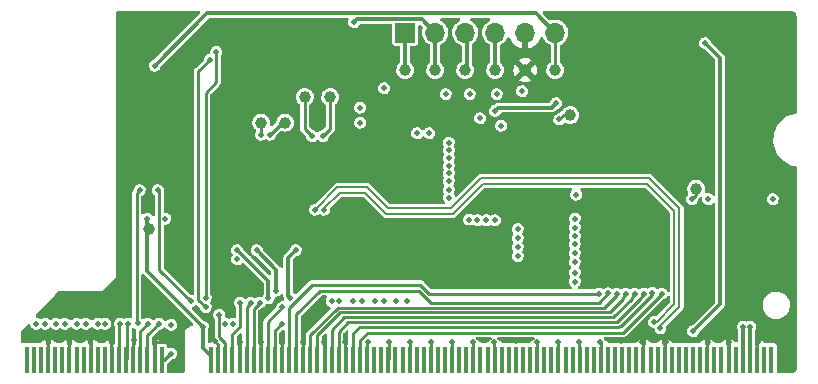
<source format=gbr>
%TF.GenerationSoftware,KiCad,Pcbnew,(6.0.1)*%
%TF.CreationDate,2022-10-22T09:43:17+02:00*%
%TF.ProjectId,so-dimm-esp32-cm,736f2d64-696d-46d2-9d65-737033322d63,rev?*%
%TF.SameCoordinates,Original*%
%TF.FileFunction,Copper,L4,Bot*%
%TF.FilePolarity,Positive*%
%FSLAX46Y46*%
G04 Gerber Fmt 4.6, Leading zero omitted, Abs format (unit mm)*
G04 Created by KiCad (PCBNEW (6.0.1)) date 2022-10-22 09:43:17*
%MOMM*%
%LPD*%
G01*
G04 APERTURE LIST*
%TA.AperFunction,SMDPad,CuDef*%
%ADD10R,0.450000X2.300000*%
%TD*%
%TA.AperFunction,ComponentPad*%
%ADD11R,1.700000X1.700000*%
%TD*%
%TA.AperFunction,ComponentPad*%
%ADD12O,1.700000X1.700000*%
%TD*%
%TA.AperFunction,SMDPad,CuDef*%
%ADD13C,1.000000*%
%TD*%
%TA.AperFunction,ViaPad*%
%ADD14C,0.500000*%
%TD*%
%TA.AperFunction,Conductor*%
%ADD15C,0.250000*%
%TD*%
%TA.AperFunction,Conductor*%
%ADD16C,0.300000*%
%TD*%
%TA.AperFunction,Conductor*%
%ADD17C,0.200000*%
%TD*%
G04 APERTURE END LIST*
D10*
%TO.P,J1,2,2*%
%TO.N,unconnected-(J1-Pad2)*%
X117575346Y-106677001D03*
%TO.P,J1,4,4*%
%TO.N,unconnected-(J1-Pad4)*%
X118175346Y-106677001D03*
%TO.P,J1,6,6*%
%TO.N,unconnected-(J1-Pad6)*%
X118775346Y-106677001D03*
%TO.P,J1,8,8*%
%TO.N,GND*%
X119375346Y-106677001D03*
%TO.P,J1,10,10*%
%TO.N,unconnected-(J1-Pad10)*%
X119975346Y-106677001D03*
%TO.P,J1,12,12*%
%TO.N,unconnected-(J1-Pad12)*%
X120575346Y-106677001D03*
%TO.P,J1,14,14*%
%TO.N,GND*%
X121175346Y-106677001D03*
%TO.P,J1,16,16*%
%TO.N,unconnected-(J1-Pad16)*%
X121775346Y-106677001D03*
%TO.P,J1,18,18*%
%TO.N,unconnected-(J1-Pad18)*%
X122375346Y-106677001D03*
%TO.P,J1,20,20*%
%TO.N,GND*%
X122975346Y-106677001D03*
%TO.P,J1,22,22*%
%TO.N,unconnected-(J1-Pad22)*%
X123575346Y-106677001D03*
%TO.P,J1,24,24*%
%TO.N,unconnected-(J1-Pad24)*%
X124175346Y-106677001D03*
%TO.P,J1,26,26*%
%TO.N,GND*%
X124775346Y-106677001D03*
%TO.P,J1,28,28*%
%TO.N,E1_IO0_4*%
X125375346Y-106677001D03*
%TO.P,J1,30,30*%
%TO.N,E1_IO0_5*%
X125975346Y-106677001D03*
%TO.P,J1,32,32*%
%TO.N,GND*%
X126575346Y-106677001D03*
%TO.P,J1,34,34*%
%TO.N,E1_IO0_6*%
X127175346Y-106677001D03*
%TO.P,J1,36,36*%
%TO.N,E1_IO0_7*%
X127775346Y-106677001D03*
%TO.P,J1,38,38*%
%TO.N,GND*%
X128375346Y-106677001D03*
%TO.P,J1,40,40*%
%TO.N,+3V3*%
X128975346Y-106677001D03*
%TO.P,J1,42,42*%
X133175346Y-106677001D03*
%TO.P,J1,44,44*%
%TO.N,GND*%
X133775346Y-106677001D03*
%TO.P,J1,46,46*%
%TO.N,E2_IO0_2*%
X134375346Y-106677001D03*
%TO.P,J1,48,48*%
%TO.N,E2_IO0_3*%
X134975346Y-106677001D03*
%TO.P,J1,50,50*%
%TO.N,GND*%
X135575346Y-106677001D03*
%TO.P,J1,52,52*%
%TO.N,E2_IO0_4*%
X136175346Y-106677001D03*
%TO.P,J1,54,54*%
%TO.N,E2_IO0_5*%
X136775346Y-106677001D03*
%TO.P,J1,56,56*%
%TO.N,GND*%
X137375346Y-106677001D03*
%TO.P,J1,58,58*%
%TO.N,E2_IO0_6*%
X137975346Y-106677001D03*
%TO.P,J1,60,60*%
%TO.N,E2_IO0_7*%
X138575346Y-106677001D03*
%TO.P,J1,62,62*%
%TO.N,GND*%
X139175346Y-106677001D03*
%TO.P,J1,64,64*%
%TO.N,E2_IO1_7*%
X139775346Y-106677001D03*
%TO.P,J1,66,66*%
%TO.N,E2_IO1_6*%
X140375346Y-106677001D03*
%TO.P,J1,68,68*%
%TO.N,GND*%
X140975346Y-106677001D03*
%TO.P,J1,70,70*%
%TO.N,E2_IO1_5*%
X141575346Y-106677001D03*
%TO.P,J1,72,72*%
%TO.N,E2_IO1_4*%
X142175346Y-106677001D03*
%TO.P,J1,74,74*%
%TO.N,GND*%
X142775346Y-106677001D03*
%TO.P,J1,76,76*%
%TO.N,E2_IO1_3*%
X143375346Y-106677001D03*
%TO.P,J1,78,78*%
%TO.N,E2_IO1_2*%
X143975346Y-106677001D03*
%TO.P,J1,80,80*%
%TO.N,GND*%
X144575346Y-106677001D03*
%TO.P,J1,82,82*%
%TO.N,E2_IO1_1*%
X145175346Y-106677001D03*
%TO.P,J1,84,84*%
%TO.N,E2_IO1_0*%
X145775346Y-106677001D03*
%TO.P,J1,86,86*%
%TO.N,GND*%
X146375346Y-106677001D03*
%TO.P,J1,88,88*%
%TO.N,unconnected-(J1-Pad88)*%
X146975346Y-106677001D03*
%TO.P,J1,90,90*%
%TO.N,unconnected-(J1-Pad90)*%
X147575346Y-106677001D03*
%TO.P,J1,92,92*%
%TO.N,GND*%
X148175346Y-106677001D03*
%TO.P,J1,94,94*%
%TO.N,unconnected-(J1-Pad94)*%
X148775346Y-106677001D03*
%TO.P,J1,96,96*%
%TO.N,unconnected-(J1-Pad96)*%
X149375346Y-106677001D03*
%TO.P,J1,98,98*%
%TO.N,GND*%
X149975346Y-106677001D03*
%TO.P,J1,100,100*%
%TO.N,unconnected-(J1-Pad100)*%
X150575346Y-106677001D03*
%TO.P,J1,102,102*%
%TO.N,unconnected-(J1-Pad102)*%
X151175346Y-106677001D03*
%TO.P,J1,104,104*%
%TO.N,GND*%
X151775346Y-106677001D03*
%TO.P,J1,106,106*%
%TO.N,unconnected-(J1-Pad106)*%
X152375346Y-106677001D03*
%TO.P,J1,108,108*%
%TO.N,unconnected-(J1-Pad108)*%
X152975346Y-106677001D03*
%TO.P,J1,110,110*%
%TO.N,GND*%
X153575346Y-106677001D03*
%TO.P,J1,112,112*%
%TO.N,unconnected-(J1-Pad112)*%
X154175346Y-106677001D03*
%TO.P,J1,114,114*%
%TO.N,unconnected-(J1-Pad114)*%
X154775346Y-106677001D03*
%TO.P,J1,116,116*%
%TO.N,GND*%
X155375346Y-106677001D03*
%TO.P,J1,118,118*%
%TO.N,unconnected-(J1-Pad118)*%
X155975346Y-106677001D03*
%TO.P,J1,120,120*%
%TO.N,unconnected-(J1-Pad120)*%
X156575346Y-106677001D03*
%TO.P,J1,122,122*%
%TO.N,GND*%
X157175346Y-106677001D03*
%TO.P,J1,124,124*%
%TO.N,unconnected-(J1-Pad124)*%
X157775346Y-106677001D03*
%TO.P,J1,126,126*%
%TO.N,unconnected-(J1-Pad126)*%
X158375346Y-106677001D03*
%TO.P,J1,128,128*%
%TO.N,unconnected-(J1-Pad128)*%
X158975346Y-106677001D03*
%TO.P,J1,130,130*%
%TO.N,unconnected-(J1-Pad130)*%
X159575346Y-106677001D03*
%TO.P,J1,132,132*%
%TO.N,unconnected-(J1-Pad132)*%
X160175346Y-106677001D03*
%TO.P,J1,134,134*%
%TO.N,GND*%
X160775346Y-106677001D03*
%TO.P,J1,136,136*%
%TO.N,unconnected-(J1-Pad136)*%
X161375346Y-106677001D03*
%TO.P,J1,138,138*%
%TO.N,unconnected-(J1-Pad138)*%
X161975346Y-106677001D03*
%TO.P,J1,140,140*%
%TO.N,GND*%
X162575346Y-106677001D03*
%TO.P,J1,142,142*%
%TO.N,unconnected-(J1-Pad142)*%
X163175346Y-106677001D03*
%TO.P,J1,144,144*%
%TO.N,unconnected-(J1-Pad144)*%
X163775346Y-106677001D03*
%TO.P,J1,146,146*%
%TO.N,GND*%
X164375346Y-106677001D03*
%TO.P,J1,148,148*%
%TO.N,unconnected-(J1-Pad148)*%
X164975346Y-106677001D03*
%TO.P,J1,150,150*%
%TO.N,unconnected-(J1-Pad150)*%
X165575346Y-106677001D03*
%TO.P,J1,152,152*%
%TO.N,GND*%
X166175346Y-106677001D03*
%TO.P,J1,154,154*%
%TO.N,unconnected-(J1-Pad154)*%
X166775346Y-106677001D03*
%TO.P,J1,156,156*%
%TO.N,unconnected-(J1-Pad156)*%
X167375346Y-106677001D03*
%TO.P,J1,158,158*%
%TO.N,unconnected-(J1-Pad158)*%
X167975346Y-106677001D03*
%TO.P,J1,160,160*%
%TO.N,unconnected-(J1-Pad160)*%
X168575346Y-106677001D03*
%TO.P,J1,162,162*%
%TO.N,unconnected-(J1-Pad162)*%
X169175346Y-106677001D03*
%TO.P,J1,164,164*%
%TO.N,GND*%
X169775346Y-106677001D03*
%TO.P,J1,166,166*%
%TO.N,unconnected-(J1-Pad166)*%
X170375346Y-106677001D03*
%TO.P,J1,168,168*%
%TO.N,unconnected-(J1-Pad168)*%
X170975346Y-106677001D03*
%TO.P,J1,170,170*%
%TO.N,GND*%
X171575346Y-106677001D03*
%TO.P,J1,172,172*%
%TO.N,unconnected-(J1-Pad172)*%
X172175346Y-106677001D03*
%TO.P,J1,174,174*%
%TO.N,unconnected-(J1-Pad174)*%
X172775346Y-106677001D03*
%TO.P,J1,176,176*%
%TO.N,unconnected-(J1-Pad176)*%
X173375346Y-106677001D03*
%TO.P,J1,178,178*%
%TO.N,unconnected-(J1-Pad178)*%
X173975346Y-106677001D03*
%TO.P,J1,180,180*%
%TO.N,unconnected-(J1-Pad180)*%
X174575346Y-106677001D03*
%TO.P,J1,182,182*%
%TO.N,GND*%
X175175346Y-106677001D03*
%TO.P,J1,184,184*%
%TO.N,unconnected-(J1-Pad184)*%
X175775346Y-106677001D03*
%TO.P,J1,186,186*%
%TO.N,unconnected-(J1-Pad186)*%
X176375346Y-106677001D03*
%TO.P,J1,188,188*%
%TO.N,GND*%
X176975346Y-106677001D03*
%TO.P,J1,190,190*%
%TO.N,unconnected-(J1-Pad190)*%
X177575346Y-106677001D03*
%TO.P,J1,192,192*%
%TO.N,+3V3*%
X178175346Y-106677001D03*
%TO.P,J1,194,194*%
X178775346Y-106677001D03*
%TO.P,J1,196,196*%
%TO.N,GND*%
X179375346Y-106677001D03*
%TO.P,J1,198,198*%
%TO.N,unconnected-(J1-Pad198)*%
X179975346Y-106677001D03*
%TO.P,J1,200,200*%
%TO.N,unconnected-(J1-Pad200)*%
X180575346Y-106677001D03*
%TD*%
D11*
%TO.P,J2,1,Pin_1*%
%TO.N,/ESP32-CM/ESP_EN{slash}CM_RUN*%
X149606000Y-78994000D03*
D12*
%TO.P,J2,2,Pin_2*%
%TO.N,/ESP32-CM/IO0*%
X152146000Y-78994000D03*
%TO.P,J2,3,Pin_3*%
%TO.N,/ESP32-CM/RXD0*%
X154686000Y-78994000D03*
%TO.P,J2,4,Pin_4*%
%TO.N,/ESP32-CM/TXD0*%
X157226000Y-78994000D03*
%TO.P,J2,5,Pin_5*%
%TO.N,GND*%
X159766000Y-78994000D03*
%TO.P,J2,6,Pin_6*%
%TO.N,+3V3*%
X162306000Y-78994000D03*
%TD*%
D13*
%TO.P,TP4,1,1*%
%TO.N,/ESP32-CM/TXD0*%
X157226000Y-82169000D03*
%TD*%
%TO.P,TP10,1,1*%
%TO.N,/ESP32-CM/SDA0*%
X137414000Y-86614000D03*
%TD*%
%TO.P,TP2,1,1*%
%TO.N,/ESP32-CM/IO0*%
X152146000Y-82169000D03*
%TD*%
%TO.P,TP13,1,1*%
%TO.N,/SCL*%
X143256000Y-84455000D03*
%TD*%
%TO.P,TP8,1,1*%
%TO.N,+3V3*%
X127889000Y-95631000D03*
%TD*%
%TO.P,TP11,1,1*%
%TO.N,/ESP32-CM/SCL0*%
X139446000Y-86614000D03*
%TD*%
%TO.P,TP6,1,1*%
%TO.N,GND*%
X159766000Y-82169000D03*
%TD*%
%TO.P,TP9,1,1*%
%TO.N,+3V3*%
X174244000Y-92202000D03*
%TD*%
%TO.P,TP3,1,1*%
%TO.N,/ESP32-CM/RXD0*%
X154686000Y-82169000D03*
%TD*%
%TO.P,TP5,1,1*%
%TO.N,+3V3*%
X162306000Y-82169000D03*
%TD*%
%TO.P,TP1,1,1*%
%TO.N,/ESP32-CM/ESP_EN{slash}CM_RUN*%
X149606000Y-82169000D03*
%TD*%
%TO.P,TP12,1,1*%
%TO.N,/SDA*%
X141097000Y-84455000D03*
%TD*%
%TO.P,TP7,1,1*%
%TO.N,+3V3*%
X163576000Y-85979000D03*
%TD*%
D14*
%TO.N,+3V3*%
X127762000Y-94742000D03*
X178816000Y-103886000D03*
X178181000Y-103886000D03*
X128397000Y-81788000D03*
X129794000Y-106172000D03*
X175260000Y-93091000D03*
X180721000Y-93091000D03*
X162647829Y-86341073D03*
X173863000Y-93091000D03*
X132461000Y-103886000D03*
%TO.N,GND*%
X142748000Y-105156000D03*
X169672000Y-105156000D03*
X140462000Y-80010000D03*
X126096092Y-94193160D03*
X122936000Y-105029000D03*
X179451000Y-105156000D03*
X144526000Y-105156000D03*
X177038000Y-105156000D03*
X121158000Y-105029000D03*
X129767679Y-105169968D03*
X135636000Y-105156000D03*
X153543000Y-105156000D03*
X140970000Y-105156000D03*
X146431000Y-105156000D03*
X139192000Y-105156000D03*
X164338000Y-105156000D03*
X139827000Y-80010000D03*
X126619000Y-105029000D03*
X157099000Y-105156000D03*
X133481181Y-105135763D03*
X148209000Y-105156000D03*
X137414000Y-105156000D03*
X160782000Y-105156000D03*
X155321000Y-105156000D03*
X149987000Y-105156000D03*
X141732000Y-80010000D03*
X162560000Y-105156000D03*
X119380000Y-105029000D03*
X171704000Y-105156000D03*
X166116000Y-105156000D03*
X175260000Y-105156000D03*
X117602000Y-105029000D03*
X141097000Y-80010000D03*
X167907617Y-105127499D03*
X151765000Y-105156000D03*
X124714000Y-105029000D03*
X142367000Y-80010000D03*
X126238000Y-97790000D03*
X159004000Y-105127499D03*
%TO.N,/~{E1_INT}*%
X157353000Y-84201000D03*
X145796000Y-85344000D03*
X155956000Y-86233000D03*
%TO.N,/SCL*%
X120777000Y-103632000D03*
X142621000Y-87757000D03*
%TO.N,/SDA*%
X141732000Y-87757000D03*
X120015000Y-103632000D03*
X157209500Y-85625925D03*
X162369000Y-84963000D03*
%TO.N,/~{E2_INT}*%
X159512000Y-83947000D03*
X157734000Y-86868000D03*
X145796000Y-86614000D03*
X164084000Y-92710000D03*
%TO.N,E2_IO0_0*%
X148844000Y-101726433D03*
X163957000Y-94742000D03*
%TO.N,E2_IO0_1*%
X163957000Y-95504000D03*
X149733000Y-101726433D03*
%TO.N,E2_IO0_2*%
X133858000Y-102870000D03*
X163957161Y-96251538D03*
%TO.N,E2_IO0_3*%
X163949923Y-96901000D03*
X135636000Y-101854000D03*
%TO.N,E2_IO0_4*%
X163957000Y-97663000D03*
X136525000Y-101854000D03*
%TO.N,E2_IO0_5*%
X163957000Y-98425000D03*
X137287000Y-101854000D03*
%TO.N,E2_IO0_6*%
X139203602Y-102243702D03*
X163957000Y-99314000D03*
%TO.N,E2_IO0_7*%
X139159856Y-103632000D03*
X163957000Y-100076000D03*
%TO.N,E2_IO1_0*%
X171323000Y-101092000D03*
%TO.N,E2_IO1_1*%
X170508188Y-101038056D03*
%TO.N,E2_IO1_2*%
X169799000Y-101092000D03*
%TO.N,E2_IO1_3*%
X169037000Y-101092000D03*
%TO.N,E2_IO1_4*%
X168275000Y-101092000D03*
%TO.N,E2_IO1_5*%
X167511269Y-101092000D03*
%TO.N,E2_IO1_6*%
X166782447Y-101079066D03*
%TO.N,E2_IO1_7*%
X165989000Y-101090812D03*
%TO.N,E1_IO0_0*%
X121778497Y-103632000D03*
X153289036Y-88319488D03*
%TO.N,/ESP32-CM/SDA0*%
X155067000Y-84201000D03*
X118364000Y-103632000D03*
X137414000Y-87630000D03*
X151638000Y-87503000D03*
%TO.N,E1_IO0_1*%
X122555000Y-103632000D03*
X153288615Y-88968990D03*
%TO.N,E1_IO0_2*%
X153288615Y-89618493D03*
X123556497Y-103632000D03*
%TO.N,E1_IO0_3*%
X153288606Y-90267995D03*
X124206000Y-103632000D03*
%TO.N,/ESP32-CM/ESP_EN{slash}CM_RUN*%
X175006000Y-79883000D03*
X173990000Y-104267000D03*
X129302500Y-94742000D03*
X147828000Y-83693000D03*
%TO.N,/ESP32-CM/RXD0*%
X133609198Y-80630518D03*
X132715000Y-101473000D03*
%TO.N,/ESP32-CM/TXD0*%
X132715000Y-102235000D03*
X133084698Y-81280000D03*
%TO.N,E1_IO0_4*%
X125461497Y-103632000D03*
X153289000Y-90917497D03*
%TO.N,E1_IO0_5*%
X153289000Y-91567000D03*
X126111000Y-103632000D03*
%TO.N,E1_IO0_6*%
X153288574Y-92314498D03*
X127793085Y-103632000D03*
%TO.N,E1_IO0_7*%
X153289000Y-92964000D03*
X128778000Y-103632000D03*
%TO.N,E1_IO1_0*%
X145161000Y-101726433D03*
X159131000Y-95631000D03*
%TO.N,E1_IO1_1*%
X159131000Y-96393000D03*
X145923000Y-101726433D03*
%TO.N,E1_IO1_2*%
X159131000Y-97155000D03*
X147066000Y-101726433D03*
%TO.N,E1_IO1_3*%
X147828000Y-101726433D03*
X159131000Y-97917000D03*
%TO.N,E1_IO1_4*%
X144018000Y-101727000D03*
X157211497Y-94869000D03*
%TO.N,E1_IO1_5*%
X143368498Y-101726615D03*
X156464000Y-94869000D03*
%TO.N,E1_IO1_6*%
X155702000Y-94869000D03*
X135031990Y-103631812D03*
%TO.N,E1_IO1_7*%
X155006179Y-94823065D03*
X134382500Y-103635840D03*
%TO.N,/ESP32-CM/SCL0*%
X138176000Y-87630000D03*
X150622000Y-87503000D03*
X119126000Y-103632000D03*
X153035000Y-84201000D03*
%TO.N,/ESP32-CM/IO0*%
X145288000Y-78105000D03*
%TO.N,/ESP32-CM/USB_D-*%
X171207166Y-104024166D03*
X141987000Y-93980000D03*
%TO.N,/ESP32-CM/USB_D+*%
X170676834Y-103493834D03*
X142737000Y-93980000D03*
%TO.N,/ESP32-CM/V1SPI_CS*%
X139843500Y-101473000D03*
X140335000Y-97409000D03*
%TO.N,/ESP32-CM/V0SPI_CLK*%
X128651000Y-92329000D03*
X131445000Y-101727000D03*
%TO.N,/ESP32-CM/V0SPI_MOSI*%
X129794000Y-103744497D03*
X135382000Y-98171000D03*
%TO.N,/ESP32-CM/V0SPI_MISO*%
X126979775Y-103611776D03*
X127127000Y-92329000D03*
%TO.N,/ESP32-CM/GPIO15{slash}RTS*%
X138025846Y-101473000D03*
X135382000Y-97409000D03*
%TO.N,/ESP32-CM/GPIO16{slash}CTS*%
X137033000Y-97409000D03*
X138684000Y-100838000D03*
%TD*%
D15*
%TO.N,+3V3*%
X163576000Y-85979000D02*
X163009902Y-85979000D01*
D16*
X127762000Y-94742000D02*
X127762000Y-99187000D01*
X178816000Y-106636347D02*
X178775346Y-106677001D01*
X127762000Y-99187000D02*
X132461000Y-103886000D01*
D15*
X174244000Y-92710000D02*
X173863000Y-93091000D01*
X162306000Y-78994000D02*
X162306000Y-82169000D01*
D16*
X178175346Y-106677001D02*
X178175346Y-103891654D01*
X133175346Y-106677001D02*
X133175346Y-106378346D01*
X128397000Y-81788000D02*
X132842000Y-77343000D01*
X178816000Y-103886000D02*
X178816000Y-106636347D01*
D15*
X163009902Y-85979000D02*
X162647829Y-86341073D01*
D16*
X178175346Y-103891654D02*
X178181000Y-103886000D01*
X128975346Y-106677001D02*
X129288999Y-106677001D01*
D15*
X174244000Y-92202000D02*
X174244000Y-92710000D01*
D16*
X132842000Y-77343000D02*
X160655000Y-77343000D01*
X129288999Y-106677001D02*
X129794000Y-106172000D01*
X132461000Y-105664000D02*
X132461000Y-103886000D01*
X133175346Y-106378346D02*
X132461000Y-105664000D01*
X160655000Y-77343000D02*
X162306000Y-78994000D01*
D15*
%TO.N,GND*%
X160775346Y-105162654D02*
X160782000Y-105156000D01*
X148209000Y-106643347D02*
X148175346Y-106677001D01*
X179375346Y-105231654D02*
X179451000Y-105156000D01*
X177038000Y-106614347D02*
X176975346Y-106677001D01*
X121158000Y-105029000D02*
X121158000Y-106659655D01*
X169775346Y-105259346D02*
X169672000Y-105156000D01*
X121158000Y-106659655D02*
X121175346Y-106677001D01*
X135636000Y-105156000D02*
X135636000Y-106616347D01*
X137414000Y-105156000D02*
X137414000Y-106638347D01*
X155375346Y-106677001D02*
X155375346Y-105210346D01*
X146375346Y-105211654D02*
X146431000Y-105156000D01*
X140970000Y-106671655D02*
X140975346Y-106677001D01*
X164338000Y-105156000D02*
X164338000Y-106639655D01*
X140970000Y-105156000D02*
X140970000Y-106671655D01*
X139175346Y-106677001D02*
X139175346Y-105172654D01*
X164338000Y-106639655D02*
X164375346Y-106677001D01*
X128375346Y-106677001D02*
X128375346Y-105277001D01*
X137414000Y-106638347D02*
X137375346Y-106677001D01*
X133775346Y-105429928D02*
X133481181Y-105135763D01*
X177038000Y-105156000D02*
X177038000Y-106614347D01*
X151775346Y-105166346D02*
X151765000Y-105156000D01*
X122975346Y-105068346D02*
X122936000Y-105029000D01*
X146375346Y-106677001D02*
X146375346Y-105211654D01*
X162575346Y-106677001D02*
X162575346Y-105171346D01*
X122975346Y-106677001D02*
X122975346Y-105068346D01*
X171704000Y-105156000D02*
X171575346Y-105284654D01*
X157099000Y-106600655D02*
X157175346Y-106677001D01*
X149975346Y-106677001D02*
X149975346Y-105167654D01*
X119375346Y-106677001D02*
X119375346Y-105033654D01*
X144526000Y-105156000D02*
X144526000Y-106627655D01*
X142775346Y-106677001D02*
X142775346Y-105183346D01*
X128375346Y-105277001D02*
X128482379Y-105169968D01*
X169775346Y-106677001D02*
X169775346Y-105259346D01*
X153543000Y-106644655D02*
X153575346Y-106677001D01*
X135636000Y-106616347D02*
X135575346Y-106677001D01*
X166175346Y-106677001D02*
X166175346Y-105215346D01*
X126575346Y-106677001D02*
X126575346Y-105072654D01*
X151775346Y-106677001D02*
X151775346Y-105166346D01*
X124714000Y-106615655D02*
X124775346Y-106677001D01*
X155375346Y-105210346D02*
X155321000Y-105156000D01*
X166175346Y-105215346D02*
X166116000Y-105156000D01*
X119375346Y-105033654D02*
X119380000Y-105029000D01*
X175175346Y-105240654D02*
X175260000Y-105156000D01*
X179375346Y-106677001D02*
X179375346Y-105231654D01*
X142775346Y-105183346D02*
X142748000Y-105156000D01*
X124714000Y-105029000D02*
X124714000Y-106615655D01*
X153543000Y-105156000D02*
X153543000Y-106644655D01*
X133775346Y-106677001D02*
X133775346Y-105429928D01*
X128482379Y-105169968D02*
X129767679Y-105169968D01*
X148209000Y-105156000D02*
X148209000Y-106643347D01*
X144526000Y-106627655D02*
X144575346Y-106677001D01*
X126575346Y-105072654D02*
X126619000Y-105029000D01*
X157099000Y-105156000D02*
X157099000Y-106600655D01*
X175175346Y-106677001D02*
X175175346Y-105240654D01*
X149975346Y-105167654D02*
X149987000Y-105156000D01*
X162575346Y-105171346D02*
X162560000Y-105156000D01*
X139175346Y-105172654D02*
X139192000Y-105156000D01*
X171575346Y-105284654D02*
X171575346Y-106677001D01*
X160775346Y-106677001D02*
X160775346Y-105162654D01*
%TO.N,/SCL*%
X143256000Y-84455000D02*
X143256000Y-87122000D01*
X143256000Y-87122000D02*
X142621000Y-87757000D01*
D16*
%TO.N,/SDA*%
X161988000Y-85344000D02*
X157491425Y-85344000D01*
X157491425Y-85344000D02*
X157209500Y-85625925D01*
D15*
X141097000Y-84455000D02*
X141097000Y-87122000D01*
X141097000Y-87122000D02*
X141732000Y-87757000D01*
D16*
X162369000Y-84963000D02*
X161988000Y-85344000D01*
D15*
%TO.N,E2_IO0_2*%
X133858000Y-102870000D02*
X133858000Y-104759655D01*
X134375346Y-105277001D02*
X134375346Y-106677001D01*
X133858000Y-104759655D02*
X134375346Y-105277001D01*
%TO.N,E2_IO0_3*%
X135636000Y-103886000D02*
X135636000Y-101854000D01*
X134975346Y-106677001D02*
X134975346Y-104546654D01*
X134975346Y-104546654D02*
X135636000Y-103886000D01*
%TO.N,E2_IO0_4*%
X136175346Y-102203654D02*
X136525000Y-101854000D01*
X136175346Y-106677001D02*
X136175346Y-102203654D01*
%TO.N,E2_IO0_5*%
X136775346Y-102365654D02*
X137287000Y-101854000D01*
X136775346Y-106677001D02*
X136775346Y-102365654D01*
%TO.N,E2_IO0_6*%
X137975346Y-106677001D02*
X137975346Y-103471958D01*
X137975346Y-103471958D02*
X139203602Y-102243702D01*
%TO.N,E2_IO0_7*%
X138575346Y-104216510D02*
X139159856Y-103632000D01*
X138575346Y-106677001D02*
X138575346Y-104216510D01*
%TO.N,E2_IO1_0*%
X145775346Y-105049654D02*
X145775346Y-106677001D01*
X146431000Y-104394000D02*
X145775346Y-105049654D01*
X168021000Y-104394000D02*
X146431000Y-104394000D01*
X171323000Y-101092000D02*
X168021000Y-104394000D01*
%TO.N,E2_IO1_1*%
X167855517Y-103867489D02*
X170508188Y-101214818D01*
X145175346Y-106677001D02*
X145175346Y-104443154D01*
X167710007Y-103886000D02*
X167728518Y-103867489D01*
X145732500Y-103886000D02*
X167710007Y-103886000D01*
X167728518Y-103867489D02*
X167855517Y-103867489D01*
X170508188Y-101214818D02*
X170508188Y-101038056D01*
X145175346Y-104443154D02*
X145732500Y-103886000D01*
%TO.N,E2_IO1_2*%
X169545000Y-101486013D02*
X167544524Y-103486489D01*
X143975346Y-104309654D02*
X143975346Y-106677001D01*
X144798511Y-103486489D02*
X143975346Y-104309654D01*
X169545000Y-101346000D02*
X169545000Y-101486013D01*
X167544524Y-103486489D02*
X144798511Y-103486489D01*
X169799000Y-101092000D02*
X169545000Y-101346000D01*
%TO.N,E2_IO1_3*%
X167232522Y-103086978D02*
X144436022Y-103086978D01*
X168783000Y-101536500D02*
X167232522Y-103086978D01*
X169037000Y-101092000D02*
X168783000Y-101346000D01*
X168783000Y-101346000D02*
X168783000Y-101536500D01*
X143375346Y-104147654D02*
X143375346Y-106677001D01*
X144436022Y-103086978D02*
X143375346Y-104147654D01*
%TO.N,E2_IO1_4*%
X144073533Y-102687467D02*
X142175346Y-104585654D01*
X168021000Y-101346000D02*
X168021000Y-101571503D01*
X166905036Y-102687467D02*
X144073533Y-102687467D01*
X168275000Y-101092000D02*
X168021000Y-101346000D01*
X142175346Y-104585654D02*
X142175346Y-106677001D01*
X168021000Y-101571503D02*
X166905036Y-102687467D01*
%TO.N,E2_IO1_5*%
X166444044Y-102287956D02*
X143908050Y-102287956D01*
X167511269Y-101220731D02*
X166444044Y-102287956D01*
X143908050Y-102287956D02*
X141575346Y-104620660D01*
X167511269Y-101092000D02*
X167511269Y-101220731D01*
X141575346Y-104620660D02*
X141575346Y-106677001D01*
%TO.N,E2_IO1_6*%
X142367000Y-100838000D02*
X140375346Y-102829654D01*
X166007513Y-101854000D02*
X151765000Y-101854000D01*
X150749000Y-100838000D02*
X142367000Y-100838000D01*
X140375346Y-102829654D02*
X140375346Y-106677001D01*
X166782447Y-101079066D02*
X166007513Y-101854000D01*
X151765000Y-101854000D02*
X150749000Y-100838000D01*
%TO.N,E2_IO1_7*%
X151636812Y-101090812D02*
X150876000Y-100330000D01*
X150876000Y-100330000D02*
X141728258Y-100330000D01*
X141728258Y-100330000D02*
X139775346Y-102282912D01*
X139775346Y-102282912D02*
X139775346Y-106677001D01*
X165989000Y-101090812D02*
X151636812Y-101090812D01*
%TO.N,/ESP32-CM/SDA0*%
X137414000Y-86614000D02*
X137414000Y-87630000D01*
D16*
%TO.N,/ESP32-CM/ESP_EN{slash}CM_RUN*%
X175006000Y-79883000D02*
X176276000Y-81153000D01*
X176276000Y-81153000D02*
X176276000Y-101981000D01*
X149606000Y-82169000D02*
X149606000Y-78994000D01*
X176276000Y-101981000D02*
X173990000Y-104267000D01*
%TO.N,/ESP32-CM/RXD0*%
X154813000Y-79121000D02*
X154686000Y-78994000D01*
X154813000Y-82042000D02*
X154813000Y-79121000D01*
D15*
X132715000Y-84074000D02*
X133609198Y-83179802D01*
X132715000Y-101473000D02*
X132715000Y-84074000D01*
D16*
X154686000Y-82169000D02*
X154813000Y-82042000D01*
D15*
X133609198Y-83179802D02*
X133609198Y-80630518D01*
D16*
%TO.N,/ESP32-CM/TXD0*%
X157226000Y-82169000D02*
X157226000Y-78994000D01*
D15*
X132715000Y-102235000D02*
X132695463Y-102235000D01*
X132695463Y-102235000D02*
X132096501Y-101636038D01*
X132096501Y-101636038D02*
X132096501Y-82268197D01*
X132096501Y-82268197D02*
X133084698Y-81280000D01*
%TO.N,E1_IO0_4*%
X125375346Y-106677001D02*
X125375346Y-103718151D01*
X125375346Y-103718151D02*
X125461497Y-103632000D01*
%TO.N,E1_IO0_5*%
X126075835Y-103667165D02*
X126075835Y-106576512D01*
X126111000Y-103632000D02*
X126075835Y-103667165D01*
X126075835Y-106576512D02*
X125975346Y-106677001D01*
%TO.N,E1_IO0_6*%
X127175346Y-104249739D02*
X127793085Y-103632000D01*
X127175346Y-106677001D02*
X127175346Y-104249739D01*
%TO.N,E1_IO0_7*%
X127775346Y-104634654D02*
X128778000Y-103632000D01*
X127775346Y-106677001D02*
X127775346Y-104634654D01*
%TO.N,/ESP32-CM/SCL0*%
X139446000Y-86614000D02*
X139192000Y-86614000D01*
X139192000Y-86614000D02*
X138176000Y-87630000D01*
D16*
%TO.N,/ESP32-CM/IO0*%
X152146000Y-78994000D02*
X150996489Y-77844489D01*
X145548511Y-77844489D02*
X145288000Y-78105000D01*
X152146000Y-78994000D02*
X152146000Y-82169000D01*
X150996489Y-77844489D02*
X145548511Y-77844489D01*
D17*
%TO.N,/ESP32-CM/USB_D-*%
X172818000Y-93886800D02*
X172818000Y-102201199D01*
X170273200Y-91342000D02*
X172818000Y-93886800D01*
X148175200Y-93882000D02*
X153449800Y-93882000D01*
X141987000Y-93980000D02*
X143863000Y-92104000D01*
X143863000Y-92104000D02*
X146397200Y-92104000D01*
X153449800Y-93882000D02*
X155989800Y-91342000D01*
X171207166Y-103812033D02*
X171207166Y-104024166D01*
X172818000Y-102201199D02*
X171207166Y-103812033D01*
X155989800Y-91342000D02*
X170273200Y-91342000D01*
X146397200Y-92104000D02*
X148175200Y-93882000D01*
%TO.N,/ESP32-CM/USB_D+*%
X156176200Y-91792000D02*
X170086800Y-91792000D01*
X153636200Y-94332000D02*
X156176200Y-91792000D01*
X146210800Y-92554000D02*
X147988800Y-94332000D01*
X172368000Y-102014801D02*
X170888967Y-103493834D01*
X172368000Y-94073200D02*
X172368000Y-102014801D01*
X144049397Y-92554000D02*
X146210800Y-92554000D01*
X170888967Y-103493834D02*
X170676834Y-103493834D01*
X147988800Y-94332000D02*
X153636200Y-94332000D01*
X170086800Y-91792000D02*
X172368000Y-94073200D01*
X142737000Y-93980000D02*
X142737000Y-93866397D01*
X142737000Y-93866397D02*
X144049397Y-92554000D01*
D16*
%TO.N,/ESP32-CM/V1SPI_CS*%
X139700000Y-98044000D02*
X139700000Y-101329500D01*
X139700000Y-101329500D02*
X139843500Y-101473000D01*
X140335000Y-97409000D02*
X139700000Y-98044000D01*
D15*
%TO.N,/ESP32-CM/V0SPI_CLK*%
X131445000Y-101727000D02*
X128778000Y-99060000D01*
X128778000Y-99060000D02*
X128778000Y-92456000D01*
X128778000Y-92456000D02*
X128651000Y-92329000D01*
%TO.N,/ESP32-CM/V0SPI_MISO*%
X126873000Y-103505001D02*
X126873000Y-92583000D01*
X126979775Y-103611776D02*
X126873000Y-103505001D01*
X126873000Y-92583000D02*
X127127000Y-92329000D01*
D16*
%TO.N,/ESP32-CM/GPIO15{slash}RTS*%
X138025846Y-100037733D02*
X138025846Y-101473000D01*
X135382000Y-97409000D02*
X135397113Y-97409000D01*
X135397113Y-97409000D02*
X138025846Y-100037733D01*
%TO.N,/ESP32-CM/GPIO16{slash}CTS*%
X138684000Y-99060000D02*
X138684000Y-100838000D01*
X137033000Y-97409000D02*
X138684000Y-99060000D01*
%TD*%
%TA.AperFunction,Conductor*%
%TO.N,GND*%
G36*
X132195880Y-77201003D02*
G01*
X132242373Y-77254659D01*
X132252477Y-77324933D01*
X132222983Y-77389513D01*
X132216854Y-77396096D01*
X128353844Y-81259106D01*
X128299373Y-81291160D01*
X128197510Y-81320272D01*
X128197508Y-81320273D01*
X128188879Y-81322739D01*
X128181292Y-81327526D01*
X128181290Y-81327527D01*
X128074254Y-81395062D01*
X128066661Y-81399853D01*
X127970999Y-81508170D01*
X127967185Y-81516293D01*
X127967184Y-81516295D01*
X127949813Y-81553294D01*
X127909583Y-81638982D01*
X127908203Y-81647846D01*
X127908202Y-81647849D01*
X127900856Y-81695033D01*
X127887350Y-81781773D01*
X127888514Y-81790675D01*
X127888514Y-81790678D01*
X127897663Y-81860640D01*
X127906088Y-81925065D01*
X127964289Y-82057339D01*
X127970063Y-82064208D01*
X128047381Y-82156188D01*
X128057276Y-82167960D01*
X128064747Y-82172933D01*
X128064748Y-82172934D01*
X128170101Y-82243063D01*
X128170103Y-82243064D01*
X128177574Y-82248037D01*
X128186138Y-82250713D01*
X128186141Y-82250714D01*
X128246542Y-82269585D01*
X128315510Y-82291132D01*
X128459998Y-82293780D01*
X128524111Y-82276301D01*
X128590763Y-82258130D01*
X128590765Y-82258129D01*
X128599422Y-82255769D01*
X128722572Y-82180154D01*
X128819551Y-82073014D01*
X128866610Y-81975884D01*
X128878645Y-81951043D01*
X128878645Y-81951042D01*
X128882560Y-81942962D01*
X128889729Y-81900352D01*
X128924888Y-81832162D01*
X132972645Y-77784405D01*
X133034957Y-77750379D01*
X133061740Y-77747500D01*
X144700112Y-77747500D01*
X144768233Y-77767502D01*
X144814726Y-77821158D01*
X144824830Y-77891432D01*
X144814167Y-77927049D01*
X144800583Y-77955982D01*
X144799203Y-77964846D01*
X144799202Y-77964849D01*
X144794847Y-77992824D01*
X144778350Y-78098773D01*
X144779514Y-78107675D01*
X144779514Y-78107678D01*
X144783836Y-78140727D01*
X144797088Y-78242065D01*
X144855289Y-78374339D01*
X144861063Y-78381208D01*
X144893343Y-78419609D01*
X144948276Y-78484960D01*
X144955747Y-78489933D01*
X144955748Y-78489934D01*
X145061101Y-78560063D01*
X145061103Y-78560064D01*
X145068574Y-78565037D01*
X145077138Y-78567713D01*
X145077141Y-78567714D01*
X145137542Y-78586585D01*
X145206510Y-78608132D01*
X145350998Y-78610780D01*
X145372423Y-78604939D01*
X145481763Y-78575130D01*
X145481765Y-78575129D01*
X145490422Y-78572769D01*
X145613572Y-78497154D01*
X145710551Y-78390014D01*
X145744448Y-78320050D01*
X145792148Y-78267468D01*
X145857839Y-78248989D01*
X148375500Y-78248989D01*
X148443621Y-78268991D01*
X148490114Y-78322647D01*
X148501500Y-78374989D01*
X148501501Y-79869066D01*
X148516266Y-79943301D01*
X148523161Y-79953620D01*
X148523162Y-79953622D01*
X148534836Y-79971093D01*
X148572516Y-80027484D01*
X148656699Y-80083734D01*
X148730933Y-80098500D01*
X149075500Y-80098500D01*
X149143621Y-80118502D01*
X149190114Y-80172158D01*
X149201500Y-80224500D01*
X149201500Y-81461535D01*
X149181498Y-81529656D01*
X149149116Y-81561406D01*
X149150094Y-81562658D01*
X149144550Y-81566989D01*
X149138544Y-81570684D01*
X149133511Y-81575613D01*
X149133506Y-81575617D01*
X149022634Y-81684192D01*
X149017605Y-81689117D01*
X148925909Y-81831400D01*
X148923498Y-81838025D01*
X148870425Y-81983840D01*
X148870424Y-81983845D01*
X148868015Y-81990463D01*
X148846800Y-82158399D01*
X148863318Y-82326862D01*
X148916748Y-82487479D01*
X148920397Y-82493504D01*
X148947218Y-82537790D01*
X149004435Y-82632267D01*
X149009326Y-82637332D01*
X149009327Y-82637333D01*
X149037446Y-82666451D01*
X149122021Y-82754031D01*
X149263660Y-82846717D01*
X149422315Y-82905720D01*
X149429296Y-82906651D01*
X149429298Y-82906652D01*
X149583118Y-82927176D01*
X149583122Y-82927176D01*
X149590099Y-82928107D01*
X149597110Y-82927469D01*
X149597114Y-82927469D01*
X149751652Y-82913405D01*
X149758673Y-82912766D01*
X149919659Y-82860458D01*
X150065056Y-82773784D01*
X150187638Y-82657052D01*
X150191539Y-82651181D01*
X150277410Y-82521935D01*
X150277411Y-82521933D01*
X150281311Y-82516063D01*
X150341420Y-82357824D01*
X150360232Y-82223968D01*
X150364427Y-82194123D01*
X150364427Y-82194118D01*
X150364978Y-82190200D01*
X150365274Y-82169000D01*
X150358078Y-82104842D01*
X150347191Y-82007780D01*
X150347190Y-82007777D01*
X150346406Y-82000784D01*
X150290738Y-81840929D01*
X150201038Y-81697379D01*
X150081764Y-81577269D01*
X150068985Y-81569159D01*
X150022187Y-81515769D01*
X150010500Y-81462774D01*
X150010500Y-80224499D01*
X150030502Y-80156378D01*
X150084158Y-80109885D01*
X150136500Y-80098499D01*
X150481066Y-80098499D01*
X150516818Y-80091388D01*
X150543126Y-80086156D01*
X150543128Y-80086155D01*
X150555301Y-80083734D01*
X150565621Y-80076839D01*
X150565622Y-80076838D01*
X150629168Y-80034377D01*
X150639484Y-80027484D01*
X150695734Y-79943301D01*
X150710500Y-79869067D01*
X150710499Y-78434739D01*
X150730501Y-78366618D01*
X150784157Y-78320125D01*
X150854431Y-78310021D01*
X150919011Y-78339514D01*
X150925594Y-78345644D01*
X151074100Y-78494150D01*
X151108126Y-78556462D01*
X151105338Y-78620609D01*
X151061007Y-78763378D01*
X151037148Y-78964964D01*
X151050424Y-79167522D01*
X151051845Y-79173118D01*
X151051846Y-79173123D01*
X151072119Y-79252945D01*
X151100392Y-79364269D01*
X151102809Y-79369512D01*
X151165601Y-79505718D01*
X151185377Y-79548616D01*
X151302533Y-79714389D01*
X151447938Y-79856035D01*
X151616720Y-79968812D01*
X151622023Y-79971090D01*
X151622026Y-79971092D01*
X151665238Y-79989657D01*
X151719931Y-80034925D01*
X151741500Y-80105425D01*
X151741500Y-81461535D01*
X151721498Y-81529656D01*
X151689116Y-81561406D01*
X151690094Y-81562658D01*
X151684550Y-81566989D01*
X151678544Y-81570684D01*
X151673511Y-81575613D01*
X151673506Y-81575617D01*
X151562634Y-81684192D01*
X151557605Y-81689117D01*
X151465909Y-81831400D01*
X151463498Y-81838025D01*
X151410425Y-81983840D01*
X151410424Y-81983845D01*
X151408015Y-81990463D01*
X151386800Y-82158399D01*
X151403318Y-82326862D01*
X151456748Y-82487479D01*
X151460397Y-82493504D01*
X151487218Y-82537790D01*
X151544435Y-82632267D01*
X151549326Y-82637332D01*
X151549327Y-82637333D01*
X151577446Y-82666451D01*
X151662021Y-82754031D01*
X151803660Y-82846717D01*
X151962315Y-82905720D01*
X151969296Y-82906651D01*
X151969298Y-82906652D01*
X152123118Y-82927176D01*
X152123122Y-82927176D01*
X152130099Y-82928107D01*
X152137110Y-82927469D01*
X152137114Y-82927469D01*
X152291652Y-82913405D01*
X152298673Y-82912766D01*
X152459659Y-82860458D01*
X152605056Y-82773784D01*
X152727638Y-82657052D01*
X152731539Y-82651181D01*
X152817410Y-82521935D01*
X152817411Y-82521933D01*
X152821311Y-82516063D01*
X152881420Y-82357824D01*
X152900232Y-82223968D01*
X152904427Y-82194123D01*
X152904427Y-82194118D01*
X152904978Y-82190200D01*
X152905274Y-82169000D01*
X152898078Y-82104842D01*
X152887191Y-82007780D01*
X152887190Y-82007777D01*
X152886406Y-82000784D01*
X152830738Y-81840929D01*
X152741038Y-81697379D01*
X152621764Y-81577269D01*
X152608985Y-81569159D01*
X152562187Y-81515769D01*
X152550500Y-81462774D01*
X152550500Y-80107317D01*
X152570502Y-80039196D01*
X152614934Y-79997383D01*
X152665951Y-79968812D01*
X152774276Y-79908147D01*
X152813969Y-79875135D01*
X152901696Y-79802172D01*
X152930345Y-79778345D01*
X153060147Y-79622276D01*
X153131507Y-79494853D01*
X153156510Y-79450208D01*
X153156511Y-79450206D01*
X153159334Y-79445165D01*
X153161190Y-79439698D01*
X153161192Y-79439693D01*
X153222728Y-79258414D01*
X153222729Y-79258409D01*
X153224584Y-79252945D01*
X153225412Y-79247236D01*
X153225413Y-79247231D01*
X153253179Y-79055727D01*
X153253712Y-79052053D01*
X153255232Y-78994000D01*
X153236658Y-78791859D01*
X153235090Y-78786299D01*
X153183125Y-78602046D01*
X153183124Y-78602044D01*
X153181557Y-78596487D01*
X153170978Y-78575033D01*
X153094331Y-78419609D01*
X153091776Y-78414428D01*
X153078516Y-78396670D01*
X153013811Y-78310021D01*
X152970320Y-78251779D01*
X152821258Y-78113987D01*
X152816375Y-78110906D01*
X152816371Y-78110903D01*
X152654464Y-78008748D01*
X152649581Y-78005667D01*
X152611640Y-77990530D01*
X152555780Y-77946709D01*
X152532480Y-77879645D01*
X152549136Y-77810630D01*
X152600460Y-77761575D01*
X152658330Y-77747500D01*
X154167866Y-77747500D01*
X154235987Y-77767502D01*
X154282480Y-77821158D01*
X154292584Y-77891432D01*
X154263090Y-77956012D01*
X154218417Y-77986912D01*
X154219097Y-77988337D01*
X154213879Y-77990826D01*
X154208463Y-77992824D01*
X154034010Y-78096612D01*
X154029670Y-78100418D01*
X154029666Y-78100421D01*
X153885733Y-78226648D01*
X153881392Y-78230455D01*
X153877817Y-78234990D01*
X153877816Y-78234991D01*
X153852213Y-78267468D01*
X153755720Y-78389869D01*
X153753031Y-78394980D01*
X153753029Y-78394983D01*
X153709304Y-78478090D01*
X153661203Y-78569515D01*
X153601007Y-78763378D01*
X153577148Y-78964964D01*
X153590424Y-79167522D01*
X153591845Y-79173118D01*
X153591846Y-79173123D01*
X153612119Y-79252945D01*
X153640392Y-79364269D01*
X153642809Y-79369512D01*
X153705601Y-79505718D01*
X153725377Y-79548616D01*
X153842533Y-79714389D01*
X153987938Y-79856035D01*
X154156720Y-79968812D01*
X154162024Y-79971091D01*
X154162030Y-79971094D01*
X154332237Y-80044220D01*
X154386931Y-80089488D01*
X154408500Y-80159988D01*
X154408500Y-81383403D01*
X154388498Y-81451524D01*
X154348522Y-81490721D01*
X154224543Y-81566993D01*
X154224542Y-81566994D01*
X154218544Y-81570684D01*
X154097605Y-81689117D01*
X154005909Y-81831400D01*
X154003498Y-81838025D01*
X153950425Y-81983840D01*
X153950424Y-81983845D01*
X153948015Y-81990463D01*
X153926800Y-82158399D01*
X153943318Y-82326862D01*
X153996748Y-82487479D01*
X154000397Y-82493504D01*
X154027218Y-82537790D01*
X154084435Y-82632267D01*
X154089326Y-82637332D01*
X154089327Y-82637333D01*
X154117446Y-82666451D01*
X154202021Y-82754031D01*
X154343660Y-82846717D01*
X154502315Y-82905720D01*
X154509296Y-82906651D01*
X154509298Y-82906652D01*
X154663118Y-82927176D01*
X154663122Y-82927176D01*
X154670099Y-82928107D01*
X154677110Y-82927469D01*
X154677114Y-82927469D01*
X154831652Y-82913405D01*
X154838673Y-82912766D01*
X154999659Y-82860458D01*
X155145056Y-82773784D01*
X155267638Y-82657052D01*
X155271539Y-82651181D01*
X155357410Y-82521935D01*
X155357411Y-82521933D01*
X155361311Y-82516063D01*
X155421420Y-82357824D01*
X155440232Y-82223968D01*
X155444427Y-82194123D01*
X155444427Y-82194118D01*
X155444978Y-82190200D01*
X155445274Y-82169000D01*
X155438078Y-82104842D01*
X155427191Y-82007780D01*
X155427190Y-82007777D01*
X155426406Y-82000784D01*
X155370738Y-81840929D01*
X155281038Y-81697379D01*
X155276074Y-81692380D01*
X155254094Y-81670246D01*
X155220287Y-81607815D01*
X155217500Y-81581462D01*
X155217500Y-80036194D01*
X155237502Y-79968073D01*
X155281935Y-79926259D01*
X155309235Y-79910971D01*
X155309242Y-79910966D01*
X155314276Y-79908147D01*
X155376934Y-79856035D01*
X155441063Y-79802699D01*
X155470345Y-79778345D01*
X155600147Y-79622276D01*
X155671507Y-79494853D01*
X155696510Y-79450208D01*
X155696511Y-79450206D01*
X155699334Y-79445165D01*
X155701190Y-79439698D01*
X155701192Y-79439693D01*
X155762728Y-79258414D01*
X155762729Y-79258409D01*
X155764584Y-79252945D01*
X155765412Y-79247236D01*
X155765413Y-79247231D01*
X155793179Y-79055727D01*
X155793712Y-79052053D01*
X155795232Y-78994000D01*
X155776658Y-78791859D01*
X155775090Y-78786299D01*
X155723125Y-78602046D01*
X155723124Y-78602044D01*
X155721557Y-78596487D01*
X155710978Y-78575033D01*
X155634331Y-78419609D01*
X155631776Y-78414428D01*
X155618516Y-78396670D01*
X155553811Y-78310021D01*
X155510320Y-78251779D01*
X155361258Y-78113987D01*
X155356375Y-78110906D01*
X155356371Y-78110903D01*
X155194464Y-78008748D01*
X155189581Y-78005667D01*
X155151640Y-77990530D01*
X155095780Y-77946709D01*
X155072480Y-77879645D01*
X155089136Y-77810630D01*
X155140460Y-77761575D01*
X155198330Y-77747500D01*
X156707866Y-77747500D01*
X156775987Y-77767502D01*
X156822480Y-77821158D01*
X156832584Y-77891432D01*
X156803090Y-77956012D01*
X156758417Y-77986912D01*
X156759097Y-77988337D01*
X156753879Y-77990826D01*
X156748463Y-77992824D01*
X156574010Y-78096612D01*
X156569670Y-78100418D01*
X156569666Y-78100421D01*
X156425733Y-78226648D01*
X156421392Y-78230455D01*
X156417817Y-78234990D01*
X156417816Y-78234991D01*
X156392213Y-78267468D01*
X156295720Y-78389869D01*
X156293031Y-78394980D01*
X156293029Y-78394983D01*
X156249304Y-78478090D01*
X156201203Y-78569515D01*
X156141007Y-78763378D01*
X156117148Y-78964964D01*
X156130424Y-79167522D01*
X156131845Y-79173118D01*
X156131846Y-79173123D01*
X156152119Y-79252945D01*
X156180392Y-79364269D01*
X156182809Y-79369512D01*
X156245601Y-79505718D01*
X156265377Y-79548616D01*
X156382533Y-79714389D01*
X156527938Y-79856035D01*
X156696720Y-79968812D01*
X156702023Y-79971090D01*
X156702026Y-79971092D01*
X156745238Y-79989657D01*
X156799931Y-80034925D01*
X156821500Y-80105425D01*
X156821500Y-81461535D01*
X156801498Y-81529656D01*
X156769116Y-81561406D01*
X156770094Y-81562658D01*
X156764550Y-81566989D01*
X156758544Y-81570684D01*
X156753511Y-81575613D01*
X156753506Y-81575617D01*
X156642634Y-81684192D01*
X156637605Y-81689117D01*
X156545909Y-81831400D01*
X156543498Y-81838025D01*
X156490425Y-81983840D01*
X156490424Y-81983845D01*
X156488015Y-81990463D01*
X156466800Y-82158399D01*
X156483318Y-82326862D01*
X156536748Y-82487479D01*
X156540397Y-82493504D01*
X156567218Y-82537790D01*
X156624435Y-82632267D01*
X156629326Y-82637332D01*
X156629327Y-82637333D01*
X156657446Y-82666451D01*
X156742021Y-82754031D01*
X156883660Y-82846717D01*
X157042315Y-82905720D01*
X157049296Y-82906651D01*
X157049298Y-82906652D01*
X157203118Y-82927176D01*
X157203122Y-82927176D01*
X157210099Y-82928107D01*
X157217110Y-82927469D01*
X157217114Y-82927469D01*
X157371652Y-82913405D01*
X157378673Y-82912766D01*
X157539659Y-82860458D01*
X157685056Y-82773784D01*
X157807638Y-82657052D01*
X157811539Y-82651181D01*
X157897410Y-82521935D01*
X157897411Y-82521933D01*
X157901311Y-82516063D01*
X157961420Y-82357824D01*
X157980232Y-82223968D01*
X157984427Y-82194123D01*
X157984427Y-82194118D01*
X157984978Y-82190200D01*
X157985274Y-82169000D01*
X157984377Y-82161002D01*
X158753738Y-82161002D01*
X158769248Y-82345705D01*
X158771461Y-82357764D01*
X158822554Y-82535945D01*
X158827066Y-82547342D01*
X158887148Y-82664250D01*
X158896865Y-82674468D01*
X158903666Y-82672124D01*
X159393978Y-82181812D01*
X159400356Y-82170132D01*
X160130408Y-82170132D01*
X160130539Y-82171965D01*
X160134790Y-82178580D01*
X160622661Y-82666451D01*
X160635041Y-82673211D01*
X160641775Y-82668170D01*
X160688262Y-82586337D01*
X160693256Y-82575121D01*
X160751759Y-82399253D01*
X160754479Y-82387281D01*
X160778039Y-82200784D01*
X160778531Y-82193757D01*
X160778828Y-82172523D01*
X160778533Y-82165494D01*
X160760188Y-81978397D01*
X160757805Y-81966362D01*
X160704233Y-81788924D01*
X160699559Y-81777584D01*
X160644562Y-81674148D01*
X160634702Y-81664067D01*
X160627575Y-81666635D01*
X160138022Y-82156188D01*
X160130408Y-82170132D01*
X159400356Y-82170132D01*
X159401592Y-82167868D01*
X159401461Y-82166035D01*
X159397210Y-82159420D01*
X158909121Y-81671331D01*
X158896741Y-81664571D01*
X158890353Y-81669353D01*
X158837997Y-81764586D01*
X158833166Y-81775858D01*
X158777120Y-81952538D01*
X158774570Y-81964532D01*
X158753909Y-82148733D01*
X158753738Y-82161002D01*
X157984377Y-82161002D01*
X157978078Y-82104842D01*
X157967191Y-82007780D01*
X157967190Y-82007777D01*
X157966406Y-82000784D01*
X157910738Y-81840929D01*
X157821038Y-81697379D01*
X157701764Y-81577269D01*
X157688985Y-81569159D01*
X157642187Y-81515769D01*
X157630500Y-81462774D01*
X157630500Y-81300101D01*
X159260820Y-81300101D01*
X159263274Y-81307064D01*
X159753188Y-81796978D01*
X159767132Y-81804592D01*
X159768965Y-81804461D01*
X159775580Y-81800210D01*
X160263834Y-81311956D01*
X160270594Y-81299576D01*
X160265935Y-81293353D01*
X160163924Y-81238196D01*
X160152619Y-81233444D01*
X159975554Y-81178633D01*
X159963541Y-81176167D01*
X159779199Y-81156792D01*
X159766931Y-81156707D01*
X159582345Y-81173505D01*
X159570296Y-81175803D01*
X159392483Y-81228137D01*
X159381108Y-81232732D01*
X159270969Y-81290312D01*
X159260820Y-81300101D01*
X157630500Y-81300101D01*
X157630500Y-80107317D01*
X157650502Y-80039196D01*
X157694934Y-79997383D01*
X157745951Y-79968812D01*
X157854276Y-79908147D01*
X157893969Y-79875135D01*
X157981696Y-79802172D01*
X158010345Y-79778345D01*
X158140147Y-79622276D01*
X158211507Y-79494853D01*
X158236510Y-79450208D01*
X158236511Y-79450206D01*
X158239334Y-79445165D01*
X158241720Y-79438135D01*
X158242170Y-79437496D01*
X158243541Y-79434416D01*
X158244146Y-79434685D01*
X158282553Y-79380059D01*
X158348305Y-79353278D01*
X158418098Y-79366295D01*
X158469773Y-79414980D01*
X158477777Y-79431229D01*
X158547770Y-79603603D01*
X158552413Y-79612794D01*
X158663694Y-79794388D01*
X158669777Y-79802699D01*
X158809213Y-79963667D01*
X158816580Y-79970883D01*
X158980434Y-80106916D01*
X158988881Y-80112831D01*
X159172756Y-80220279D01*
X159182042Y-80224729D01*
X159381001Y-80300703D01*
X159390899Y-80303579D01*
X159494250Y-80324606D01*
X159508299Y-80323410D01*
X159512000Y-80313065D01*
X159512000Y-78866000D01*
X159532002Y-78797879D01*
X159585658Y-78751386D01*
X159638000Y-78740000D01*
X159894000Y-78740000D01*
X159962121Y-78760002D01*
X160008614Y-78813658D01*
X160020000Y-78866000D01*
X160020000Y-80312517D01*
X160024064Y-80326359D01*
X160037478Y-80328393D01*
X160044184Y-80327534D01*
X160054262Y-80325392D01*
X160258255Y-80264191D01*
X160267842Y-80260433D01*
X160459095Y-80166739D01*
X160467945Y-80161464D01*
X160641328Y-80037792D01*
X160649200Y-80031139D01*
X160800052Y-79880812D01*
X160806730Y-79872965D01*
X160931003Y-79700020D01*
X160936313Y-79691183D01*
X161030670Y-79500267D01*
X161034469Y-79490672D01*
X161051066Y-79436047D01*
X161090007Y-79376683D01*
X161154862Y-79347796D01*
X161225038Y-79358558D01*
X161278256Y-79405551D01*
X161286048Y-79419922D01*
X161345377Y-79548616D01*
X161462533Y-79714389D01*
X161607938Y-79856035D01*
X161776720Y-79968812D01*
X161782023Y-79971090D01*
X161782028Y-79971093D01*
X161825238Y-79989657D01*
X161843222Y-79997383D01*
X161850237Y-80000397D01*
X161904930Y-80045665D01*
X161926500Y-80116165D01*
X161926500Y-81446154D01*
X161906498Y-81514275D01*
X161866523Y-81553471D01*
X161838544Y-81570684D01*
X161717605Y-81689117D01*
X161625909Y-81831400D01*
X161623498Y-81838025D01*
X161570425Y-81983840D01*
X161570424Y-81983845D01*
X161568015Y-81990463D01*
X161546800Y-82158399D01*
X161563318Y-82326862D01*
X161616748Y-82487479D01*
X161620397Y-82493504D01*
X161647218Y-82537790D01*
X161704435Y-82632267D01*
X161709326Y-82637332D01*
X161709327Y-82637333D01*
X161737446Y-82666451D01*
X161822021Y-82754031D01*
X161963660Y-82846717D01*
X162122315Y-82905720D01*
X162129296Y-82906651D01*
X162129298Y-82906652D01*
X162283118Y-82927176D01*
X162283122Y-82927176D01*
X162290099Y-82928107D01*
X162297110Y-82927469D01*
X162297114Y-82927469D01*
X162451652Y-82913405D01*
X162458673Y-82912766D01*
X162619659Y-82860458D01*
X162765056Y-82773784D01*
X162887638Y-82657052D01*
X162891539Y-82651181D01*
X162977410Y-82521935D01*
X162977411Y-82521933D01*
X162981311Y-82516063D01*
X163041420Y-82357824D01*
X163060232Y-82223968D01*
X163064427Y-82194123D01*
X163064427Y-82194118D01*
X163064978Y-82190200D01*
X163065274Y-82169000D01*
X163058078Y-82104842D01*
X163047191Y-82007780D01*
X163047190Y-82007777D01*
X163046406Y-82000784D01*
X162990738Y-81840929D01*
X162901038Y-81697379D01*
X162781764Y-81577269D01*
X162743984Y-81553293D01*
X162697187Y-81499904D01*
X162685500Y-81446909D01*
X162685500Y-80120488D01*
X162705502Y-80052367D01*
X162757427Y-80007802D01*
X162757165Y-80007334D01*
X162759491Y-80006032D01*
X162759493Y-80006030D01*
X162934276Y-79908147D01*
X162973969Y-79875135D01*
X163061696Y-79802172D01*
X163090345Y-79778345D01*
X163220147Y-79622276D01*
X163291507Y-79494853D01*
X163316510Y-79450208D01*
X163316511Y-79450206D01*
X163319334Y-79445165D01*
X163321190Y-79439698D01*
X163321192Y-79439693D01*
X163382728Y-79258414D01*
X163382729Y-79258409D01*
X163384584Y-79252945D01*
X163385412Y-79247236D01*
X163385413Y-79247231D01*
X163413179Y-79055727D01*
X163413712Y-79052053D01*
X163415232Y-78994000D01*
X163396658Y-78791859D01*
X163395090Y-78786299D01*
X163343125Y-78602046D01*
X163343124Y-78602044D01*
X163341557Y-78596487D01*
X163330978Y-78575033D01*
X163254331Y-78419609D01*
X163251776Y-78414428D01*
X163238516Y-78396670D01*
X163173811Y-78310021D01*
X163130320Y-78251779D01*
X162981258Y-78113987D01*
X162976375Y-78110906D01*
X162976371Y-78110903D01*
X162814464Y-78008748D01*
X162809581Y-78005667D01*
X162621039Y-77930446D01*
X162615379Y-77929320D01*
X162615375Y-77929319D01*
X162427613Y-77891971D01*
X162427610Y-77891971D01*
X162421946Y-77890844D01*
X162416171Y-77890768D01*
X162416167Y-77890768D01*
X162314793Y-77889441D01*
X162218971Y-77888187D01*
X162213274Y-77889166D01*
X162213273Y-77889166D01*
X162024607Y-77921585D01*
X162018910Y-77922564D01*
X162013484Y-77924566D01*
X162013483Y-77924566D01*
X161939498Y-77951860D01*
X161868665Y-77956672D01*
X161806793Y-77922743D01*
X161280146Y-77396096D01*
X161246120Y-77333784D01*
X161251185Y-77262969D01*
X161293732Y-77206133D01*
X161360252Y-77181322D01*
X161369241Y-77181001D01*
X182237921Y-77181001D01*
X182262499Y-77183422D01*
X182275346Y-77185977D01*
X182287520Y-77183555D01*
X182290936Y-77183555D01*
X182305043Y-77184347D01*
X182371613Y-77191848D01*
X182399116Y-77198126D01*
X182477152Y-77225432D01*
X182502573Y-77237674D01*
X182572579Y-77281662D01*
X182594638Y-77299254D01*
X182653094Y-77357710D01*
X182670686Y-77379769D01*
X182714673Y-77449774D01*
X182726913Y-77475190D01*
X182754221Y-77553232D01*
X182760498Y-77580733D01*
X182767999Y-77647299D01*
X182768791Y-77661411D01*
X182768791Y-77664827D01*
X182766369Y-77677001D01*
X182768790Y-77689173D01*
X182768924Y-77689845D01*
X182771345Y-77714426D01*
X182771346Y-81764586D01*
X182771346Y-85726573D01*
X182751344Y-85794694D01*
X182697688Y-85841187D01*
X182668956Y-85850341D01*
X182516787Y-85879369D01*
X182463691Y-85889498D01*
X182322579Y-85935348D01*
X182200355Y-85975061D01*
X182193953Y-85977141D01*
X182190367Y-85978828D01*
X182190363Y-85978830D01*
X181940912Y-86096212D01*
X181940905Y-86096216D01*
X181937326Y-86097900D01*
X181697858Y-86249871D01*
X181479326Y-86430657D01*
X181476612Y-86433547D01*
X181476611Y-86433548D01*
X181468254Y-86442447D01*
X181285175Y-86637406D01*
X181118468Y-86866859D01*
X181116561Y-86870328D01*
X181116559Y-86870331D01*
X180988167Y-87103876D01*
X180981833Y-87115397D01*
X180929876Y-87246626D01*
X180881483Y-87368853D01*
X180877426Y-87379099D01*
X180876440Y-87382938D01*
X180876439Y-87382942D01*
X180864895Y-87427902D01*
X180806892Y-87653808D01*
X180788996Y-87795476D01*
X180771936Y-87930523D01*
X180771346Y-87935191D01*
X180771346Y-88218811D01*
X180771842Y-88222736D01*
X180771842Y-88222739D01*
X180776900Y-88262780D01*
X180806892Y-88500194D01*
X180877426Y-88774903D01*
X180878883Y-88778583D01*
X180878884Y-88778586D01*
X180892054Y-88811849D01*
X180981833Y-89038605D01*
X180983735Y-89042064D01*
X180983736Y-89042067D01*
X181111132Y-89273799D01*
X181118468Y-89287143D01*
X181285175Y-89516596D01*
X181479326Y-89723345D01*
X181697858Y-89904131D01*
X181937326Y-90056102D01*
X181940905Y-90057786D01*
X181940912Y-90057790D01*
X182190363Y-90175172D01*
X182190367Y-90175174D01*
X182193953Y-90176861D01*
X182463691Y-90264504D01*
X182496030Y-90270673D01*
X182668956Y-90303661D01*
X182732122Y-90336073D01*
X182767738Y-90397491D01*
X182771346Y-90427429D01*
X182771346Y-107289576D01*
X182768925Y-107314154D01*
X182766370Y-107327001D01*
X182768791Y-107339172D01*
X182768791Y-107342632D01*
X182768001Y-107356724D01*
X182760524Y-107423160D01*
X182754259Y-107450638D01*
X182736373Y-107501817D01*
X182727012Y-107528600D01*
X182714799Y-107553992D01*
X182670904Y-107623949D01*
X182653348Y-107645997D01*
X182595001Y-107704446D01*
X182572985Y-107722039D01*
X182503107Y-107766055D01*
X182477736Y-107778313D01*
X182399814Y-107805700D01*
X182372353Y-107812010D01*
X182305927Y-107819603D01*
X182291842Y-107820418D01*
X182288380Y-107820424D01*
X182276203Y-107818024D01*
X182264037Y-107820466D01*
X182264034Y-107820466D01*
X182263687Y-107820536D01*
X182238891Y-107823000D01*
X181180846Y-107823000D01*
X181112725Y-107802998D01*
X181066232Y-107749342D01*
X181054846Y-107697000D01*
X181054845Y-105508124D01*
X181054845Y-105501935D01*
X181045778Y-105456346D01*
X181042502Y-105439875D01*
X181042501Y-105439872D01*
X181040080Y-105427700D01*
X181028193Y-105409909D01*
X180990723Y-105353833D01*
X180983830Y-105343517D01*
X180899647Y-105287267D01*
X180825413Y-105272501D01*
X180575448Y-105272501D01*
X180325280Y-105272502D01*
X180319213Y-105273709D01*
X180319209Y-105273709D01*
X180299924Y-105277545D01*
X180250767Y-105277544D01*
X180225413Y-105272501D01*
X180107521Y-105272501D01*
X180039400Y-105252499D01*
X180006694Y-105222066D01*
X179968627Y-105171273D01*
X179956070Y-105158716D01*
X179853995Y-105082215D01*
X179838400Y-105073677D01*
X179717952Y-105028523D01*
X179702697Y-105024896D01*
X179651832Y-105019370D01*
X179645018Y-105019001D01*
X179618461Y-105019001D01*
X179603222Y-105023476D01*
X179602017Y-105024866D01*
X179600346Y-105032549D01*
X179600346Y-105261266D01*
X179580344Y-105329387D01*
X179571401Y-105340484D01*
X179566862Y-105343517D01*
X179510612Y-105427700D01*
X179504914Y-105456346D01*
X179498924Y-105486459D01*
X179466016Y-105549368D01*
X179404321Y-105584500D01*
X179333426Y-105580700D01*
X179275840Y-105539174D01*
X179251766Y-105486456D01*
X179240080Y-105427700D01*
X179233184Y-105417379D01*
X179230090Y-105409909D01*
X179220500Y-105361693D01*
X179220500Y-104234021D01*
X179239608Y-104171526D01*
X179238551Y-104171014D01*
X179241841Y-104164224D01*
X179241842Y-104164222D01*
X179246146Y-104155339D01*
X179297645Y-104049043D01*
X179297645Y-104049042D01*
X179301560Y-104040962D01*
X179325536Y-103898453D01*
X179325688Y-103886000D01*
X179312662Y-103795043D01*
X179306474Y-103751835D01*
X179306473Y-103751833D01*
X179305201Y-103742948D01*
X179245388Y-103611395D01*
X179239530Y-103604596D01*
X179239527Y-103604592D01*
X179156916Y-103508718D01*
X179156913Y-103508716D01*
X179151056Y-103501918D01*
X179090423Y-103462618D01*
X179037324Y-103428200D01*
X179037322Y-103428199D01*
X179029790Y-103423317D01*
X179008049Y-103416815D01*
X178899938Y-103384482D01*
X178899936Y-103384482D01*
X178891337Y-103381910D01*
X178882363Y-103381855D01*
X178882361Y-103381855D01*
X178819082Y-103381469D01*
X178746827Y-103381028D01*
X178738196Y-103383495D01*
X178738194Y-103383495D01*
X178616513Y-103418271D01*
X178616510Y-103418272D01*
X178607879Y-103420739D01*
X178566032Y-103447143D01*
X178497749Y-103466576D01*
X178430269Y-103446314D01*
X178394790Y-103423317D01*
X178373049Y-103416815D01*
X178264938Y-103384482D01*
X178264936Y-103384482D01*
X178256337Y-103381910D01*
X178247363Y-103381855D01*
X178247361Y-103381855D01*
X178184082Y-103381469D01*
X178111827Y-103381028D01*
X178103196Y-103383495D01*
X178103194Y-103383495D01*
X177981509Y-103418272D01*
X177981505Y-103418274D01*
X177972879Y-103420739D01*
X177965292Y-103425526D01*
X177965290Y-103425527D01*
X177862885Y-103490140D01*
X177850661Y-103497853D01*
X177754999Y-103606170D01*
X177751185Y-103614293D01*
X177751184Y-103614295D01*
X177743389Y-103630899D01*
X177693583Y-103736982D01*
X177692203Y-103745846D01*
X177692202Y-103745849D01*
X177673351Y-103866924D01*
X177671350Y-103879773D01*
X177672514Y-103888675D01*
X177672514Y-103888678D01*
X177687164Y-104000703D01*
X177690088Y-104023065D01*
X177748289Y-104155339D01*
X177752222Y-104160018D01*
X177770846Y-104225181D01*
X177770846Y-105069302D01*
X177750844Y-105137423D01*
X177697188Y-105183916D01*
X177626914Y-105194020D01*
X177562334Y-105164526D01*
X177556191Y-105158806D01*
X177453995Y-105082215D01*
X177438400Y-105073677D01*
X177317952Y-105028523D01*
X177302697Y-105024896D01*
X177251832Y-105019370D01*
X177245018Y-105019001D01*
X177218461Y-105019001D01*
X177203222Y-105023476D01*
X177202017Y-105024866D01*
X177200346Y-105032549D01*
X177200346Y-105261266D01*
X177180344Y-105329387D01*
X177171401Y-105340484D01*
X177166862Y-105343517D01*
X177110612Y-105427700D01*
X177104914Y-105456346D01*
X177098924Y-105486459D01*
X177066016Y-105549368D01*
X177004321Y-105584500D01*
X176933426Y-105580700D01*
X176875840Y-105539174D01*
X176851766Y-105486456D01*
X176840080Y-105427700D01*
X176828193Y-105409909D01*
X176790723Y-105353833D01*
X176783830Y-105343517D01*
X176783332Y-105343184D01*
X176753225Y-105288049D01*
X176750346Y-105261266D01*
X176750346Y-105037117D01*
X176745871Y-105021878D01*
X176744481Y-105020673D01*
X176736798Y-105019002D01*
X176705677Y-105019002D01*
X176698856Y-105019372D01*
X176647994Y-105024896D01*
X176632742Y-105028522D01*
X176512292Y-105073677D01*
X176496697Y-105082215D01*
X176394622Y-105158716D01*
X176382064Y-105171274D01*
X176343997Y-105222067D01*
X176287137Y-105264582D01*
X176243171Y-105272502D01*
X176125280Y-105272502D01*
X176119213Y-105273709D01*
X176119209Y-105273709D01*
X176099924Y-105277545D01*
X176050767Y-105277544D01*
X176025413Y-105272501D01*
X175907521Y-105272501D01*
X175839400Y-105252499D01*
X175806694Y-105222066D01*
X175768627Y-105171273D01*
X175756070Y-105158716D01*
X175653995Y-105082215D01*
X175638400Y-105073677D01*
X175517952Y-105028523D01*
X175502697Y-105024896D01*
X175451832Y-105019370D01*
X175445018Y-105019001D01*
X175418461Y-105019001D01*
X175403222Y-105023476D01*
X175402017Y-105024866D01*
X175400346Y-105032549D01*
X175400346Y-105261266D01*
X175380344Y-105329387D01*
X175371401Y-105340484D01*
X175366862Y-105343517D01*
X175310612Y-105427700D01*
X175304914Y-105456346D01*
X175298924Y-105486459D01*
X175266016Y-105549368D01*
X175204321Y-105584500D01*
X175133426Y-105580700D01*
X175075840Y-105539174D01*
X175051766Y-105486456D01*
X175040080Y-105427700D01*
X175028193Y-105409909D01*
X174990723Y-105353833D01*
X174983830Y-105343517D01*
X174983332Y-105343184D01*
X174953225Y-105288049D01*
X174950346Y-105261266D01*
X174950346Y-105037117D01*
X174945871Y-105021878D01*
X174944481Y-105020673D01*
X174936798Y-105019002D01*
X174905677Y-105019002D01*
X174898856Y-105019372D01*
X174847994Y-105024896D01*
X174832742Y-105028522D01*
X174712292Y-105073677D01*
X174696697Y-105082215D01*
X174594622Y-105158716D01*
X174582064Y-105171274D01*
X174543997Y-105222067D01*
X174487137Y-105264582D01*
X174443171Y-105272502D01*
X174325280Y-105272502D01*
X174319213Y-105273709D01*
X174319209Y-105273709D01*
X174299924Y-105277545D01*
X174250767Y-105277544D01*
X174225413Y-105272501D01*
X173975427Y-105272501D01*
X173725280Y-105272502D01*
X173719213Y-105273709D01*
X173719209Y-105273709D01*
X173699924Y-105277545D01*
X173650767Y-105277544D01*
X173625413Y-105272501D01*
X173375427Y-105272501D01*
X173125280Y-105272502D01*
X173119213Y-105273709D01*
X173119209Y-105273709D01*
X173099924Y-105277545D01*
X173050767Y-105277544D01*
X173025413Y-105272501D01*
X172775427Y-105272501D01*
X172525280Y-105272502D01*
X172519213Y-105273709D01*
X172519209Y-105273709D01*
X172499924Y-105277545D01*
X172450767Y-105277544D01*
X172425413Y-105272501D01*
X172307521Y-105272501D01*
X172239400Y-105252499D01*
X172206694Y-105222066D01*
X172168627Y-105171273D01*
X172156070Y-105158716D01*
X172053995Y-105082215D01*
X172038400Y-105073677D01*
X171917952Y-105028523D01*
X171902697Y-105024896D01*
X171851832Y-105019370D01*
X171845018Y-105019001D01*
X171818461Y-105019001D01*
X171803222Y-105023476D01*
X171802017Y-105024866D01*
X171800346Y-105032549D01*
X171800346Y-105261266D01*
X171780344Y-105329387D01*
X171771401Y-105340484D01*
X171766862Y-105343517D01*
X171710612Y-105427700D01*
X171704914Y-105456346D01*
X171698924Y-105486459D01*
X171666016Y-105549368D01*
X171604321Y-105584500D01*
X171533426Y-105580700D01*
X171475840Y-105539174D01*
X171451766Y-105486456D01*
X171440080Y-105427700D01*
X171428193Y-105409909D01*
X171390723Y-105353833D01*
X171383830Y-105343517D01*
X171383332Y-105343184D01*
X171353225Y-105288049D01*
X171350346Y-105261266D01*
X171350346Y-105037117D01*
X171345871Y-105021878D01*
X171344481Y-105020673D01*
X171336798Y-105019002D01*
X171305677Y-105019002D01*
X171298856Y-105019372D01*
X171247994Y-105024896D01*
X171232742Y-105028522D01*
X171112292Y-105073677D01*
X171096697Y-105082215D01*
X170994622Y-105158716D01*
X170982064Y-105171274D01*
X170943997Y-105222067D01*
X170887137Y-105264582D01*
X170843171Y-105272502D01*
X170725280Y-105272502D01*
X170719213Y-105273709D01*
X170719209Y-105273709D01*
X170699924Y-105277545D01*
X170650767Y-105277544D01*
X170625413Y-105272501D01*
X170507521Y-105272501D01*
X170439400Y-105252499D01*
X170406694Y-105222066D01*
X170368627Y-105171273D01*
X170356070Y-105158716D01*
X170253995Y-105082215D01*
X170238400Y-105073677D01*
X170117952Y-105028523D01*
X170102697Y-105024896D01*
X170051832Y-105019370D01*
X170045018Y-105019001D01*
X170018461Y-105019001D01*
X170003222Y-105023476D01*
X170002017Y-105024866D01*
X170000346Y-105032549D01*
X170000346Y-105261266D01*
X169980344Y-105329387D01*
X169971401Y-105340484D01*
X169966862Y-105343517D01*
X169910612Y-105427700D01*
X169904914Y-105456346D01*
X169898924Y-105486459D01*
X169866016Y-105549368D01*
X169804321Y-105584500D01*
X169733426Y-105580700D01*
X169675840Y-105539174D01*
X169651766Y-105486456D01*
X169640080Y-105427700D01*
X169628193Y-105409909D01*
X169590723Y-105353833D01*
X169583830Y-105343517D01*
X169583332Y-105343184D01*
X169553225Y-105288049D01*
X169550346Y-105261266D01*
X169550346Y-105037117D01*
X169545871Y-105021878D01*
X169544481Y-105020673D01*
X169536798Y-105019002D01*
X169505677Y-105019002D01*
X169498856Y-105019372D01*
X169447994Y-105024896D01*
X169432742Y-105028522D01*
X169312292Y-105073677D01*
X169296697Y-105082215D01*
X169194622Y-105158716D01*
X169182064Y-105171274D01*
X169143997Y-105222067D01*
X169087137Y-105264582D01*
X169043171Y-105272502D01*
X168925280Y-105272502D01*
X168919213Y-105273709D01*
X168919209Y-105273709D01*
X168899924Y-105277545D01*
X168850767Y-105277544D01*
X168825413Y-105272501D01*
X168575427Y-105272501D01*
X168325280Y-105272502D01*
X168319213Y-105273709D01*
X168319209Y-105273709D01*
X168299924Y-105277545D01*
X168250767Y-105277544D01*
X168225413Y-105272501D01*
X167975427Y-105272501D01*
X167725280Y-105272502D01*
X167719213Y-105273709D01*
X167719209Y-105273709D01*
X167699924Y-105277545D01*
X167650767Y-105277544D01*
X167625413Y-105272501D01*
X167375427Y-105272501D01*
X167125280Y-105272502D01*
X167119213Y-105273709D01*
X167119209Y-105273709D01*
X167099924Y-105277545D01*
X167050767Y-105277544D01*
X167025413Y-105272501D01*
X166907521Y-105272501D01*
X166839400Y-105252499D01*
X166806694Y-105222066D01*
X166768627Y-105171273D01*
X166756070Y-105158716D01*
X166653995Y-105082215D01*
X166638400Y-105073677D01*
X166517952Y-105028523D01*
X166502697Y-105024896D01*
X166501477Y-105024763D01*
X166500591Y-105024395D01*
X166495015Y-105023069D01*
X166495229Y-105022167D01*
X166435915Y-104997522D01*
X166395488Y-104939159D01*
X166393032Y-104868205D01*
X166429327Y-104807187D01*
X166492849Y-104775477D01*
X166515084Y-104773500D01*
X167967080Y-104773500D01*
X167991028Y-104776049D01*
X167992693Y-104776128D01*
X168002876Y-104778320D01*
X168013217Y-104777096D01*
X168031957Y-104774878D01*
X168036223Y-104774373D01*
X168042154Y-104774023D01*
X168042146Y-104773928D01*
X168047324Y-104773500D01*
X168052524Y-104773500D01*
X168057653Y-104772646D01*
X168057656Y-104772646D01*
X168071565Y-104770331D01*
X168077443Y-104769494D01*
X168118001Y-104764694D01*
X168118002Y-104764694D01*
X168128341Y-104763470D01*
X168136593Y-104759507D01*
X168145626Y-104758004D01*
X168154795Y-104753057D01*
X168154797Y-104753056D01*
X168190732Y-104733666D01*
X168196025Y-104730969D01*
X168235082Y-104712215D01*
X168235086Y-104712212D01*
X168242232Y-104708781D01*
X168246508Y-104705186D01*
X168248431Y-104703263D01*
X168250363Y-104701491D01*
X168250442Y-104701448D01*
X168250555Y-104701572D01*
X168251095Y-104701096D01*
X168256814Y-104698010D01*
X168293417Y-104658413D01*
X168296846Y-104654848D01*
X171320222Y-101631472D01*
X171382055Y-101597708D01*
X171385998Y-101597780D01*
X171468785Y-101575210D01*
X171516763Y-101562130D01*
X171516765Y-101562129D01*
X171525422Y-101559769D01*
X171648572Y-101484154D01*
X171745551Y-101377014D01*
X171762898Y-101341210D01*
X171774108Y-101318072D01*
X171821810Y-101265489D01*
X171890368Y-101247043D01*
X171958016Y-101268590D01*
X172003275Y-101323290D01*
X172013500Y-101373010D01*
X172013500Y-101815772D01*
X171993498Y-101883893D01*
X171976595Y-101904867D01*
X170912756Y-102968706D01*
X170850444Y-103002732D01*
X170787558Y-103000327D01*
X170771733Y-102995594D01*
X170760775Y-102992317D01*
X170760774Y-102992317D01*
X170752171Y-102989744D01*
X170743195Y-102989689D01*
X170743194Y-102989689D01*
X170680822Y-102989309D01*
X170607661Y-102988862D01*
X170599030Y-102991329D01*
X170599028Y-102991329D01*
X170477343Y-103026106D01*
X170477339Y-103026108D01*
X170468713Y-103028573D01*
X170461126Y-103033360D01*
X170461124Y-103033361D01*
X170394977Y-103075097D01*
X170346495Y-103105687D01*
X170340552Y-103112416D01*
X170340551Y-103112417D01*
X170288344Y-103171531D01*
X170250833Y-103214004D01*
X170247019Y-103222127D01*
X170247018Y-103222129D01*
X170237420Y-103242572D01*
X170189417Y-103344816D01*
X170188037Y-103353680D01*
X170188036Y-103353683D01*
X170168670Y-103478066D01*
X170167184Y-103487607D01*
X170168348Y-103496509D01*
X170168348Y-103496512D01*
X170183751Y-103614295D01*
X170185922Y-103630899D01*
X170244123Y-103763173D01*
X170337110Y-103873794D01*
X170344581Y-103878767D01*
X170344582Y-103878768D01*
X170449935Y-103948897D01*
X170449937Y-103948898D01*
X170457408Y-103953871D01*
X170465972Y-103956547D01*
X170465975Y-103956548D01*
X170519640Y-103973314D01*
X170595344Y-103996966D01*
X170604188Y-103997128D01*
X170668175Y-104027737D01*
X170705491Y-104088136D01*
X170708919Y-104105141D01*
X170714283Y-104146160D01*
X170716254Y-104161231D01*
X170774455Y-104293505D01*
X170780229Y-104300374D01*
X170859909Y-104395164D01*
X170867442Y-104404126D01*
X170874913Y-104409099D01*
X170874914Y-104409100D01*
X170980267Y-104479229D01*
X170980269Y-104479230D01*
X170987740Y-104484203D01*
X170996304Y-104486879D01*
X170996307Y-104486880D01*
X171033283Y-104498432D01*
X171125676Y-104527298D01*
X171270164Y-104529946D01*
X171289696Y-104524621D01*
X171400929Y-104494296D01*
X171400931Y-104494295D01*
X171409588Y-104491935D01*
X171532738Y-104416320D01*
X171629717Y-104309180D01*
X171686306Y-104192380D01*
X171688811Y-104187209D01*
X171688811Y-104187208D01*
X171692726Y-104179128D01*
X171716702Y-104036619D01*
X171716854Y-104024166D01*
X171707170Y-103956548D01*
X171698169Y-103893694D01*
X171708311Y-103823426D01*
X171733801Y-103786737D01*
X173032423Y-102488115D01*
X173047909Y-102475607D01*
X173051134Y-102472673D01*
X173059882Y-102467024D01*
X173079003Y-102442769D01*
X173082559Y-102438768D01*
X173082459Y-102438683D01*
X173085812Y-102434726D01*
X173089494Y-102431044D01*
X173099882Y-102416508D01*
X173103401Y-102411821D01*
X173132946Y-102374342D01*
X173135779Y-102366274D01*
X173140753Y-102359314D01*
X173154420Y-102313613D01*
X173156256Y-102307964D01*
X173161604Y-102292736D01*
X173172050Y-102262991D01*
X173172500Y-102257795D01*
X173172500Y-102255090D01*
X173172597Y-102252834D01*
X173172740Y-102252358D01*
X173172786Y-102252360D01*
X173172799Y-102252161D01*
X173174568Y-102246244D01*
X173172597Y-102196075D01*
X173172500Y-102191129D01*
X173172500Y-93938057D01*
X173174606Y-93918263D01*
X173174811Y-93913910D01*
X173177003Y-93903730D01*
X173173373Y-93873060D01*
X173173058Y-93867717D01*
X173172928Y-93867728D01*
X173172500Y-93862548D01*
X173172500Y-93857349D01*
X173171647Y-93852225D01*
X173171646Y-93852212D01*
X173169573Y-93839759D01*
X173168736Y-93833884D01*
X173164355Y-93796871D01*
X173163131Y-93786530D01*
X173159430Y-93778822D01*
X173158025Y-93770383D01*
X173135380Y-93728415D01*
X173132684Y-93723124D01*
X173115474Y-93687283D01*
X173115472Y-93687280D01*
X173112045Y-93680143D01*
X173108689Y-93676150D01*
X173106763Y-93674224D01*
X173105250Y-93672574D01*
X173105014Y-93672138D01*
X173105049Y-93672106D01*
X173104916Y-93671955D01*
X173101983Y-93666520D01*
X173065119Y-93632443D01*
X173061553Y-93629014D01*
X172517312Y-93084773D01*
X173353350Y-93084773D01*
X173354514Y-93093675D01*
X173354514Y-93093678D01*
X173370924Y-93219164D01*
X173372088Y-93228065D01*
X173430289Y-93360339D01*
X173523276Y-93470960D01*
X173530747Y-93475933D01*
X173530748Y-93475934D01*
X173636101Y-93546063D01*
X173636103Y-93546064D01*
X173643574Y-93551037D01*
X173652138Y-93553713D01*
X173652141Y-93553714D01*
X173712542Y-93572584D01*
X173781510Y-93594132D01*
X173925998Y-93596780D01*
X173961644Y-93587062D01*
X174056763Y-93561130D01*
X174056765Y-93561129D01*
X174065422Y-93558769D01*
X174188572Y-93483154D01*
X174203075Y-93467132D01*
X174279526Y-93382670D01*
X174285551Y-93376014D01*
X174348560Y-93245962D01*
X174362881Y-93160843D01*
X174398040Y-93092654D01*
X174474216Y-93016478D01*
X174492964Y-93001336D01*
X174494189Y-93000221D01*
X174502940Y-92994571D01*
X174509387Y-92986393D01*
X174509389Y-92986391D01*
X174523729Y-92968200D01*
X174527681Y-92963753D01*
X174527607Y-92963691D01*
X174530962Y-92959732D01*
X174534638Y-92956056D01*
X174535125Y-92955375D01*
X174593361Y-92917037D01*
X174664353Y-92916256D01*
X174724498Y-92953980D01*
X174754700Y-93018233D01*
X174754687Y-93056919D01*
X174750350Y-93084773D01*
X174751514Y-93093675D01*
X174751514Y-93093678D01*
X174767924Y-93219164D01*
X174769088Y-93228065D01*
X174827289Y-93360339D01*
X174920276Y-93470960D01*
X174927747Y-93475933D01*
X174927748Y-93475934D01*
X175033101Y-93546063D01*
X175033103Y-93546064D01*
X175040574Y-93551037D01*
X175049138Y-93553713D01*
X175049141Y-93553714D01*
X175109542Y-93572584D01*
X175178510Y-93594132D01*
X175322998Y-93596780D01*
X175358644Y-93587062D01*
X175453763Y-93561130D01*
X175453765Y-93561129D01*
X175462422Y-93558769D01*
X175585572Y-93483154D01*
X175600075Y-93467132D01*
X175652085Y-93409672D01*
X175712628Y-93372591D01*
X175783608Y-93374129D01*
X175842489Y-93413797D01*
X175870577Y-93479002D01*
X175871500Y-93494228D01*
X175871500Y-101761260D01*
X175851498Y-101829381D01*
X175834595Y-101850355D01*
X173946844Y-103738106D01*
X173892373Y-103770160D01*
X173790510Y-103799272D01*
X173790508Y-103799273D01*
X173781879Y-103801739D01*
X173774292Y-103806526D01*
X173774290Y-103806527D01*
X173700681Y-103852971D01*
X173659661Y-103878853D01*
X173653718Y-103885582D01*
X173653717Y-103885583D01*
X173591043Y-103956548D01*
X173563999Y-103987170D01*
X173560185Y-103995293D01*
X173560184Y-103995295D01*
X173542920Y-104032067D01*
X173502583Y-104117982D01*
X173501203Y-104126846D01*
X173501202Y-104126849D01*
X173482397Y-104247629D01*
X173480350Y-104260773D01*
X173481514Y-104269675D01*
X173481514Y-104269678D01*
X173495788Y-104378828D01*
X173499088Y-104404065D01*
X173557289Y-104536339D01*
X173563063Y-104543208D01*
X173643893Y-104639366D01*
X173650276Y-104646960D01*
X173657747Y-104651933D01*
X173657748Y-104651934D01*
X173763101Y-104722063D01*
X173763103Y-104722064D01*
X173770574Y-104727037D01*
X173779138Y-104729713D01*
X173779141Y-104729714D01*
X173821181Y-104742848D01*
X173908510Y-104770132D01*
X174052998Y-104772780D01*
X174072530Y-104767455D01*
X174183763Y-104737130D01*
X174183765Y-104737129D01*
X174192422Y-104734769D01*
X174315572Y-104659154D01*
X174412551Y-104552014D01*
X174460878Y-104452266D01*
X174471645Y-104430043D01*
X174471645Y-104430042D01*
X174475560Y-104421962D01*
X174481380Y-104387369D01*
X174482729Y-104379352D01*
X174517888Y-104311162D01*
X176584535Y-102244515D01*
X176584538Y-102244511D01*
X176607326Y-102221723D01*
X176617457Y-102201840D01*
X176627787Y-102184983D01*
X176635076Y-102174950D01*
X176640148Y-102167970D01*
X179869474Y-102167970D01*
X179870453Y-102173667D01*
X179870453Y-102173668D01*
X179904428Y-102371391D01*
X179905407Y-102377088D01*
X179978847Y-102576155D01*
X179981799Y-102581116D01*
X179981799Y-102581117D01*
X180075213Y-102738132D01*
X180087334Y-102758506D01*
X180091140Y-102762846D01*
X180091143Y-102762850D01*
X180222259Y-102912358D01*
X180227236Y-102918033D01*
X180231771Y-102921608D01*
X180231772Y-102921609D01*
X180380730Y-103039038D01*
X180393866Y-103049394D01*
X180581645Y-103148189D01*
X180784284Y-103211110D01*
X180790021Y-103211789D01*
X180952876Y-103231065D01*
X180952881Y-103231065D01*
X180956562Y-103231501D01*
X181079173Y-103231501D01*
X181181168Y-103222129D01*
X181230884Y-103217561D01*
X181230887Y-103217560D01*
X181236638Y-103217032D01*
X181242195Y-103215465D01*
X181242199Y-103215464D01*
X181435295Y-103161005D01*
X181435297Y-103161004D01*
X181440854Y-103159437D01*
X181446030Y-103156885D01*
X181446034Y-103156883D01*
X181625974Y-103068146D01*
X181631155Y-103065591D01*
X181652846Y-103049394D01*
X181796543Y-102942090D01*
X181796544Y-102942089D01*
X181801167Y-102938637D01*
X181805083Y-102934401D01*
X181941277Y-102787067D01*
X181941279Y-102787064D01*
X181945196Y-102782827D01*
X182058420Y-102603378D01*
X182137046Y-102406301D01*
X182138171Y-102400644D01*
X182138173Y-102400638D01*
X182177313Y-102203864D01*
X182177313Y-102203860D01*
X182178440Y-102198196D01*
X182178547Y-102190073D01*
X182180167Y-102066286D01*
X182181218Y-101986032D01*
X182172634Y-101936073D01*
X182146264Y-101782611D01*
X182146264Y-101782610D01*
X182145285Y-101776914D01*
X182071845Y-101577847D01*
X182034770Y-101515529D01*
X181966314Y-101400464D01*
X181966312Y-101400461D01*
X181963358Y-101395496D01*
X181959552Y-101391156D01*
X181959549Y-101391152D01*
X181827263Y-101240310D01*
X181823456Y-101235969D01*
X181806891Y-101222910D01*
X181661360Y-101108182D01*
X181661358Y-101108180D01*
X181656826Y-101104608D01*
X181469047Y-101005813D01*
X181266408Y-100942892D01*
X181216375Y-100936970D01*
X181097816Y-100922937D01*
X181097811Y-100922937D01*
X181094130Y-100922501D01*
X180971519Y-100922501D01*
X180885711Y-100930386D01*
X180819808Y-100936441D01*
X180819805Y-100936442D01*
X180814054Y-100936970D01*
X180808497Y-100938537D01*
X180808493Y-100938538D01*
X180615397Y-100992997D01*
X180615395Y-100992998D01*
X180609838Y-100994565D01*
X180604662Y-100997117D01*
X180604658Y-100997119D01*
X180515845Y-101040917D01*
X180419537Y-101088411D01*
X180414911Y-101091865D01*
X180414910Y-101091866D01*
X180268368Y-101201294D01*
X180249525Y-101215365D01*
X180245611Y-101219599D01*
X180245609Y-101219601D01*
X180118362Y-101357257D01*
X180105496Y-101371175D01*
X179992272Y-101550624D01*
X179913646Y-101747701D01*
X179912521Y-101753358D01*
X179912519Y-101753364D01*
X179876781Y-101933037D01*
X179872252Y-101955806D01*
X179872176Y-101961581D01*
X179872176Y-101961585D01*
X179871726Y-101995954D01*
X179869474Y-102167970D01*
X176640148Y-102167970D01*
X176640904Y-102166929D01*
X176643969Y-102157497D01*
X176647801Y-102145705D01*
X176655365Y-102127443D01*
X176660995Y-102116394D01*
X176660996Y-102116390D01*
X176665498Y-102107555D01*
X176668988Y-102085517D01*
X176673605Y-102066286D01*
X176677435Y-102054499D01*
X176680500Y-102045066D01*
X176680500Y-93084773D01*
X180211350Y-93084773D01*
X180212514Y-93093675D01*
X180212514Y-93093678D01*
X180228924Y-93219164D01*
X180230088Y-93228065D01*
X180288289Y-93360339D01*
X180381276Y-93470960D01*
X180388747Y-93475933D01*
X180388748Y-93475934D01*
X180494101Y-93546063D01*
X180494103Y-93546064D01*
X180501574Y-93551037D01*
X180510138Y-93553713D01*
X180510141Y-93553714D01*
X180570542Y-93572584D01*
X180639510Y-93594132D01*
X180783998Y-93596780D01*
X180819644Y-93587062D01*
X180914763Y-93561130D01*
X180914765Y-93561129D01*
X180923422Y-93558769D01*
X181046572Y-93483154D01*
X181061075Y-93467132D01*
X181137526Y-93382670D01*
X181143551Y-93376014D01*
X181206560Y-93245962D01*
X181230536Y-93103453D01*
X181230688Y-93091000D01*
X181217847Y-93001336D01*
X181211474Y-92956835D01*
X181211473Y-92956833D01*
X181210201Y-92947948D01*
X181150388Y-92816395D01*
X181144530Y-92809596D01*
X181144527Y-92809592D01*
X181061916Y-92713718D01*
X181061913Y-92713716D01*
X181056056Y-92706918D01*
X180995423Y-92667618D01*
X180942324Y-92633200D01*
X180942322Y-92633199D01*
X180934790Y-92628317D01*
X180866856Y-92608000D01*
X180804938Y-92589482D01*
X180804936Y-92589482D01*
X180796337Y-92586910D01*
X180787363Y-92586855D01*
X180787361Y-92586855D01*
X180724082Y-92586469D01*
X180651827Y-92586028D01*
X180643196Y-92588495D01*
X180643194Y-92588495D01*
X180521509Y-92623272D01*
X180521505Y-92623274D01*
X180512879Y-92625739D01*
X180505292Y-92630526D01*
X180505290Y-92630527D01*
X180403264Y-92694901D01*
X180390661Y-92702853D01*
X180384718Y-92709582D01*
X180384717Y-92709583D01*
X180380057Y-92714860D01*
X180294999Y-92811170D01*
X180291185Y-92819293D01*
X180291184Y-92819295D01*
X180263028Y-92879266D01*
X180233583Y-92941982D01*
X180232203Y-92950846D01*
X180232202Y-92950849D01*
X180215687Y-93056921D01*
X180211350Y-93084773D01*
X176680500Y-93084773D01*
X176680500Y-81088934D01*
X176673605Y-81067714D01*
X176668988Y-81048482D01*
X176667050Y-81036244D01*
X176667050Y-81036243D01*
X176665498Y-81026445D01*
X176660996Y-81017610D01*
X176660995Y-81017606D01*
X176655365Y-81006557D01*
X176647801Y-80988295D01*
X176643969Y-80976503D01*
X176643968Y-80976501D01*
X176640904Y-80967071D01*
X176627787Y-80949017D01*
X176617457Y-80932160D01*
X176616458Y-80930200D01*
X176607326Y-80912277D01*
X176584538Y-80889489D01*
X176584535Y-80889485D01*
X175534945Y-79839895D01*
X175500919Y-79777583D01*
X175499317Y-79768690D01*
X175495201Y-79739948D01*
X175435388Y-79608395D01*
X175429530Y-79601596D01*
X175429527Y-79601592D01*
X175346916Y-79505718D01*
X175346913Y-79505716D01*
X175341056Y-79498918D01*
X175249691Y-79439698D01*
X175227324Y-79425200D01*
X175227322Y-79425199D01*
X175219790Y-79420317D01*
X175170417Y-79405551D01*
X175089938Y-79381482D01*
X175089936Y-79381482D01*
X175081337Y-79378910D01*
X175072363Y-79378855D01*
X175072361Y-79378855D01*
X175009082Y-79378469D01*
X174936827Y-79378028D01*
X174928196Y-79380495D01*
X174928194Y-79380495D01*
X174806509Y-79415272D01*
X174806505Y-79415274D01*
X174797879Y-79417739D01*
X174790292Y-79422526D01*
X174790290Y-79422527D01*
X174683254Y-79490062D01*
X174675661Y-79494853D01*
X174669718Y-79501582D01*
X174669717Y-79501583D01*
X174628179Y-79548616D01*
X174579999Y-79603170D01*
X174576185Y-79611293D01*
X174576184Y-79611295D01*
X174568943Y-79626718D01*
X174518583Y-79733982D01*
X174517203Y-79742846D01*
X174517202Y-79742849D01*
X174498514Y-79862877D01*
X174496350Y-79876773D01*
X174497514Y-79885675D01*
X174497514Y-79885678D01*
X174512122Y-79997383D01*
X174515088Y-80020065D01*
X174573289Y-80152339D01*
X174579063Y-80159208D01*
X174588173Y-80170045D01*
X174666276Y-80262960D01*
X174673747Y-80267933D01*
X174673748Y-80267934D01*
X174779101Y-80338063D01*
X174779103Y-80338064D01*
X174786574Y-80343037D01*
X174795141Y-80345714D01*
X174795142Y-80345714D01*
X174913201Y-80382599D01*
X174964721Y-80413771D01*
X175834595Y-81283645D01*
X175868621Y-81345957D01*
X175871500Y-81372740D01*
X175871500Y-92688490D01*
X175851498Y-92756611D01*
X175797842Y-92803104D01*
X175727568Y-92813208D01*
X175662988Y-92783714D01*
X175650047Y-92770738D01*
X175614621Y-92729624D01*
X175595056Y-92706918D01*
X175534423Y-92667618D01*
X175481324Y-92633200D01*
X175481322Y-92633199D01*
X175473790Y-92628317D01*
X175405856Y-92608000D01*
X175343938Y-92589482D01*
X175343936Y-92589482D01*
X175335337Y-92586910D01*
X175326363Y-92586855D01*
X175326361Y-92586855D01*
X175263082Y-92586469D01*
X175190827Y-92586028D01*
X175112156Y-92608512D01*
X175041163Y-92608000D01*
X174981715Y-92569186D01*
X174952689Y-92504394D01*
X174959745Y-92442620D01*
X174976918Y-92397411D01*
X174976918Y-92397410D01*
X174979420Y-92390824D01*
X175002978Y-92223200D01*
X175003274Y-92202000D01*
X174984406Y-92033784D01*
X174928738Y-91873929D01*
X174839038Y-91730379D01*
X174719764Y-91610269D01*
X174576844Y-91519569D01*
X174549442Y-91509812D01*
X174424016Y-91465149D01*
X174424011Y-91465148D01*
X174417381Y-91462787D01*
X174410395Y-91461954D01*
X174410391Y-91461953D01*
X174291287Y-91447751D01*
X174249301Y-91442745D01*
X174242298Y-91443481D01*
X174242297Y-91443481D01*
X174087965Y-91459701D01*
X174087961Y-91459702D01*
X174080957Y-91460438D01*
X174074286Y-91462709D01*
X173927387Y-91512717D01*
X173927384Y-91512718D01*
X173920717Y-91514988D01*
X173914719Y-91518678D01*
X173914717Y-91518679D01*
X173782543Y-91599993D01*
X173782541Y-91599995D01*
X173776544Y-91603684D01*
X173771511Y-91608613D01*
X173664803Y-91713110D01*
X173655605Y-91722117D01*
X173651794Y-91728031D01*
X173651792Y-91728033D01*
X173601207Y-91806526D01*
X173563909Y-91864400D01*
X173558197Y-91880094D01*
X173508425Y-92016840D01*
X173508424Y-92016845D01*
X173506015Y-92023463D01*
X173484800Y-92191399D01*
X173501318Y-92359862D01*
X173554748Y-92520479D01*
X173558398Y-92526506D01*
X173558400Y-92526510D01*
X173565236Y-92537798D01*
X173583416Y-92606427D01*
X173561606Y-92673991D01*
X173539640Y-92698450D01*
X173532661Y-92702853D01*
X173526719Y-92709581D01*
X173526718Y-92709582D01*
X173522375Y-92714500D01*
X173436999Y-92811170D01*
X173433185Y-92819293D01*
X173433184Y-92819295D01*
X173405028Y-92879266D01*
X173375583Y-92941982D01*
X173374203Y-92950846D01*
X173374202Y-92950849D01*
X173357687Y-93056921D01*
X173353350Y-93084773D01*
X172517312Y-93084773D01*
X170560118Y-91127580D01*
X170547613Y-91112098D01*
X170544677Y-91108871D01*
X170539025Y-91100118D01*
X170514762Y-91080991D01*
X170510767Y-91077441D01*
X170510683Y-91077540D01*
X170506720Y-91074182D01*
X170503044Y-91070506D01*
X170498814Y-91067483D01*
X170488548Y-91060146D01*
X170483805Y-91056585D01*
X170454525Y-91033503D01*
X170454521Y-91033501D01*
X170446343Y-91027054D01*
X170438275Y-91024221D01*
X170431315Y-91019247D01*
X170385614Y-91005580D01*
X170379965Y-91003744D01*
X170344428Y-90991264D01*
X170334992Y-90987950D01*
X170329796Y-90987500D01*
X170327091Y-90987500D01*
X170324835Y-90987403D01*
X170324359Y-90987260D01*
X170324361Y-90987214D01*
X170324162Y-90987201D01*
X170318245Y-90985432D01*
X170268611Y-90987382D01*
X170268076Y-90987403D01*
X170263130Y-90987500D01*
X156041053Y-90987500D01*
X156021283Y-90985396D01*
X156016915Y-90985190D01*
X156006730Y-90982997D01*
X155976060Y-90986627D01*
X155970717Y-90986942D01*
X155970728Y-90987072D01*
X155965548Y-90987500D01*
X155960349Y-90987500D01*
X155955225Y-90988353D01*
X155955212Y-90988354D01*
X155942759Y-90990427D01*
X155936884Y-90991264D01*
X155899871Y-90995645D01*
X155889530Y-90996869D01*
X155881822Y-91000570D01*
X155873383Y-91001975D01*
X155864213Y-91006923D01*
X155831419Y-91024618D01*
X155826128Y-91027314D01*
X155790289Y-91044523D01*
X155790282Y-91044527D01*
X155783142Y-91047956D01*
X155779150Y-91051312D01*
X155777203Y-91053259D01*
X155775581Y-91054747D01*
X155775145Y-91054982D01*
X155775113Y-91054946D01*
X155774958Y-91055083D01*
X155769520Y-91058017D01*
X155762450Y-91065665D01*
X155762449Y-91065666D01*
X155735431Y-91094894D01*
X155732002Y-91098460D01*
X153979051Y-92851411D01*
X153916739Y-92885437D01*
X153845924Y-92880372D01*
X153789088Y-92837825D01*
X153775255Y-92814467D01*
X153718388Y-92689395D01*
X153721813Y-92687838D01*
X153706956Y-92636626D01*
X153719561Y-92582100D01*
X153774134Y-92469460D01*
X153798110Y-92326951D01*
X153798262Y-92314498D01*
X153782711Y-92205910D01*
X153779048Y-92180333D01*
X153779047Y-92180331D01*
X153777775Y-92171446D01*
X153771370Y-92157357D01*
X153725874Y-92057295D01*
X153717962Y-92039893D01*
X153704536Y-92024311D01*
X153675224Y-91959648D01*
X153685524Y-91889402D01*
X153700778Y-91866293D01*
X153700507Y-91866110D01*
X153705523Y-91858673D01*
X153711551Y-91852014D01*
X153715816Y-91843212D01*
X153770645Y-91730043D01*
X153770645Y-91730042D01*
X153774560Y-91721962D01*
X153798536Y-91579453D01*
X153798688Y-91567000D01*
X153783321Y-91459701D01*
X153779474Y-91432835D01*
X153779473Y-91432833D01*
X153778201Y-91423948D01*
X153718480Y-91292597D01*
X153708494Y-91222306D01*
X153719788Y-91185509D01*
X153761963Y-91098460D01*
X153774560Y-91072459D01*
X153798536Y-90929950D01*
X153798688Y-90917497D01*
X153778201Y-90774445D01*
X153718388Y-90642892D01*
X153721853Y-90641316D01*
X153706973Y-90590401D01*
X153719580Y-90535623D01*
X153770252Y-90431035D01*
X153774166Y-90422957D01*
X153798142Y-90280448D01*
X153798294Y-90267995D01*
X153785134Y-90176107D01*
X153779080Y-90133830D01*
X153779079Y-90133828D01*
X153777807Y-90124943D01*
X153718090Y-89993601D01*
X153708104Y-89923311D01*
X153719399Y-89886513D01*
X153739716Y-89844580D01*
X153774175Y-89773455D01*
X153798151Y-89630946D01*
X153798303Y-89618493D01*
X153777816Y-89475441D01*
X153718095Y-89344090D01*
X153708109Y-89273799D01*
X153719403Y-89237002D01*
X153727453Y-89220388D01*
X153774175Y-89123952D01*
X153798151Y-88981443D01*
X153798303Y-88968990D01*
X153777816Y-88825938D01*
X153719804Y-88698345D01*
X153718299Y-88695036D01*
X153708313Y-88624745D01*
X153719607Y-88587948D01*
X153770682Y-88482528D01*
X153774596Y-88474450D01*
X153798572Y-88331941D01*
X153798724Y-88319488D01*
X153784868Y-88222739D01*
X153779510Y-88185323D01*
X153779509Y-88185321D01*
X153778237Y-88176436D01*
X153718424Y-88044883D01*
X153712566Y-88038084D01*
X153712563Y-88038080D01*
X153629952Y-87942206D01*
X153629949Y-87942204D01*
X153624092Y-87935406D01*
X153550852Y-87887934D01*
X153510360Y-87861688D01*
X153510358Y-87861687D01*
X153502826Y-87856805D01*
X153485957Y-87851760D01*
X153372974Y-87817970D01*
X153372972Y-87817970D01*
X153364373Y-87815398D01*
X153355399Y-87815343D01*
X153355397Y-87815343D01*
X153292118Y-87814957D01*
X153219863Y-87814516D01*
X153211232Y-87816983D01*
X153211230Y-87816983D01*
X153089545Y-87851760D01*
X153089541Y-87851762D01*
X153080915Y-87854227D01*
X153073328Y-87859014D01*
X153073326Y-87859015D01*
X152966290Y-87926550D01*
X152958697Y-87931341D01*
X152863035Y-88039658D01*
X152859221Y-88047781D01*
X152859220Y-88047783D01*
X152829560Y-88110957D01*
X152801619Y-88170470D01*
X152800239Y-88179334D01*
X152800238Y-88179337D01*
X152787272Y-88262615D01*
X152779386Y-88313261D01*
X152780550Y-88322163D01*
X152780550Y-88322166D01*
X152796960Y-88447652D01*
X152798124Y-88456553D01*
X152817326Y-88500194D01*
X152856325Y-88588827D01*
X152854402Y-88589673D01*
X152870234Y-88646609D01*
X152858302Y-88698344D01*
X152801198Y-88819972D01*
X152778965Y-88962763D01*
X152780129Y-88971665D01*
X152780129Y-88971668D01*
X152789335Y-89042067D01*
X152797703Y-89106055D01*
X152801318Y-89114270D01*
X152855904Y-89238329D01*
X152854100Y-89239123D01*
X152870053Y-89296502D01*
X152858121Y-89348233D01*
X152801198Y-89469475D01*
X152799818Y-89478339D01*
X152799817Y-89478342D01*
X152793412Y-89519482D01*
X152778965Y-89612266D01*
X152780129Y-89621168D01*
X152780129Y-89621171D01*
X152793821Y-89725870D01*
X152797703Y-89755558D01*
X152836873Y-89844580D01*
X152855904Y-89887832D01*
X152854098Y-89888626D01*
X152870047Y-89946002D01*
X152858115Y-89997726D01*
X152809151Y-90102018D01*
X152801189Y-90118977D01*
X152799809Y-90127841D01*
X152799808Y-90127844D01*
X152792294Y-90176107D01*
X152778956Y-90261768D01*
X152780120Y-90270670D01*
X152780120Y-90270673D01*
X152796530Y-90396159D01*
X152797694Y-90405060D01*
X152809123Y-90431035D01*
X152855895Y-90537334D01*
X152854202Y-90538079D01*
X152870268Y-90595868D01*
X152858336Y-90647597D01*
X152805398Y-90760353D01*
X152801583Y-90768479D01*
X152779350Y-90911270D01*
X152780514Y-90920172D01*
X152780514Y-90920175D01*
X152791489Y-91004102D01*
X152798088Y-91054562D01*
X152818133Y-91100118D01*
X152856289Y-91186836D01*
X152854485Y-91187630D01*
X152870438Y-91245009D01*
X152858506Y-91296740D01*
X152801583Y-91417982D01*
X152800203Y-91426846D01*
X152800202Y-91426849D01*
X152785766Y-91519569D01*
X152779350Y-91560773D01*
X152780514Y-91569675D01*
X152780514Y-91569678D01*
X152785606Y-91608613D01*
X152798088Y-91704065D01*
X152856289Y-91836339D01*
X152862061Y-91843206D01*
X152862065Y-91843212D01*
X152874909Y-91858491D01*
X152903431Y-91923506D01*
X152892275Y-91993621D01*
X152872899Y-92022976D01*
X152862573Y-92034668D01*
X152801157Y-92165480D01*
X152799777Y-92174344D01*
X152799776Y-92174347D01*
X152781248Y-92293346D01*
X152778924Y-92308271D01*
X152780088Y-92317173D01*
X152780088Y-92317176D01*
X152796493Y-92442620D01*
X152797662Y-92451563D01*
X152826389Y-92516851D01*
X152855863Y-92583837D01*
X152854179Y-92584578D01*
X152870255Y-92642396D01*
X152858324Y-92694128D01*
X152801583Y-92814982D01*
X152800203Y-92823846D01*
X152800202Y-92823849D01*
X152780880Y-92947948D01*
X152779350Y-92957773D01*
X152780514Y-92966675D01*
X152780514Y-92966678D01*
X152796142Y-93086184D01*
X152798088Y-93101065D01*
X152856289Y-93233339D01*
X152862063Y-93240208D01*
X152929492Y-93320424D01*
X152958013Y-93385440D01*
X152946857Y-93455555D01*
X152899565Y-93508507D01*
X152833041Y-93527500D01*
X148374229Y-93527500D01*
X148306108Y-93507498D01*
X148285134Y-93490595D01*
X146684118Y-91889580D01*
X146671613Y-91874098D01*
X146668677Y-91870871D01*
X146663025Y-91862118D01*
X146638762Y-91842991D01*
X146634767Y-91839441D01*
X146634683Y-91839540D01*
X146630720Y-91836182D01*
X146627044Y-91832506D01*
X146616338Y-91824855D01*
X146612548Y-91822146D01*
X146607805Y-91818585D01*
X146578525Y-91795503D01*
X146578521Y-91795501D01*
X146570343Y-91789054D01*
X146562275Y-91786221D01*
X146555315Y-91781247D01*
X146509614Y-91767580D01*
X146503965Y-91765744D01*
X146468428Y-91753264D01*
X146458992Y-91749950D01*
X146453796Y-91749500D01*
X146451091Y-91749500D01*
X146448835Y-91749403D01*
X146448359Y-91749260D01*
X146448361Y-91749214D01*
X146448162Y-91749201D01*
X146442245Y-91747432D01*
X146392611Y-91749382D01*
X146392076Y-91749403D01*
X146387130Y-91749500D01*
X143914258Y-91749500D01*
X143894464Y-91747394D01*
X143890111Y-91747189D01*
X143879931Y-91744997D01*
X143855903Y-91747841D01*
X143849262Y-91748627D01*
X143843917Y-91748942D01*
X143843928Y-91749072D01*
X143838750Y-91749500D01*
X143833549Y-91749500D01*
X143815964Y-91752427D01*
X143810087Y-91753264D01*
X143762730Y-91758869D01*
X143755022Y-91762570D01*
X143746583Y-91763975D01*
X143707515Y-91785055D01*
X143704615Y-91786620D01*
X143699324Y-91789316D01*
X143663483Y-91806526D01*
X143663480Y-91806528D01*
X143656343Y-91809955D01*
X143652350Y-91813311D01*
X143650424Y-91815237D01*
X143648774Y-91816750D01*
X143648338Y-91816986D01*
X143648306Y-91816951D01*
X143648155Y-91817084D01*
X143642720Y-91820017D01*
X143635651Y-91827664D01*
X143608643Y-91856881D01*
X143605214Y-91860447D01*
X142027417Y-93438245D01*
X141965105Y-93472270D01*
X141937555Y-93475148D01*
X141929533Y-93475100D01*
X141917827Y-93475028D01*
X141909195Y-93477495D01*
X141787509Y-93512272D01*
X141787505Y-93512274D01*
X141778879Y-93514739D01*
X141771292Y-93519526D01*
X141771290Y-93519527D01*
X141705354Y-93561130D01*
X141656661Y-93591853D01*
X141650718Y-93598582D01*
X141650717Y-93598583D01*
X141585109Y-93672871D01*
X141560999Y-93700170D01*
X141499583Y-93830982D01*
X141498203Y-93839846D01*
X141498202Y-93839849D01*
X141483276Y-93935715D01*
X141477350Y-93973773D01*
X141478514Y-93982675D01*
X141478514Y-93982678D01*
X141494924Y-94108164D01*
X141496088Y-94117065D01*
X141554289Y-94249339D01*
X141647276Y-94359960D01*
X141654747Y-94364933D01*
X141654748Y-94364934D01*
X141760101Y-94435063D01*
X141760103Y-94435064D01*
X141767574Y-94440037D01*
X141776138Y-94442713D01*
X141776141Y-94442714D01*
X141816881Y-94455442D01*
X141905510Y-94483132D01*
X142049998Y-94485780D01*
X142071071Y-94480035D01*
X142180763Y-94450130D01*
X142180765Y-94450129D01*
X142189422Y-94447769D01*
X142297495Y-94381412D01*
X142366010Y-94362814D01*
X142433241Y-94383900D01*
X142510101Y-94435063D01*
X142510103Y-94435064D01*
X142517574Y-94440037D01*
X142526138Y-94442713D01*
X142526141Y-94442714D01*
X142566881Y-94455442D01*
X142655510Y-94483132D01*
X142799998Y-94485780D01*
X142821071Y-94480035D01*
X142930763Y-94450130D01*
X142930765Y-94450129D01*
X142939422Y-94447769D01*
X143062572Y-94372154D01*
X143159551Y-94265014D01*
X143199222Y-94183133D01*
X143218645Y-94143043D01*
X143218645Y-94143042D01*
X143222560Y-94134962D01*
X143246536Y-93992453D01*
X143246688Y-93980000D01*
X143240346Y-93935715D01*
X143250489Y-93865447D01*
X143275978Y-93828758D01*
X144159331Y-92945405D01*
X144221643Y-92911379D01*
X144248426Y-92908500D01*
X146011771Y-92908500D01*
X146079892Y-92928502D01*
X146100866Y-92945405D01*
X147701884Y-94546423D01*
X147714392Y-94561909D01*
X147717326Y-94565134D01*
X147722975Y-94573882D01*
X147731152Y-94580328D01*
X147747230Y-94593003D01*
X147751233Y-94596561D01*
X147751318Y-94596461D01*
X147755275Y-94599814D01*
X147758956Y-94603495D01*
X147763188Y-94606519D01*
X147763190Y-94606521D01*
X147773465Y-94613864D01*
X147778209Y-94617426D01*
X147807475Y-94640497D01*
X147807479Y-94640499D01*
X147815657Y-94646946D01*
X147823725Y-94649779D01*
X147830685Y-94654753D01*
X147840663Y-94657737D01*
X147876386Y-94668420D01*
X147882035Y-94670256D01*
X147927008Y-94686050D01*
X147932204Y-94686500D01*
X147934909Y-94686500D01*
X147937165Y-94686597D01*
X147937641Y-94686740D01*
X147937639Y-94686786D01*
X147937838Y-94686799D01*
X147943755Y-94688568D01*
X147993924Y-94686597D01*
X147998870Y-94686500D01*
X153584943Y-94686500D01*
X153604737Y-94688606D01*
X153609090Y-94688811D01*
X153619270Y-94691003D01*
X153649940Y-94687373D01*
X153655283Y-94687058D01*
X153655272Y-94686928D01*
X153660452Y-94686500D01*
X153665651Y-94686500D01*
X153670775Y-94685647D01*
X153670788Y-94685646D01*
X153683241Y-94683573D01*
X153689116Y-94682736D01*
X153726129Y-94678355D01*
X153736470Y-94677131D01*
X153744178Y-94673430D01*
X153752617Y-94672025D01*
X153794601Y-94649371D01*
X153799864Y-94646690D01*
X153812761Y-94640497D01*
X153842858Y-94626045D01*
X153846850Y-94622689D01*
X153848797Y-94620742D01*
X153850422Y-94619252D01*
X153850854Y-94619019D01*
X153850887Y-94619055D01*
X153851045Y-94618916D01*
X153856480Y-94615983D01*
X153869546Y-94601849D01*
X153890557Y-94579119D01*
X153893986Y-94575553D01*
X156286134Y-92183405D01*
X156348446Y-92149379D01*
X156375229Y-92146500D01*
X163629144Y-92146500D01*
X163697265Y-92166502D01*
X163743758Y-92220158D01*
X163753862Y-92290432D01*
X163723585Y-92355907D01*
X163657999Y-92430170D01*
X163654185Y-92438293D01*
X163654184Y-92438295D01*
X163642218Y-92463783D01*
X163596583Y-92560982D01*
X163595203Y-92569846D01*
X163595202Y-92569849D01*
X163576589Y-92689395D01*
X163574350Y-92703773D01*
X163575514Y-92712675D01*
X163575514Y-92712678D01*
X163589673Y-92820948D01*
X163593088Y-92847065D01*
X163651289Y-92979339D01*
X163657063Y-92986208D01*
X163674536Y-93006994D01*
X163744276Y-93089960D01*
X163751747Y-93094933D01*
X163751748Y-93094934D01*
X163857101Y-93165063D01*
X163857103Y-93165064D01*
X163864574Y-93170037D01*
X163873138Y-93172713D01*
X163873141Y-93172714D01*
X163933542Y-93191585D01*
X164002510Y-93213132D01*
X164146998Y-93215780D01*
X164166530Y-93210455D01*
X164277763Y-93180130D01*
X164277765Y-93180129D01*
X164286422Y-93177769D01*
X164409572Y-93102154D01*
X164506551Y-92995014D01*
X164554836Y-92895353D01*
X164565645Y-92873043D01*
X164565645Y-92873042D01*
X164569560Y-92864962D01*
X164593536Y-92722453D01*
X164593688Y-92710000D01*
X164580895Y-92620670D01*
X164574474Y-92575835D01*
X164574473Y-92575833D01*
X164573201Y-92566948D01*
X164513388Y-92435395D01*
X164474983Y-92390824D01*
X164443898Y-92354748D01*
X164414584Y-92290085D01*
X164424883Y-92219840D01*
X164471525Y-92166313D01*
X164539351Y-92146500D01*
X169887771Y-92146500D01*
X169955892Y-92166502D01*
X169976866Y-92183405D01*
X171976595Y-94183133D01*
X172010620Y-94245445D01*
X172013500Y-94272228D01*
X172013500Y-100810136D01*
X171993498Y-100878257D01*
X171939842Y-100924750D01*
X171869568Y-100934854D01*
X171804988Y-100905360D01*
X171772799Y-100862287D01*
X171756104Y-100825569D01*
X171752388Y-100817395D01*
X171746530Y-100810596D01*
X171746527Y-100810592D01*
X171663916Y-100714718D01*
X171663913Y-100714716D01*
X171658056Y-100707918D01*
X171592016Y-100665113D01*
X171544324Y-100634200D01*
X171544322Y-100634199D01*
X171536790Y-100629317D01*
X171500932Y-100618593D01*
X171406938Y-100590482D01*
X171406936Y-100590482D01*
X171398337Y-100587910D01*
X171389363Y-100587855D01*
X171389361Y-100587855D01*
X171326082Y-100587469D01*
X171253827Y-100587028D01*
X171245196Y-100589495D01*
X171245194Y-100589495D01*
X171123509Y-100624272D01*
X171123505Y-100624274D01*
X171114879Y-100626739D01*
X171107288Y-100631528D01*
X171107287Y-100631529D01*
X171015528Y-100689424D01*
X170947243Y-100708858D01*
X170879292Y-100688289D01*
X170852842Y-100665113D01*
X170849103Y-100660773D01*
X170849101Y-100660771D01*
X170843244Y-100653974D01*
X170777465Y-100611338D01*
X170729512Y-100580256D01*
X170729510Y-100580255D01*
X170721978Y-100575373D01*
X170681927Y-100563395D01*
X170592126Y-100536538D01*
X170592124Y-100536538D01*
X170583525Y-100533966D01*
X170574551Y-100533911D01*
X170574549Y-100533911D01*
X170511270Y-100533525D01*
X170439015Y-100533084D01*
X170430384Y-100535551D01*
X170430382Y-100535551D01*
X170308697Y-100570328D01*
X170308693Y-100570330D01*
X170300067Y-100572795D01*
X170292480Y-100577582D01*
X170292478Y-100577583D01*
X170178456Y-100649526D01*
X170110171Y-100668960D01*
X170042686Y-100648695D01*
X170020326Y-100634201D01*
X170020323Y-100634199D01*
X170012790Y-100629317D01*
X169985870Y-100621266D01*
X169882938Y-100590482D01*
X169882936Y-100590482D01*
X169874337Y-100587910D01*
X169865363Y-100587855D01*
X169865361Y-100587855D01*
X169802082Y-100587469D01*
X169729827Y-100587028D01*
X169721196Y-100589495D01*
X169721194Y-100589495D01*
X169599509Y-100624272D01*
X169599505Y-100624274D01*
X169590879Y-100626739D01*
X169583288Y-100631528D01*
X169583287Y-100631529D01*
X169484678Y-100693746D01*
X169416393Y-100713180D01*
X169348911Y-100692916D01*
X169258324Y-100634200D01*
X169258322Y-100634199D01*
X169250790Y-100629317D01*
X169214932Y-100618593D01*
X169120938Y-100590482D01*
X169120936Y-100590482D01*
X169112337Y-100587910D01*
X169103363Y-100587855D01*
X169103361Y-100587855D01*
X169040082Y-100587469D01*
X168967827Y-100587028D01*
X168959196Y-100589495D01*
X168959194Y-100589495D01*
X168837509Y-100624272D01*
X168837505Y-100624274D01*
X168828879Y-100626739D01*
X168821288Y-100631528D01*
X168821287Y-100631529D01*
X168722678Y-100693746D01*
X168654393Y-100713180D01*
X168586911Y-100692916D01*
X168496324Y-100634200D01*
X168496322Y-100634199D01*
X168488790Y-100629317D01*
X168452932Y-100618593D01*
X168358938Y-100590482D01*
X168358936Y-100590482D01*
X168350337Y-100587910D01*
X168341363Y-100587855D01*
X168341361Y-100587855D01*
X168278082Y-100587469D01*
X168205827Y-100587028D01*
X168197196Y-100589495D01*
X168197194Y-100589495D01*
X168075509Y-100624272D01*
X168075505Y-100624274D01*
X168066879Y-100626739D01*
X167961117Y-100693470D01*
X167959802Y-100694300D01*
X167891517Y-100713734D01*
X167824036Y-100693471D01*
X167725059Y-100629317D01*
X167689201Y-100618593D01*
X167595207Y-100590482D01*
X167595205Y-100590482D01*
X167586606Y-100587910D01*
X167577632Y-100587855D01*
X167577630Y-100587855D01*
X167514351Y-100587469D01*
X167442096Y-100587028D01*
X167433465Y-100589495D01*
X167433463Y-100589495D01*
X167311778Y-100624272D01*
X167311774Y-100624274D01*
X167303148Y-100626739D01*
X167295557Y-100631528D01*
X167295556Y-100631529D01*
X167223871Y-100676758D01*
X167155586Y-100696192D01*
X167088104Y-100675928D01*
X167003771Y-100621266D01*
X167003769Y-100621265D01*
X166996237Y-100616383D01*
X166979368Y-100611338D01*
X166866385Y-100577548D01*
X166866383Y-100577548D01*
X166857784Y-100574976D01*
X166848810Y-100574921D01*
X166848808Y-100574921D01*
X166785529Y-100574535D01*
X166713274Y-100574094D01*
X166704643Y-100576561D01*
X166704641Y-100576561D01*
X166582956Y-100611338D01*
X166582952Y-100611340D01*
X166574326Y-100613805D01*
X166566739Y-100618592D01*
X166566737Y-100618593D01*
X166519029Y-100648695D01*
X166452108Y-100690919D01*
X166451601Y-100690116D01*
X166393934Y-100715837D01*
X166323752Y-100705110D01*
X166308589Y-100696705D01*
X166202790Y-100628129D01*
X166179842Y-100621266D01*
X166072938Y-100589294D01*
X166072936Y-100589294D01*
X166064337Y-100586722D01*
X166055363Y-100586667D01*
X166055361Y-100586667D01*
X165992082Y-100586281D01*
X165919827Y-100585840D01*
X165911196Y-100588307D01*
X165911194Y-100588307D01*
X165789509Y-100623084D01*
X165789505Y-100623086D01*
X165780879Y-100625551D01*
X165676658Y-100691310D01*
X165675764Y-100691874D01*
X165608528Y-100711312D01*
X164332568Y-100711312D01*
X164264447Y-100691310D01*
X164217954Y-100637654D01*
X164207850Y-100567380D01*
X164237344Y-100502800D01*
X164266639Y-100477937D01*
X164266956Y-100477742D01*
X164282572Y-100468154D01*
X164379551Y-100361014D01*
X164442560Y-100230962D01*
X164466536Y-100088453D01*
X164466688Y-100076000D01*
X164454556Y-99991287D01*
X164447474Y-99941835D01*
X164447473Y-99941833D01*
X164446201Y-99932948D01*
X164386388Y-99801395D01*
X164366354Y-99778144D01*
X164337041Y-99713481D01*
X164347341Y-99643235D01*
X164368393Y-99611341D01*
X164373526Y-99605670D01*
X164379551Y-99599014D01*
X164442560Y-99468962D01*
X164466536Y-99326453D01*
X164466688Y-99314000D01*
X164456347Y-99241796D01*
X164447474Y-99179835D01*
X164447473Y-99179833D01*
X164446201Y-99170948D01*
X164386388Y-99039395D01*
X164310292Y-98951082D01*
X164280978Y-98886420D01*
X164291277Y-98816174D01*
X164312330Y-98784278D01*
X164379551Y-98710014D01*
X164417815Y-98631037D01*
X164438645Y-98588043D01*
X164438645Y-98588042D01*
X164442560Y-98579962D01*
X164466536Y-98437453D01*
X164466688Y-98425000D01*
X164449941Y-98308065D01*
X164447474Y-98290835D01*
X164447473Y-98290833D01*
X164446201Y-98281948D01*
X164386388Y-98150395D01*
X164366354Y-98127144D01*
X164337041Y-98062481D01*
X164347341Y-97992235D01*
X164368393Y-97960341D01*
X164373526Y-97954670D01*
X164379551Y-97948014D01*
X164418557Y-97867504D01*
X164438645Y-97826043D01*
X164438645Y-97826042D01*
X164442560Y-97817962D01*
X164466536Y-97675453D01*
X164466688Y-97663000D01*
X164453662Y-97572043D01*
X164447474Y-97528835D01*
X164447473Y-97528833D01*
X164446201Y-97519948D01*
X164386388Y-97388395D01*
X164367001Y-97365895D01*
X164362902Y-97361138D01*
X164333589Y-97296476D01*
X164343888Y-97226230D01*
X164364939Y-97194338D01*
X164372474Y-97186014D01*
X164376739Y-97177212D01*
X164431568Y-97064043D01*
X164431568Y-97064042D01*
X164435483Y-97055962D01*
X164459459Y-96913453D01*
X164459611Y-96901000D01*
X164439124Y-96757948D01*
X164435408Y-96749774D01*
X164382917Y-96634324D01*
X164372931Y-96564034D01*
X164384225Y-96527237D01*
X164438807Y-96414578D01*
X164442721Y-96406500D01*
X164466697Y-96263991D01*
X164466849Y-96251538D01*
X164448952Y-96126569D01*
X164447635Y-96117373D01*
X164447634Y-96117371D01*
X164446362Y-96108486D01*
X164386549Y-95976933D01*
X164380690Y-95970134D01*
X164380688Y-95970130D01*
X164372821Y-95961001D01*
X164343507Y-95896339D01*
X164353806Y-95826093D01*
X164368831Y-95803332D01*
X164368506Y-95803113D01*
X164373526Y-95795670D01*
X164379551Y-95789014D01*
X164442560Y-95658962D01*
X164466536Y-95516453D01*
X164466688Y-95504000D01*
X164448182Y-95374780D01*
X164447474Y-95369835D01*
X164447473Y-95369833D01*
X164446201Y-95360948D01*
X164386388Y-95229395D01*
X164373106Y-95213980D01*
X164366354Y-95206144D01*
X164337041Y-95141481D01*
X164347341Y-95071235D01*
X164368393Y-95039341D01*
X164373526Y-95033670D01*
X164379551Y-95027014D01*
X164442560Y-94896962D01*
X164466536Y-94754453D01*
X164466688Y-94742000D01*
X164452751Y-94644684D01*
X164447474Y-94607835D01*
X164447473Y-94607833D01*
X164446201Y-94598948D01*
X164386388Y-94467395D01*
X164380530Y-94460596D01*
X164380527Y-94460592D01*
X164297916Y-94364718D01*
X164297913Y-94364716D01*
X164292056Y-94357918D01*
X164170790Y-94279317D01*
X164153921Y-94274272D01*
X164040938Y-94240482D01*
X164040936Y-94240482D01*
X164032337Y-94237910D01*
X164023363Y-94237855D01*
X164023361Y-94237855D01*
X163960082Y-94237469D01*
X163887827Y-94237028D01*
X163879196Y-94239495D01*
X163879194Y-94239495D01*
X163757509Y-94274272D01*
X163757505Y-94274274D01*
X163748879Y-94276739D01*
X163741292Y-94281526D01*
X163741290Y-94281527D01*
X163642535Y-94343837D01*
X163626661Y-94353853D01*
X163620718Y-94360582D01*
X163620717Y-94360583D01*
X163551477Y-94438983D01*
X163530999Y-94462170D01*
X163527185Y-94470293D01*
X163527184Y-94470295D01*
X163519914Y-94485780D01*
X163469583Y-94592982D01*
X163468203Y-94601846D01*
X163468202Y-94601849D01*
X163448880Y-94725948D01*
X163447350Y-94735773D01*
X163448514Y-94744675D01*
X163448514Y-94744678D01*
X163459115Y-94825743D01*
X163466088Y-94879065D01*
X163524289Y-95011339D01*
X163530063Y-95018208D01*
X163549363Y-95041168D01*
X163577884Y-95106184D01*
X163566728Y-95176299D01*
X163547355Y-95205650D01*
X163530999Y-95224170D01*
X163527185Y-95232293D01*
X163527184Y-95232295D01*
X163502074Y-95285779D01*
X163469583Y-95354982D01*
X163468203Y-95363846D01*
X163468202Y-95363849D01*
X163448880Y-95487948D01*
X163447350Y-95497773D01*
X163448514Y-95506675D01*
X163448514Y-95506678D01*
X163464142Y-95626184D01*
X163466088Y-95641065D01*
X163524289Y-95773339D01*
X163537466Y-95789014D01*
X163543212Y-95795850D01*
X163571735Y-95860865D01*
X163560580Y-95930980D01*
X163541205Y-95960333D01*
X163537105Y-95964976D01*
X163531160Y-95971708D01*
X163469744Y-96102520D01*
X163468364Y-96111384D01*
X163468363Y-96111387D01*
X163448983Y-96235859D01*
X163447511Y-96245311D01*
X163448675Y-96254213D01*
X163448675Y-96254216D01*
X163465085Y-96379702D01*
X163466249Y-96388603D01*
X163469862Y-96396815D01*
X163469864Y-96396821D01*
X163523902Y-96519632D01*
X163533029Y-96590040D01*
X163522629Y-96623924D01*
X163462506Y-96751982D01*
X163461126Y-96760846D01*
X163461125Y-96760849D01*
X163442512Y-96880395D01*
X163440273Y-96894773D01*
X163441437Y-96903675D01*
X163441437Y-96903678D01*
X163455596Y-97011948D01*
X163459011Y-97038065D01*
X163517212Y-97170339D01*
X163522984Y-97177206D01*
X163522988Y-97177212D01*
X163545737Y-97204275D01*
X163574258Y-97269291D01*
X163563102Y-97339406D01*
X163543728Y-97368757D01*
X163530999Y-97383170D01*
X163527185Y-97391293D01*
X163527184Y-97391295D01*
X163515307Y-97416593D01*
X163469583Y-97513982D01*
X163468203Y-97522846D01*
X163468202Y-97522849D01*
X163449589Y-97642395D01*
X163447350Y-97656773D01*
X163448514Y-97665675D01*
X163448514Y-97665678D01*
X163463835Y-97782835D01*
X163466088Y-97800065D01*
X163524289Y-97932339D01*
X163530063Y-97939208D01*
X163549363Y-97962168D01*
X163577884Y-98027184D01*
X163566728Y-98097299D01*
X163547355Y-98126650D01*
X163530999Y-98145170D01*
X163527185Y-98153293D01*
X163527184Y-98153295D01*
X163511670Y-98186339D01*
X163469583Y-98275982D01*
X163468203Y-98284846D01*
X163468202Y-98284849D01*
X163452645Y-98384769D01*
X163447350Y-98418773D01*
X163448514Y-98427675D01*
X163448514Y-98427678D01*
X163451068Y-98447208D01*
X163466088Y-98562065D01*
X163524289Y-98694339D01*
X163530061Y-98701206D01*
X163530065Y-98701212D01*
X163604059Y-98789238D01*
X163632580Y-98854253D01*
X163621424Y-98924368D01*
X163602049Y-98953721D01*
X163530999Y-99034170D01*
X163469583Y-99164982D01*
X163468203Y-99173846D01*
X163468202Y-99173849D01*
X163450271Y-99289016D01*
X163447350Y-99307773D01*
X163448514Y-99316675D01*
X163448514Y-99316678D01*
X163450790Y-99334079D01*
X163466088Y-99451065D01*
X163524289Y-99583339D01*
X163530063Y-99590208D01*
X163549363Y-99613168D01*
X163577884Y-99678184D01*
X163566728Y-99748299D01*
X163547355Y-99777650D01*
X163530999Y-99796170D01*
X163469583Y-99926982D01*
X163468203Y-99935846D01*
X163468202Y-99935849D01*
X163450387Y-100050271D01*
X163447350Y-100069773D01*
X163448514Y-100078675D01*
X163448514Y-100078678D01*
X163451274Y-100099784D01*
X163466088Y-100213065D01*
X163524289Y-100345339D01*
X163617276Y-100455960D01*
X163624747Y-100460933D01*
X163624748Y-100460934D01*
X163654029Y-100480425D01*
X163699652Y-100534822D01*
X163708623Y-100605250D01*
X163678093Y-100669347D01*
X163617757Y-100706764D01*
X163584210Y-100711312D01*
X151846196Y-100711312D01*
X151778075Y-100691310D01*
X151757101Y-100674407D01*
X151182478Y-100099784D01*
X151167336Y-100081036D01*
X151166221Y-100079811D01*
X151160571Y-100071060D01*
X151152393Y-100064613D01*
X151152391Y-100064611D01*
X151134200Y-100050271D01*
X151129759Y-100046325D01*
X151129697Y-100046398D01*
X151125733Y-100043039D01*
X151122056Y-100039362D01*
X151106308Y-100028108D01*
X151101638Y-100024602D01*
X151061353Y-99992844D01*
X151052719Y-99989812D01*
X151045266Y-99984486D01*
X150996150Y-99969797D01*
X150990508Y-99967964D01*
X150949633Y-99953610D01*
X150949632Y-99953610D01*
X150942149Y-99950982D01*
X150936584Y-99950500D01*
X150933876Y-99950500D01*
X150931242Y-99950386D01*
X150931144Y-99950357D01*
X150931151Y-99950193D01*
X150930447Y-99950149D01*
X150924222Y-99948287D01*
X150870365Y-99950403D01*
X150865418Y-99950500D01*
X141782183Y-99950500D01*
X141758225Y-99947950D01*
X141756566Y-99947872D01*
X141746382Y-99945679D01*
X141736040Y-99946903D01*
X141736037Y-99946903D01*
X141713037Y-99949626D01*
X141707106Y-99949976D01*
X141707114Y-99950072D01*
X141701938Y-99950500D01*
X141696734Y-99950500D01*
X141677670Y-99953673D01*
X141671824Y-99954504D01*
X141660375Y-99955859D01*
X141620917Y-99960530D01*
X141612665Y-99964493D01*
X141603632Y-99965996D01*
X141594463Y-99970943D01*
X141594461Y-99970944D01*
X141558526Y-99990334D01*
X141553234Y-99993031D01*
X141507026Y-100015219D01*
X141502751Y-100018813D01*
X141500826Y-100020738D01*
X141498896Y-100022509D01*
X141498811Y-100022555D01*
X141498699Y-100022432D01*
X141498164Y-100022904D01*
X141492444Y-100025990D01*
X141485377Y-100033635D01*
X141455842Y-100065586D01*
X141452412Y-100069152D01*
X140392122Y-101129442D01*
X140329810Y-101163468D01*
X140258995Y-101158403D01*
X140207574Y-101122595D01*
X140184417Y-101095720D01*
X140178556Y-101088918D01*
X140161965Y-101078164D01*
X140115683Y-101024327D01*
X140104500Y-100972433D01*
X140104500Y-98263740D01*
X140124502Y-98195619D01*
X140141405Y-98174645D01*
X140378831Y-97937219D01*
X140424407Y-97910773D01*
X158621350Y-97910773D01*
X158622514Y-97919675D01*
X158622514Y-97919678D01*
X158638636Y-98042960D01*
X158640088Y-98054065D01*
X158698289Y-98186339D01*
X158704063Y-98193208D01*
X158781096Y-98284849D01*
X158791276Y-98296960D01*
X158798747Y-98301933D01*
X158798748Y-98301934D01*
X158904101Y-98372063D01*
X158904103Y-98372064D01*
X158911574Y-98377037D01*
X158920138Y-98379713D01*
X158920141Y-98379714D01*
X158980542Y-98398584D01*
X159049510Y-98420132D01*
X159193998Y-98422780D01*
X159238946Y-98410526D01*
X159324763Y-98387130D01*
X159324765Y-98387129D01*
X159333422Y-98384769D01*
X159456572Y-98309154D01*
X159553551Y-98202014D01*
X159590064Y-98126650D01*
X159612645Y-98080043D01*
X159612645Y-98080042D01*
X159616560Y-98071962D01*
X159640536Y-97929453D01*
X159640688Y-97917000D01*
X159627248Y-97823154D01*
X159621474Y-97782835D01*
X159621473Y-97782833D01*
X159620201Y-97773948D01*
X159560388Y-97642395D01*
X159540354Y-97619144D01*
X159511041Y-97554481D01*
X159521341Y-97484235D01*
X159542393Y-97452341D01*
X159547526Y-97446670D01*
X159553551Y-97440014D01*
X159616560Y-97309962D01*
X159640536Y-97167453D01*
X159640688Y-97155000D01*
X159627662Y-97064043D01*
X159621474Y-97020835D01*
X159621473Y-97020833D01*
X159620201Y-97011948D01*
X159560388Y-96880395D01*
X159540354Y-96857144D01*
X159511041Y-96792481D01*
X159521341Y-96722235D01*
X159542393Y-96690341D01*
X159547526Y-96684670D01*
X159553551Y-96678014D01*
X159616560Y-96547962D01*
X159640536Y-96405453D01*
X159640688Y-96393000D01*
X159620201Y-96249948D01*
X159560388Y-96118395D01*
X159540354Y-96095144D01*
X159511041Y-96030481D01*
X159521341Y-95960235D01*
X159542393Y-95928341D01*
X159547526Y-95922670D01*
X159553551Y-95916014D01*
X159597117Y-95826093D01*
X159612645Y-95794043D01*
X159612645Y-95794042D01*
X159616560Y-95785962D01*
X159640536Y-95643453D01*
X159640688Y-95631000D01*
X159623196Y-95508860D01*
X159621474Y-95496835D01*
X159621473Y-95496833D01*
X159620201Y-95487948D01*
X159560388Y-95356395D01*
X159554530Y-95349596D01*
X159554527Y-95349592D01*
X159471916Y-95253718D01*
X159471913Y-95253716D01*
X159466056Y-95246918D01*
X159398338Y-95203025D01*
X159352324Y-95173200D01*
X159352322Y-95173199D01*
X159344790Y-95168317D01*
X159296965Y-95154014D01*
X159214938Y-95129482D01*
X159214936Y-95129482D01*
X159206337Y-95126910D01*
X159197363Y-95126855D01*
X159197361Y-95126855D01*
X159134082Y-95126469D01*
X159061827Y-95126028D01*
X159053196Y-95128495D01*
X159053194Y-95128495D01*
X158931509Y-95163272D01*
X158931505Y-95163274D01*
X158922879Y-95165739D01*
X158915292Y-95170526D01*
X158915290Y-95170527D01*
X158808254Y-95238062D01*
X158800661Y-95242853D01*
X158794718Y-95249582D01*
X158794717Y-95249583D01*
X158746501Y-95304178D01*
X158704999Y-95351170D01*
X158701185Y-95359293D01*
X158701184Y-95359295D01*
X158693914Y-95374780D01*
X158643583Y-95481982D01*
X158642203Y-95490846D01*
X158642202Y-95490849D01*
X158638216Y-95516453D01*
X158621350Y-95624773D01*
X158622514Y-95633675D01*
X158622514Y-95633678D01*
X158638924Y-95759164D01*
X158640088Y-95768065D01*
X158698289Y-95900339D01*
X158704063Y-95907208D01*
X158723363Y-95930168D01*
X158751884Y-95995184D01*
X158740728Y-96065299D01*
X158721355Y-96094650D01*
X158704999Y-96113170D01*
X158643583Y-96243982D01*
X158642203Y-96252846D01*
X158642202Y-96252849D01*
X158629535Y-96334207D01*
X158621350Y-96386773D01*
X158622514Y-96395675D01*
X158622514Y-96395678D01*
X158638924Y-96521164D01*
X158640088Y-96530065D01*
X158698289Y-96662339D01*
X158704063Y-96669208D01*
X158723363Y-96692168D01*
X158751884Y-96757184D01*
X158740728Y-96827299D01*
X158721355Y-96856650D01*
X158704999Y-96875170D01*
X158701185Y-96883293D01*
X158701184Y-96883295D01*
X158689307Y-96908593D01*
X158643583Y-97005982D01*
X158642203Y-97014846D01*
X158642202Y-97014849D01*
X158623589Y-97134395D01*
X158621350Y-97148773D01*
X158622514Y-97157675D01*
X158622514Y-97157678D01*
X158638369Y-97278918D01*
X158640088Y-97292065D01*
X158698289Y-97424339D01*
X158704063Y-97431208D01*
X158723363Y-97454168D01*
X158751884Y-97519184D01*
X158740728Y-97589299D01*
X158721355Y-97618650D01*
X158704999Y-97637170D01*
X158701185Y-97645293D01*
X158701184Y-97645295D01*
X158689307Y-97670593D01*
X158643583Y-97767982D01*
X158642203Y-97776846D01*
X158642202Y-97776849D01*
X158625116Y-97886588D01*
X158621350Y-97910773D01*
X140424407Y-97910773D01*
X140434783Y-97904752D01*
X140493557Y-97888728D01*
X140528763Y-97879130D01*
X140528765Y-97879129D01*
X140537422Y-97876769D01*
X140660572Y-97801154D01*
X140757551Y-97694014D01*
X140794064Y-97618650D01*
X140816645Y-97572043D01*
X140816645Y-97572042D01*
X140820560Y-97563962D01*
X140844536Y-97421453D01*
X140844688Y-97409000D01*
X140831662Y-97318043D01*
X140825474Y-97274835D01*
X140825473Y-97274833D01*
X140824201Y-97265948D01*
X140764388Y-97134395D01*
X140758530Y-97127596D01*
X140758527Y-97127592D01*
X140675916Y-97031718D01*
X140675913Y-97031716D01*
X140670056Y-97024918D01*
X140548790Y-96946317D01*
X140531921Y-96941272D01*
X140418938Y-96907482D01*
X140418936Y-96907482D01*
X140410337Y-96904910D01*
X140401363Y-96904855D01*
X140401361Y-96904855D01*
X140338082Y-96904469D01*
X140265827Y-96904028D01*
X140257196Y-96906495D01*
X140257194Y-96906495D01*
X140135509Y-96941272D01*
X140135505Y-96941274D01*
X140126879Y-96943739D01*
X140119292Y-96948526D01*
X140119290Y-96948527D01*
X140012254Y-97016062D01*
X140004661Y-97020853D01*
X139998718Y-97027582D01*
X139998717Y-97027583D01*
X139973654Y-97055962D01*
X139908999Y-97129170D01*
X139905185Y-97137293D01*
X139905184Y-97137295D01*
X139893307Y-97162593D01*
X139847583Y-97259982D01*
X139846203Y-97268847D01*
X139846202Y-97268849D01*
X139843973Y-97283164D01*
X139842588Y-97292065D01*
X139842036Y-97295608D01*
X139811792Y-97359841D01*
X139806631Y-97365319D01*
X139391465Y-97780485D01*
X139391462Y-97780489D01*
X139368674Y-97803277D01*
X139358546Y-97823154D01*
X139348216Y-97840011D01*
X139335095Y-97858071D01*
X139332030Y-97867504D01*
X139328199Y-97879295D01*
X139320634Y-97897561D01*
X139310502Y-97917445D01*
X139308951Y-97927238D01*
X139307011Y-97939487D01*
X139302395Y-97958713D01*
X139295500Y-97979934D01*
X139295500Y-98837479D01*
X139275498Y-98905600D01*
X139221842Y-98952093D01*
X139151568Y-98962197D01*
X139086988Y-98932703D01*
X139059277Y-98890911D01*
X139056472Y-98892340D01*
X139051969Y-98883502D01*
X139048905Y-98874072D01*
X139035786Y-98856016D01*
X139025454Y-98839155D01*
X139019826Y-98828109D01*
X139015326Y-98819277D01*
X138250114Y-98054065D01*
X137561945Y-97365895D01*
X137527919Y-97303583D01*
X137526317Y-97294690D01*
X137522201Y-97265948D01*
X137462388Y-97134395D01*
X137456530Y-97127596D01*
X137456527Y-97127592D01*
X137373916Y-97031718D01*
X137373913Y-97031716D01*
X137368056Y-97024918D01*
X137246790Y-96946317D01*
X137229921Y-96941272D01*
X137116938Y-96907482D01*
X137116936Y-96907482D01*
X137108337Y-96904910D01*
X137099363Y-96904855D01*
X137099361Y-96904855D01*
X137036082Y-96904469D01*
X136963827Y-96904028D01*
X136955196Y-96906495D01*
X136955194Y-96906495D01*
X136833509Y-96941272D01*
X136833505Y-96941274D01*
X136824879Y-96943739D01*
X136817292Y-96948526D01*
X136817290Y-96948527D01*
X136710254Y-97016062D01*
X136702661Y-97020853D01*
X136696718Y-97027582D01*
X136696717Y-97027583D01*
X136671654Y-97055962D01*
X136606999Y-97129170D01*
X136603185Y-97137293D01*
X136603184Y-97137295D01*
X136591307Y-97162593D01*
X136545583Y-97259982D01*
X136544203Y-97268846D01*
X136544202Y-97268849D01*
X136525589Y-97388395D01*
X136523350Y-97402773D01*
X136524514Y-97411675D01*
X136524514Y-97411678D01*
X136540636Y-97534960D01*
X136542088Y-97546065D01*
X136600289Y-97678339D01*
X136606063Y-97685208D01*
X136632297Y-97716417D01*
X136660818Y-97781433D01*
X136659505Y-97789684D01*
X136709992Y-97800666D01*
X136719426Y-97806367D01*
X136806101Y-97864063D01*
X136806103Y-97864064D01*
X136813574Y-97869037D01*
X136822141Y-97871714D01*
X136822142Y-97871714D01*
X136940201Y-97908599D01*
X136991721Y-97939771D01*
X137619801Y-98567850D01*
X138242595Y-99190644D01*
X138276620Y-99252956D01*
X138279500Y-99279739D01*
X138279500Y-99415147D01*
X138259498Y-99483268D01*
X138205842Y-99529761D01*
X138135568Y-99539865D01*
X138070988Y-99510371D01*
X138064405Y-99504242D01*
X136560512Y-98000349D01*
X136526486Y-97938037D01*
X136527667Y-97921529D01*
X136466144Y-97902458D01*
X136446751Y-97886588D01*
X135908419Y-97348256D01*
X135874393Y-97285944D01*
X135872790Y-97277043D01*
X135871201Y-97265948D01*
X135811388Y-97134395D01*
X135805530Y-97127596D01*
X135805527Y-97127592D01*
X135722916Y-97031718D01*
X135722913Y-97031716D01*
X135717056Y-97024918D01*
X135595790Y-96946317D01*
X135578921Y-96941272D01*
X135465938Y-96907482D01*
X135465936Y-96907482D01*
X135457337Y-96904910D01*
X135448363Y-96904855D01*
X135448361Y-96904855D01*
X135385082Y-96904469D01*
X135312827Y-96904028D01*
X135304196Y-96906495D01*
X135304194Y-96906495D01*
X135182509Y-96941272D01*
X135182505Y-96941274D01*
X135173879Y-96943739D01*
X135166292Y-96948526D01*
X135166290Y-96948527D01*
X135059254Y-97016062D01*
X135051661Y-97020853D01*
X135045718Y-97027582D01*
X135045717Y-97027583D01*
X135020654Y-97055962D01*
X134955999Y-97129170D01*
X134952185Y-97137293D01*
X134952184Y-97137295D01*
X134940307Y-97162593D01*
X134894583Y-97259982D01*
X134893203Y-97268846D01*
X134893202Y-97268849D01*
X134874589Y-97388395D01*
X134872350Y-97402773D01*
X134873514Y-97411675D01*
X134873514Y-97411678D01*
X134889636Y-97534960D01*
X134891088Y-97546065D01*
X134949289Y-97678339D01*
X134955063Y-97685208D01*
X134974363Y-97708168D01*
X135002884Y-97773184D01*
X134991728Y-97843299D01*
X134972355Y-97872650D01*
X134955999Y-97891170D01*
X134952185Y-97899293D01*
X134952184Y-97899295D01*
X134940307Y-97924593D01*
X134894583Y-98021982D01*
X134893203Y-98030846D01*
X134893202Y-98030849D01*
X134874589Y-98150395D01*
X134872350Y-98164773D01*
X134873514Y-98173675D01*
X134873514Y-98173678D01*
X134887673Y-98281948D01*
X134891088Y-98308065D01*
X134949289Y-98440339D01*
X135042276Y-98550960D01*
X135049747Y-98555933D01*
X135049748Y-98555934D01*
X135155101Y-98626063D01*
X135155103Y-98626064D01*
X135162574Y-98631037D01*
X135171138Y-98633713D01*
X135171141Y-98633714D01*
X135231542Y-98652584D01*
X135300510Y-98674132D01*
X135444998Y-98676780D01*
X135464530Y-98671455D01*
X135575763Y-98641130D01*
X135575765Y-98641129D01*
X135584422Y-98638769D01*
X135707572Y-98563154D01*
X135747765Y-98518750D01*
X135808306Y-98481670D01*
X135879286Y-98483207D01*
X135930274Y-98514211D01*
X137584441Y-100168378D01*
X137618467Y-100230690D01*
X137621346Y-100257473D01*
X137621346Y-101125074D01*
X137601561Y-101191227D01*
X137599845Y-101193170D01*
X137553989Y-101290840D01*
X137552214Y-101294621D01*
X137505158Y-101347783D01*
X137436830Y-101367065D01*
X137402058Y-101361789D01*
X137362337Y-101349910D01*
X137353363Y-101349855D01*
X137353361Y-101349855D01*
X137290082Y-101349469D01*
X137217827Y-101349028D01*
X137209196Y-101351495D01*
X137209194Y-101351495D01*
X137087509Y-101386272D01*
X137087505Y-101386274D01*
X137078879Y-101388739D01*
X137071288Y-101393528D01*
X137071287Y-101393529D01*
X136972678Y-101455746D01*
X136904393Y-101475180D01*
X136836911Y-101454916D01*
X136746324Y-101396200D01*
X136746322Y-101396199D01*
X136738790Y-101391317D01*
X136671441Y-101371175D01*
X136608938Y-101352482D01*
X136608936Y-101352482D01*
X136600337Y-101349910D01*
X136591363Y-101349855D01*
X136591361Y-101349855D01*
X136528082Y-101349469D01*
X136455827Y-101349028D01*
X136447196Y-101351495D01*
X136447194Y-101351495D01*
X136325509Y-101386272D01*
X136325505Y-101386274D01*
X136316879Y-101388739D01*
X136309292Y-101393526D01*
X136309290Y-101393527D01*
X136202254Y-101461062D01*
X136194661Y-101465853D01*
X136175320Y-101487753D01*
X136115234Y-101525572D01*
X136044241Y-101524902D01*
X135985425Y-101486594D01*
X135983855Y-101484772D01*
X135971056Y-101469918D01*
X135874455Y-101407304D01*
X135857324Y-101396200D01*
X135857322Y-101396199D01*
X135849790Y-101391317D01*
X135782441Y-101371175D01*
X135719938Y-101352482D01*
X135719936Y-101352482D01*
X135711337Y-101349910D01*
X135702363Y-101349855D01*
X135702361Y-101349855D01*
X135639082Y-101349469D01*
X135566827Y-101349028D01*
X135558196Y-101351495D01*
X135558194Y-101351495D01*
X135436509Y-101386272D01*
X135436505Y-101386274D01*
X135427879Y-101388739D01*
X135420292Y-101393526D01*
X135420290Y-101393527D01*
X135313254Y-101461062D01*
X135305661Y-101465853D01*
X135299718Y-101472582D01*
X135299717Y-101472583D01*
X135261877Y-101515429D01*
X135209999Y-101574170D01*
X135206185Y-101582293D01*
X135206184Y-101582295D01*
X135199305Y-101596947D01*
X135148583Y-101704982D01*
X135147203Y-101713846D01*
X135147202Y-101713849D01*
X135129214Y-101829381D01*
X135126350Y-101847773D01*
X135127514Y-101856675D01*
X135127514Y-101856678D01*
X135143504Y-101978953D01*
X135145088Y-101991065D01*
X135203289Y-102123339D01*
X135209061Y-102130206D01*
X135209065Y-102130212D01*
X135226950Y-102151488D01*
X135255472Y-102216504D01*
X135256500Y-102232564D01*
X135256500Y-103005072D01*
X135236498Y-103073193D01*
X135182842Y-103119686D01*
X135113253Y-103129494D01*
X135107327Y-103127722D01*
X135098358Y-103127667D01*
X135098356Y-103127667D01*
X135030900Y-103127256D01*
X134962817Y-103126840D01*
X134954186Y-103129307D01*
X134954184Y-103129307D01*
X134832500Y-103164084D01*
X134832498Y-103164085D01*
X134823869Y-103166551D01*
X134816278Y-103171340D01*
X134816277Y-103171341D01*
X134815979Y-103171529D01*
X134775692Y-103196949D01*
X134771533Y-103199573D01*
X134703248Y-103219008D01*
X134635767Y-103198745D01*
X134596290Y-103173157D01*
X134457837Y-103131750D01*
X134453451Y-103131723D01*
X134391129Y-103102840D01*
X134353079Y-103042900D01*
X134349918Y-102987174D01*
X134366729Y-102887249D01*
X134367536Y-102882453D01*
X134367688Y-102870000D01*
X134354504Y-102777942D01*
X134348474Y-102735835D01*
X134348473Y-102735833D01*
X134347201Y-102726948D01*
X134287388Y-102595395D01*
X134281530Y-102588596D01*
X134281527Y-102588592D01*
X134198916Y-102492718D01*
X134198913Y-102492716D01*
X134193056Y-102485918D01*
X134086012Y-102416535D01*
X134079324Y-102412200D01*
X134079322Y-102412199D01*
X134071790Y-102407317D01*
X134049457Y-102400638D01*
X133941938Y-102368482D01*
X133941936Y-102368482D01*
X133933337Y-102365910D01*
X133924363Y-102365855D01*
X133924361Y-102365855D01*
X133861082Y-102365469D01*
X133788827Y-102365028D01*
X133780196Y-102367495D01*
X133780194Y-102367495D01*
X133658509Y-102402272D01*
X133658505Y-102402274D01*
X133649879Y-102404739D01*
X133642292Y-102409526D01*
X133642290Y-102409527D01*
X133589605Y-102442769D01*
X133527661Y-102481853D01*
X133521718Y-102488582D01*
X133521717Y-102488583D01*
X133488080Y-102526670D01*
X133431999Y-102590170D01*
X133428185Y-102598293D01*
X133428184Y-102598295D01*
X133423505Y-102608261D01*
X133370583Y-102720982D01*
X133369203Y-102729846D01*
X133369202Y-102729849D01*
X133355659Y-102816833D01*
X133348350Y-102863773D01*
X133349514Y-102872675D01*
X133349514Y-102872678D01*
X133355217Y-102916289D01*
X133367088Y-103007065D01*
X133425289Y-103139339D01*
X133431061Y-103146206D01*
X133431065Y-103146212D01*
X133448950Y-103167488D01*
X133477472Y-103232504D01*
X133478500Y-103248564D01*
X133478500Y-104705735D01*
X133475951Y-104729683D01*
X133475872Y-104731348D01*
X133473680Y-104741531D01*
X133474904Y-104751872D01*
X133477627Y-104774878D01*
X133477977Y-104780809D01*
X133478072Y-104780801D01*
X133478500Y-104785979D01*
X133478500Y-104791179D01*
X133479354Y-104796308D01*
X133479354Y-104796311D01*
X133481669Y-104810220D01*
X133482506Y-104816098D01*
X133488530Y-104866996D01*
X133492493Y-104875248D01*
X133493996Y-104884281D01*
X133494385Y-104885001D01*
X133494192Y-104952052D01*
X133455636Y-105011667D01*
X133417628Y-105034188D01*
X133312292Y-105073677D01*
X133296697Y-105082215D01*
X133194622Y-105158716D01*
X133182064Y-105171274D01*
X133143997Y-105222067D01*
X133087137Y-105264582D01*
X133043171Y-105272502D01*
X132991500Y-105272502D01*
X132923379Y-105252500D01*
X132876886Y-105198844D01*
X132865500Y-105146502D01*
X132865500Y-104234021D01*
X132884608Y-104171526D01*
X132883551Y-104171014D01*
X132886841Y-104164224D01*
X132886842Y-104164222D01*
X132891146Y-104155339D01*
X132942645Y-104049043D01*
X132942645Y-104049042D01*
X132946560Y-104040962D01*
X132970536Y-103898453D01*
X132970688Y-103886000D01*
X132957662Y-103795043D01*
X132951474Y-103751835D01*
X132951473Y-103751833D01*
X132950201Y-103742948D01*
X132890388Y-103611395D01*
X132884530Y-103604596D01*
X132884527Y-103604592D01*
X132801916Y-103508718D01*
X132801913Y-103508716D01*
X132796056Y-103501918D01*
X132735423Y-103462618D01*
X132682324Y-103428200D01*
X132682322Y-103428199D01*
X132674790Y-103423317D01*
X132556299Y-103387880D01*
X132503309Y-103356260D01*
X131560828Y-102413778D01*
X131526804Y-102351468D01*
X131531869Y-102280652D01*
X131574416Y-102223817D01*
X131616784Y-102203122D01*
X131638762Y-102197130D01*
X131647422Y-102194769D01*
X131770572Y-102119154D01*
X131787154Y-102100835D01*
X131811100Y-102074380D01*
X131871644Y-102037299D01*
X131942624Y-102038837D01*
X131993610Y-102069841D01*
X132183007Y-102259238D01*
X132217033Y-102321550D01*
X132218848Y-102331993D01*
X132224088Y-102372065D01*
X132282289Y-102504339D01*
X132288063Y-102511208D01*
X132361268Y-102598295D01*
X132375276Y-102614960D01*
X132382747Y-102619933D01*
X132382748Y-102619934D01*
X132488101Y-102690063D01*
X132488103Y-102690064D01*
X132495574Y-102695037D01*
X132504138Y-102697713D01*
X132504141Y-102697714D01*
X132557057Y-102714246D01*
X132633510Y-102738132D01*
X132777998Y-102740780D01*
X132828734Y-102726948D01*
X132908763Y-102705130D01*
X132908765Y-102705129D01*
X132917422Y-102702769D01*
X133040572Y-102627154D01*
X133137551Y-102520014D01*
X133169056Y-102454988D01*
X133196645Y-102398043D01*
X133196645Y-102398042D01*
X133200560Y-102389962D01*
X133224536Y-102247453D01*
X133224688Y-102235000D01*
X133211895Y-102145670D01*
X133205474Y-102100835D01*
X133205473Y-102100833D01*
X133204201Y-102091948D01*
X133144388Y-101960395D01*
X133134798Y-101949265D01*
X133124354Y-101937144D01*
X133095041Y-101872481D01*
X133105341Y-101802235D01*
X133126393Y-101770341D01*
X133131526Y-101764670D01*
X133137551Y-101758014D01*
X133200560Y-101627962D01*
X133224536Y-101485453D01*
X133224688Y-101473000D01*
X133211895Y-101383670D01*
X133205474Y-101338835D01*
X133205473Y-101338833D01*
X133204201Y-101329948D01*
X133144388Y-101198395D01*
X133125047Y-101175948D01*
X133095733Y-101111287D01*
X133094500Y-101093701D01*
X133094500Y-94816838D01*
X154496529Y-94816838D01*
X154497693Y-94825740D01*
X154497693Y-94825743D01*
X154508063Y-94905043D01*
X154515267Y-94960130D01*
X154573468Y-95092404D01*
X154579242Y-95099273D01*
X154598313Y-95121960D01*
X154666455Y-95203025D01*
X154673926Y-95207998D01*
X154673927Y-95207999D01*
X154779280Y-95278128D01*
X154779282Y-95278129D01*
X154786753Y-95283102D01*
X154795317Y-95285778D01*
X154795320Y-95285779D01*
X154854212Y-95304178D01*
X154924689Y-95326197D01*
X155069177Y-95328845D01*
X155078890Y-95326197D01*
X155199942Y-95293195D01*
X155199944Y-95293194D01*
X155208601Y-95290834D01*
X155216247Y-95286139D01*
X155216250Y-95286138D01*
X155252592Y-95263823D01*
X155321109Y-95245224D01*
X155388340Y-95266310D01*
X155413567Y-95283102D01*
X155475101Y-95324063D01*
X155475103Y-95324064D01*
X155482574Y-95329037D01*
X155491138Y-95331713D01*
X155491141Y-95331714D01*
X155548365Y-95349592D01*
X155620510Y-95372132D01*
X155764998Y-95374780D01*
X155821797Y-95359295D01*
X155895763Y-95339130D01*
X155895765Y-95339129D01*
X155904422Y-95336769D01*
X156018735Y-95266580D01*
X156087252Y-95247982D01*
X156154482Y-95269067D01*
X156161442Y-95273700D01*
X156244574Y-95329037D01*
X156253138Y-95331713D01*
X156253141Y-95331714D01*
X156310365Y-95349592D01*
X156382510Y-95372132D01*
X156526998Y-95374780D01*
X156583797Y-95359295D01*
X156657763Y-95339130D01*
X156657765Y-95339129D01*
X156666422Y-95336769D01*
X156773191Y-95271212D01*
X156841708Y-95252614D01*
X156908939Y-95273700D01*
X156984598Y-95324063D01*
X156984600Y-95324064D01*
X156992071Y-95329037D01*
X157000635Y-95331713D01*
X157000638Y-95331714D01*
X157057862Y-95349592D01*
X157130007Y-95372132D01*
X157274495Y-95374780D01*
X157331294Y-95359295D01*
X157405260Y-95339130D01*
X157405262Y-95339129D01*
X157413919Y-95336769D01*
X157537069Y-95261154D01*
X157551572Y-95245132D01*
X157583581Y-95209769D01*
X157634048Y-95154014D01*
X157697057Y-95023962D01*
X157721033Y-94881453D01*
X157721185Y-94869000D01*
X157703693Y-94746860D01*
X157701971Y-94734835D01*
X157701970Y-94734833D01*
X157700698Y-94725948D01*
X157640885Y-94594395D01*
X157635027Y-94587596D01*
X157635024Y-94587592D01*
X157552413Y-94491718D01*
X157552410Y-94491716D01*
X157546553Y-94484918D01*
X157481994Y-94443073D01*
X157432821Y-94411200D01*
X157432819Y-94411199D01*
X157425287Y-94406317D01*
X157408415Y-94401271D01*
X157295435Y-94367482D01*
X157295433Y-94367482D01*
X157286834Y-94364910D01*
X157277860Y-94364855D01*
X157277858Y-94364855D01*
X157214579Y-94364469D01*
X157142324Y-94364028D01*
X157133693Y-94366495D01*
X157133691Y-94366495D01*
X157012006Y-94401272D01*
X157012002Y-94401274D01*
X157003376Y-94403739D01*
X156995785Y-94408528D01*
X156995784Y-94408529D01*
X156904524Y-94466109D01*
X156836239Y-94485543D01*
X156768757Y-94465279D01*
X156685324Y-94411200D01*
X156685322Y-94411199D01*
X156677790Y-94406317D01*
X156660918Y-94401271D01*
X156547938Y-94367482D01*
X156547936Y-94367482D01*
X156539337Y-94364910D01*
X156530363Y-94364855D01*
X156530361Y-94364855D01*
X156467082Y-94364469D01*
X156394827Y-94364028D01*
X156386196Y-94366495D01*
X156386194Y-94366495D01*
X156264509Y-94401272D01*
X156264505Y-94401274D01*
X156255879Y-94403739D01*
X156248288Y-94408528D01*
X156248287Y-94408529D01*
X156149678Y-94470746D01*
X156081393Y-94490180D01*
X156013911Y-94469916D01*
X155923324Y-94411200D01*
X155923322Y-94411199D01*
X155915790Y-94406317D01*
X155898918Y-94401271D01*
X155785938Y-94367482D01*
X155785936Y-94367482D01*
X155777337Y-94364910D01*
X155768363Y-94364855D01*
X155768361Y-94364855D01*
X155705082Y-94364469D01*
X155632827Y-94364028D01*
X155624196Y-94366495D01*
X155624194Y-94366495D01*
X155502513Y-94401271D01*
X155502510Y-94401272D01*
X155493879Y-94403739D01*
X155486285Y-94408530D01*
X155486286Y-94408530D01*
X155457125Y-94426929D01*
X155388840Y-94446363D01*
X155321358Y-94426099D01*
X155227503Y-94365265D01*
X155227501Y-94365264D01*
X155219969Y-94360382D01*
X155182118Y-94349062D01*
X155090117Y-94321547D01*
X155090115Y-94321547D01*
X155081516Y-94318975D01*
X155072542Y-94318920D01*
X155072540Y-94318920D01*
X155009261Y-94318534D01*
X154937006Y-94318093D01*
X154928375Y-94320560D01*
X154928373Y-94320560D01*
X154806688Y-94355337D01*
X154806684Y-94355339D01*
X154798058Y-94357804D01*
X154790471Y-94362591D01*
X154790469Y-94362592D01*
X154683433Y-94430127D01*
X154675840Y-94434918D01*
X154669897Y-94441647D01*
X154669896Y-94441648D01*
X154651772Y-94462170D01*
X154580178Y-94543235D01*
X154576364Y-94551358D01*
X154576363Y-94551360D01*
X154554654Y-94597599D01*
X154518762Y-94674047D01*
X154517382Y-94682911D01*
X154517381Y-94682914D01*
X154506243Y-94754453D01*
X154496529Y-94816838D01*
X133094500Y-94816838D01*
X133094500Y-86603399D01*
X136654800Y-86603399D01*
X136671318Y-86771862D01*
X136724748Y-86932479D01*
X136728397Y-86938504D01*
X136791396Y-87042527D01*
X136812435Y-87077267D01*
X136817326Y-87082332D01*
X136817327Y-87082333D01*
X136862514Y-87129125D01*
X136930021Y-87199031D01*
X136935917Y-87202889D01*
X136935918Y-87202890D01*
X136937090Y-87203657D01*
X136937675Y-87204343D01*
X136941342Y-87207377D01*
X136940809Y-87208021D01*
X136983136Y-87257696D01*
X136992656Y-87328052D01*
X136982148Y-87362633D01*
X136926583Y-87480982D01*
X136925203Y-87489846D01*
X136925202Y-87489849D01*
X136920829Y-87517939D01*
X136904350Y-87623773D01*
X136905514Y-87632675D01*
X136905514Y-87632678D01*
X136921924Y-87758164D01*
X136923088Y-87767065D01*
X136981289Y-87899339D01*
X137074276Y-88009960D01*
X137081747Y-88014933D01*
X137081748Y-88014934D01*
X137187101Y-88085063D01*
X137187103Y-88085064D01*
X137194574Y-88090037D01*
X137203138Y-88092713D01*
X137203141Y-88092714D01*
X137263542Y-88111584D01*
X137332510Y-88133132D01*
X137476998Y-88135780D01*
X137497869Y-88130090D01*
X137607763Y-88100130D01*
X137607765Y-88100129D01*
X137616422Y-88097769D01*
X137730735Y-88027580D01*
X137799252Y-88008982D01*
X137866483Y-88030067D01*
X137956574Y-88090037D01*
X137965138Y-88092713D01*
X137965141Y-88092714D01*
X138025542Y-88111584D01*
X138094510Y-88133132D01*
X138238998Y-88135780D01*
X138259869Y-88130090D01*
X138369763Y-88100130D01*
X138369765Y-88100129D01*
X138378422Y-88097769D01*
X138501572Y-88022154D01*
X138516075Y-88006132D01*
X138576700Y-87939154D01*
X138598551Y-87915014D01*
X138661560Y-87784962D01*
X138675881Y-87699843D01*
X138711040Y-87631654D01*
X139008060Y-87334634D01*
X139070372Y-87300608D01*
X139141075Y-87305632D01*
X139255707Y-87348263D01*
X139255711Y-87348264D01*
X139262315Y-87350720D01*
X139269296Y-87351651D01*
X139269298Y-87351652D01*
X139423118Y-87372176D01*
X139423122Y-87372176D01*
X139430099Y-87373107D01*
X139437110Y-87372469D01*
X139437114Y-87372469D01*
X139591652Y-87358405D01*
X139598673Y-87357766D01*
X139759659Y-87305458D01*
X139865849Y-87242156D01*
X139899004Y-87222392D01*
X139899006Y-87222391D01*
X139905056Y-87218784D01*
X140027638Y-87102052D01*
X140034298Y-87092028D01*
X140117410Y-86966935D01*
X140117411Y-86966933D01*
X140121311Y-86961063D01*
X140181420Y-86802824D01*
X140193662Y-86715720D01*
X140204427Y-86639123D01*
X140204427Y-86639118D01*
X140204978Y-86635200D01*
X140205168Y-86621593D01*
X140205219Y-86617962D01*
X140205219Y-86617957D01*
X140205274Y-86614000D01*
X140190982Y-86486583D01*
X140187191Y-86452780D01*
X140187190Y-86452777D01*
X140186406Y-86445784D01*
X140130738Y-86285929D01*
X140041038Y-86142379D01*
X140030275Y-86131540D01*
X139960467Y-86061243D01*
X139921764Y-86022269D01*
X139778844Y-85931569D01*
X139720908Y-85910939D01*
X139626016Y-85877149D01*
X139626011Y-85877148D01*
X139619381Y-85874787D01*
X139612395Y-85873954D01*
X139612391Y-85873953D01*
X139493287Y-85859751D01*
X139451301Y-85854745D01*
X139444298Y-85855481D01*
X139444297Y-85855481D01*
X139289965Y-85871701D01*
X139289961Y-85871702D01*
X139282957Y-85872438D01*
X139276286Y-85874709D01*
X139129387Y-85924717D01*
X139129384Y-85924718D01*
X139122717Y-85926988D01*
X139116719Y-85930678D01*
X139116717Y-85930679D01*
X138984543Y-86011993D01*
X138984541Y-86011995D01*
X138978544Y-86015684D01*
X138908820Y-86083963D01*
X138893634Y-86098835D01*
X138857605Y-86134117D01*
X138853794Y-86140031D01*
X138853792Y-86140033D01*
X138830544Y-86176107D01*
X138765909Y-86276400D01*
X138763498Y-86283025D01*
X138710425Y-86428840D01*
X138710424Y-86428845D01*
X138708015Y-86435463D01*
X138695227Y-86536689D01*
X138666847Y-86601762D01*
X138659317Y-86609989D01*
X138363851Y-86905455D01*
X138301539Y-86939481D01*
X138230724Y-86934416D01*
X138173888Y-86891869D01*
X138149077Y-86825349D01*
X138149982Y-86798824D01*
X138172427Y-86639123D01*
X138172427Y-86639118D01*
X138172978Y-86635200D01*
X138173168Y-86621593D01*
X138173219Y-86617962D01*
X138173219Y-86617957D01*
X138173274Y-86614000D01*
X138158982Y-86486583D01*
X138155191Y-86452780D01*
X138155190Y-86452777D01*
X138154406Y-86445784D01*
X138098738Y-86285929D01*
X138009038Y-86142379D01*
X137998275Y-86131540D01*
X137928467Y-86061243D01*
X137889764Y-86022269D01*
X137746844Y-85931569D01*
X137688908Y-85910939D01*
X137594016Y-85877149D01*
X137594011Y-85877148D01*
X137587381Y-85874787D01*
X137580395Y-85873954D01*
X137580391Y-85873953D01*
X137461287Y-85859751D01*
X137419301Y-85854745D01*
X137412298Y-85855481D01*
X137412297Y-85855481D01*
X137257965Y-85871701D01*
X137257961Y-85871702D01*
X137250957Y-85872438D01*
X137244286Y-85874709D01*
X137097387Y-85924717D01*
X137097384Y-85924718D01*
X137090717Y-85926988D01*
X137084719Y-85930678D01*
X137084717Y-85930679D01*
X136952543Y-86011993D01*
X136952541Y-86011995D01*
X136946544Y-86015684D01*
X136876820Y-86083963D01*
X136861634Y-86098835D01*
X136825605Y-86134117D01*
X136821794Y-86140031D01*
X136821792Y-86140033D01*
X136798544Y-86176107D01*
X136733909Y-86276400D01*
X136731498Y-86283025D01*
X136678425Y-86428840D01*
X136678424Y-86428845D01*
X136676015Y-86435463D01*
X136654800Y-86603399D01*
X133094500Y-86603399D01*
X133094500Y-84444399D01*
X140337800Y-84444399D01*
X140354318Y-84612862D01*
X140407748Y-84773479D01*
X140411397Y-84779504D01*
X140474396Y-84883527D01*
X140495435Y-84918267D01*
X140500326Y-84923332D01*
X140500327Y-84923333D01*
X140543326Y-84967860D01*
X140613021Y-85040031D01*
X140618917Y-85043889D01*
X140618918Y-85043890D01*
X140660493Y-85071096D01*
X140706542Y-85125133D01*
X140717500Y-85176528D01*
X140717500Y-87068080D01*
X140714951Y-87092028D01*
X140714872Y-87093693D01*
X140712680Y-87103876D01*
X140716132Y-87133042D01*
X140716627Y-87137223D01*
X140716977Y-87143154D01*
X140717072Y-87143146D01*
X140717500Y-87148324D01*
X140717500Y-87153524D01*
X140718354Y-87158653D01*
X140718354Y-87158656D01*
X140720669Y-87172565D01*
X140721506Y-87178443D01*
X140726281Y-87218784D01*
X140727530Y-87229341D01*
X140731493Y-87237593D01*
X140732996Y-87246626D01*
X140757083Y-87291266D01*
X140757334Y-87291732D01*
X140760031Y-87297025D01*
X140778785Y-87336082D01*
X140778788Y-87336086D01*
X140782219Y-87343232D01*
X140785814Y-87347508D01*
X140787737Y-87349431D01*
X140789509Y-87351363D01*
X140789552Y-87351442D01*
X140789428Y-87351555D01*
X140789904Y-87352095D01*
X140792990Y-87357814D01*
X140800635Y-87364881D01*
X140832586Y-87394416D01*
X140836152Y-87397846D01*
X141197068Y-87758762D01*
X141231094Y-87821074D01*
X141232908Y-87831515D01*
X141241088Y-87894065D01*
X141299289Y-88026339D01*
X141392276Y-88136960D01*
X141399747Y-88141933D01*
X141399748Y-88141934D01*
X141505101Y-88212063D01*
X141505103Y-88212064D01*
X141512574Y-88217037D01*
X141521138Y-88219713D01*
X141521141Y-88219714D01*
X141581542Y-88238584D01*
X141650510Y-88260132D01*
X141794998Y-88262780D01*
X141814530Y-88257455D01*
X141925763Y-88227130D01*
X141925765Y-88227129D01*
X141934422Y-88224769D01*
X142057572Y-88149154D01*
X142072075Y-88133132D01*
X142081948Y-88122224D01*
X142142492Y-88085143D01*
X142213472Y-88086681D01*
X142271812Y-88125703D01*
X142275496Y-88130085D01*
X142275500Y-88130088D01*
X142281276Y-88136960D01*
X142288747Y-88141933D01*
X142288748Y-88141934D01*
X142394101Y-88212063D01*
X142394103Y-88212064D01*
X142401574Y-88217037D01*
X142410138Y-88219713D01*
X142410141Y-88219714D01*
X142470542Y-88238584D01*
X142539510Y-88260132D01*
X142683998Y-88262780D01*
X142703530Y-88257455D01*
X142814763Y-88227130D01*
X142814765Y-88227129D01*
X142823422Y-88224769D01*
X142946572Y-88149154D01*
X142961075Y-88133132D01*
X143037526Y-88048670D01*
X143043551Y-88042014D01*
X143082855Y-87960889D01*
X143102645Y-87920043D01*
X143102645Y-87920042D01*
X143106560Y-87911962D01*
X143120881Y-87826843D01*
X143156040Y-87758654D01*
X143417921Y-87496773D01*
X150112350Y-87496773D01*
X150113514Y-87505675D01*
X150113514Y-87505678D01*
X150129924Y-87631164D01*
X150131088Y-87640065D01*
X150189289Y-87772339D01*
X150195063Y-87779208D01*
X150256050Y-87851760D01*
X150282276Y-87882960D01*
X150289747Y-87887933D01*
X150289748Y-87887934D01*
X150395101Y-87958063D01*
X150395103Y-87958064D01*
X150402574Y-87963037D01*
X150411138Y-87965713D01*
X150411141Y-87965714D01*
X150471542Y-87984584D01*
X150540510Y-88006132D01*
X150684998Y-88008780D01*
X150724319Y-87998060D01*
X150815763Y-87973130D01*
X150815765Y-87973129D01*
X150824422Y-87970769D01*
X150947572Y-87895154D01*
X151005172Y-87831519D01*
X151037797Y-87795476D01*
X151098341Y-87758395D01*
X151169321Y-87759933D01*
X151227663Y-87798956D01*
X151272050Y-87851760D01*
X151298276Y-87882960D01*
X151305747Y-87887933D01*
X151305748Y-87887934D01*
X151411101Y-87958063D01*
X151411103Y-87958064D01*
X151418574Y-87963037D01*
X151427138Y-87965713D01*
X151427141Y-87965714D01*
X151487542Y-87984584D01*
X151556510Y-88006132D01*
X151700998Y-88008780D01*
X151740319Y-87998060D01*
X151831763Y-87973130D01*
X151831765Y-87973129D01*
X151840422Y-87970769D01*
X151963572Y-87895154D01*
X152060551Y-87788014D01*
X152123560Y-87657962D01*
X152147536Y-87515453D01*
X152147688Y-87503000D01*
X152132629Y-87397846D01*
X152128474Y-87368835D01*
X152128473Y-87368833D01*
X152127201Y-87359948D01*
X152122648Y-87349933D01*
X152099362Y-87298719D01*
X152067388Y-87228395D01*
X152061530Y-87221596D01*
X152061527Y-87221592D01*
X151978916Y-87125718D01*
X151978913Y-87125716D01*
X151973056Y-87118918D01*
X151908497Y-87077073D01*
X151859324Y-87045200D01*
X151859322Y-87045199D01*
X151851790Y-87040317D01*
X151834921Y-87035272D01*
X151721938Y-87001482D01*
X151721936Y-87001482D01*
X151713337Y-86998910D01*
X151704363Y-86998855D01*
X151704361Y-86998855D01*
X151641082Y-86998469D01*
X151568827Y-86998028D01*
X151560196Y-87000495D01*
X151560194Y-87000495D01*
X151438509Y-87035272D01*
X151438505Y-87035274D01*
X151429879Y-87037739D01*
X151422292Y-87042526D01*
X151422290Y-87042527D01*
X151359202Y-87082333D01*
X151307661Y-87114853D01*
X151301718Y-87121582D01*
X151301717Y-87121583D01*
X151224036Y-87209540D01*
X151163950Y-87247358D01*
X151092957Y-87246688D01*
X151034142Y-87208380D01*
X150962916Y-87125718D01*
X150962913Y-87125716D01*
X150957056Y-87118918D01*
X150892497Y-87077073D01*
X150843324Y-87045200D01*
X150843322Y-87045199D01*
X150835790Y-87040317D01*
X150818921Y-87035272D01*
X150705938Y-87001482D01*
X150705936Y-87001482D01*
X150697337Y-86998910D01*
X150688363Y-86998855D01*
X150688361Y-86998855D01*
X150625082Y-86998469D01*
X150552827Y-86998028D01*
X150544196Y-87000495D01*
X150544194Y-87000495D01*
X150422509Y-87035272D01*
X150422505Y-87035274D01*
X150413879Y-87037739D01*
X150406292Y-87042526D01*
X150406290Y-87042527D01*
X150343202Y-87082333D01*
X150291661Y-87114853D01*
X150285718Y-87121582D01*
X150285717Y-87121583D01*
X150236641Y-87177151D01*
X150195999Y-87223170D01*
X150192185Y-87231293D01*
X150192184Y-87231295D01*
X150179789Y-87257696D01*
X150134583Y-87353982D01*
X150133203Y-87362846D01*
X150133202Y-87362849D01*
X150114589Y-87482395D01*
X150112350Y-87496773D01*
X143417921Y-87496773D01*
X143486216Y-87428478D01*
X143504964Y-87413336D01*
X143506189Y-87412221D01*
X143514940Y-87406571D01*
X143521387Y-87398393D01*
X143521389Y-87398391D01*
X143535729Y-87380200D01*
X143539675Y-87375759D01*
X143539602Y-87375697D01*
X143542961Y-87371733D01*
X143546638Y-87368056D01*
X143557892Y-87352308D01*
X143561398Y-87347638D01*
X143593156Y-87307353D01*
X143596188Y-87298719D01*
X143601514Y-87291266D01*
X143616203Y-87242150D01*
X143618036Y-87236508D01*
X143632390Y-87195633D01*
X143632390Y-87195632D01*
X143635018Y-87188149D01*
X143635500Y-87182584D01*
X143635500Y-87179876D01*
X143635614Y-87177242D01*
X143635643Y-87177144D01*
X143635807Y-87177151D01*
X143635851Y-87176447D01*
X143637713Y-87170222D01*
X143635597Y-87116365D01*
X143635500Y-87111418D01*
X143635500Y-86607773D01*
X145286350Y-86607773D01*
X145287514Y-86616675D01*
X145287514Y-86616678D01*
X145303924Y-86742164D01*
X145305088Y-86751065D01*
X145363289Y-86883339D01*
X145369063Y-86890208D01*
X145423084Y-86954473D01*
X145456276Y-86993960D01*
X145463747Y-86998933D01*
X145463748Y-86998934D01*
X145569101Y-87069063D01*
X145569103Y-87069064D01*
X145576574Y-87074037D01*
X145585138Y-87076713D01*
X145585141Y-87076714D01*
X145645542Y-87095585D01*
X145714510Y-87117132D01*
X145858998Y-87119780D01*
X145880071Y-87114035D01*
X145989763Y-87084130D01*
X145989765Y-87084129D01*
X145998422Y-87081769D01*
X146121572Y-87006154D01*
X146218551Y-86899014D01*
X146236594Y-86861773D01*
X157224350Y-86861773D01*
X157225514Y-86870675D01*
X157225514Y-86870678D01*
X157236472Y-86954473D01*
X157243088Y-87005065D01*
X157301289Y-87137339D01*
X157307063Y-87144208D01*
X157385562Y-87237593D01*
X157394276Y-87247960D01*
X157401747Y-87252933D01*
X157401748Y-87252934D01*
X157507101Y-87323063D01*
X157507103Y-87323064D01*
X157514574Y-87328037D01*
X157523138Y-87330713D01*
X157523141Y-87330714D01*
X157579312Y-87348263D01*
X157652510Y-87371132D01*
X157796998Y-87373780D01*
X157818071Y-87368035D01*
X157927763Y-87338130D01*
X157927765Y-87338129D01*
X157936422Y-87335769D01*
X158059572Y-87260154D01*
X158156551Y-87153014D01*
X158196168Y-87071244D01*
X158215645Y-87031043D01*
X158215645Y-87031042D01*
X158219560Y-87022962D01*
X158243536Y-86880453D01*
X158243688Y-86868000D01*
X158229920Y-86771862D01*
X158224474Y-86733835D01*
X158224473Y-86733833D01*
X158223201Y-86724948D01*
X158163388Y-86593395D01*
X158157530Y-86586596D01*
X158157527Y-86586592D01*
X158074916Y-86490718D01*
X158074913Y-86490716D01*
X158069056Y-86483918D01*
X157999963Y-86439134D01*
X157955324Y-86410200D01*
X157955322Y-86410199D01*
X157947790Y-86405317D01*
X157930921Y-86400272D01*
X157817938Y-86366482D01*
X157817936Y-86366482D01*
X157809337Y-86363910D01*
X157800363Y-86363855D01*
X157800361Y-86363855D01*
X157737082Y-86363469D01*
X157664827Y-86363028D01*
X157656196Y-86365495D01*
X157656194Y-86365495D01*
X157534509Y-86400272D01*
X157534505Y-86400274D01*
X157525879Y-86402739D01*
X157518292Y-86407526D01*
X157518290Y-86407527D01*
X157411254Y-86475062D01*
X157403661Y-86479853D01*
X157397718Y-86486582D01*
X157397717Y-86486583D01*
X157377095Y-86509933D01*
X157307999Y-86588170D01*
X157304185Y-86596293D01*
X157304184Y-86596295D01*
X157277627Y-86652860D01*
X157246583Y-86718982D01*
X157245203Y-86727846D01*
X157245202Y-86727849D01*
X157226699Y-86846688D01*
X157224350Y-86861773D01*
X146236594Y-86861773D01*
X146267092Y-86798824D01*
X146277645Y-86777043D01*
X146277645Y-86777042D01*
X146281560Y-86768962D01*
X146305536Y-86626453D01*
X146305688Y-86614000D01*
X146292895Y-86524670D01*
X146286474Y-86479835D01*
X146286473Y-86479833D01*
X146285201Y-86470948D01*
X146225388Y-86339395D01*
X146219530Y-86332596D01*
X146219527Y-86332592D01*
X146136916Y-86236718D01*
X146136913Y-86236716D01*
X146131056Y-86229918D01*
X146126204Y-86226773D01*
X155446350Y-86226773D01*
X155447514Y-86235675D01*
X155447514Y-86235678D01*
X155461647Y-86343751D01*
X155465088Y-86370065D01*
X155523289Y-86502339D01*
X155529063Y-86509208D01*
X155607230Y-86602198D01*
X155616276Y-86612960D01*
X155623747Y-86617933D01*
X155623748Y-86617934D01*
X155729101Y-86688063D01*
X155729103Y-86688064D01*
X155736574Y-86693037D01*
X155745138Y-86695713D01*
X155745141Y-86695714D01*
X155801319Y-86713265D01*
X155874510Y-86736132D01*
X156018998Y-86738780D01*
X156038530Y-86733455D01*
X156149763Y-86703130D01*
X156149765Y-86703129D01*
X156158422Y-86700769D01*
X156281572Y-86625154D01*
X156378551Y-86518014D01*
X156434401Y-86402739D01*
X156437645Y-86396043D01*
X156437645Y-86396042D01*
X156441560Y-86387962D01*
X156450496Y-86334846D01*
X162138179Y-86334846D01*
X162139343Y-86343748D01*
X162139343Y-86343751D01*
X162152250Y-86442447D01*
X162156917Y-86478138D01*
X162215118Y-86610412D01*
X162220892Y-86617281D01*
X162254042Y-86656717D01*
X162308105Y-86721033D01*
X162315576Y-86726006D01*
X162315577Y-86726007D01*
X162420930Y-86796136D01*
X162420932Y-86796137D01*
X162428403Y-86801110D01*
X162436967Y-86803786D01*
X162436970Y-86803787D01*
X162497371Y-86822657D01*
X162566339Y-86844205D01*
X162710827Y-86846853D01*
X162730359Y-86841528D01*
X162841592Y-86811203D01*
X162841594Y-86811202D01*
X162850251Y-86808842D01*
X162973401Y-86733227D01*
X162980895Y-86724948D01*
X163041426Y-86658075D01*
X163101970Y-86620994D01*
X163172950Y-86622532D01*
X163203829Y-86637196D01*
X163233660Y-86656717D01*
X163392315Y-86715720D01*
X163399296Y-86716651D01*
X163399298Y-86716652D01*
X163553118Y-86737176D01*
X163553122Y-86737176D01*
X163560099Y-86738107D01*
X163567110Y-86737469D01*
X163567114Y-86737469D01*
X163721652Y-86723405D01*
X163728673Y-86722766D01*
X163889659Y-86670458D01*
X163994814Y-86607773D01*
X164029004Y-86587392D01*
X164029006Y-86587391D01*
X164035056Y-86583784D01*
X164157638Y-86467052D01*
X164161539Y-86461181D01*
X164247410Y-86331935D01*
X164247411Y-86331933D01*
X164251311Y-86326063D01*
X164311420Y-86167824D01*
X164331174Y-86027266D01*
X164334427Y-86004123D01*
X164334427Y-86004118D01*
X164334978Y-86000200D01*
X164335274Y-85979000D01*
X164323423Y-85873345D01*
X164317191Y-85817780D01*
X164317190Y-85817777D01*
X164316406Y-85810784D01*
X164260738Y-85650929D01*
X164171038Y-85507379D01*
X164154991Y-85491219D01*
X164056726Y-85392266D01*
X164051764Y-85387269D01*
X163908844Y-85296569D01*
X163881442Y-85286812D01*
X163756016Y-85242149D01*
X163756011Y-85242148D01*
X163749381Y-85239787D01*
X163742395Y-85238954D01*
X163742391Y-85238953D01*
X163623287Y-85224751D01*
X163581301Y-85219745D01*
X163574298Y-85220481D01*
X163574297Y-85220481D01*
X163419965Y-85236701D01*
X163419961Y-85236702D01*
X163412957Y-85237438D01*
X163406286Y-85239709D01*
X163259387Y-85289717D01*
X163259384Y-85289718D01*
X163252717Y-85291988D01*
X163246719Y-85295678D01*
X163246717Y-85295679D01*
X163114543Y-85376993D01*
X163114541Y-85376995D01*
X163108544Y-85380684D01*
X163103511Y-85385613D01*
X162996803Y-85490110D01*
X162987605Y-85499117D01*
X162983794Y-85505031D01*
X162983792Y-85505033D01*
X162942960Y-85568391D01*
X162889932Y-85614221D01*
X162885276Y-85614996D01*
X162876110Y-85619942D01*
X162876106Y-85619943D01*
X162840157Y-85639341D01*
X162834904Y-85642018D01*
X162788671Y-85664219D01*
X162784395Y-85667813D01*
X162782455Y-85669753D01*
X162780543Y-85671507D01*
X162780454Y-85671555D01*
X162780342Y-85671432D01*
X162779806Y-85671905D01*
X162774088Y-85674990D01*
X162767021Y-85682635D01*
X162737486Y-85714586D01*
X162734056Y-85718152D01*
X162650548Y-85801660D01*
X162588236Y-85835686D01*
X162585650Y-85836144D01*
X162578656Y-85836101D01*
X162528831Y-85850341D01*
X162448338Y-85873345D01*
X162448334Y-85873347D01*
X162439708Y-85875812D01*
X162432121Y-85880599D01*
X162432119Y-85880600D01*
X162345349Y-85935348D01*
X162317490Y-85952926D01*
X162311547Y-85959655D01*
X162311546Y-85959656D01*
X162255802Y-86022775D01*
X162221828Y-86061243D01*
X162218014Y-86069366D01*
X162218013Y-86069368D01*
X162203620Y-86100024D01*
X162160412Y-86192055D01*
X162159032Y-86200919D01*
X162159031Y-86200922D01*
X162140573Y-86319473D01*
X162138179Y-86334846D01*
X156450496Y-86334846D01*
X156465536Y-86245453D01*
X156465688Y-86233000D01*
X156450843Y-86129343D01*
X156446474Y-86098835D01*
X156446473Y-86098833D01*
X156445201Y-86089948D01*
X156385388Y-85958395D01*
X156379530Y-85951596D01*
X156379527Y-85951592D01*
X156296916Y-85855718D01*
X156296913Y-85855716D01*
X156291056Y-85848918D01*
X156226497Y-85807073D01*
X156177324Y-85775200D01*
X156177322Y-85775199D01*
X156169790Y-85770317D01*
X156145291Y-85762990D01*
X156039938Y-85731482D01*
X156039936Y-85731482D01*
X156031337Y-85728910D01*
X156022363Y-85728855D01*
X156022361Y-85728855D01*
X155959082Y-85728469D01*
X155886827Y-85728028D01*
X155878196Y-85730495D01*
X155878194Y-85730495D01*
X155756509Y-85765272D01*
X155756505Y-85765274D01*
X155747879Y-85767739D01*
X155740292Y-85772526D01*
X155740290Y-85772527D01*
X155633254Y-85840062D01*
X155625661Y-85844853D01*
X155619718Y-85851582D01*
X155619717Y-85851583D01*
X155581140Y-85895264D01*
X155529999Y-85953170D01*
X155526185Y-85961293D01*
X155526184Y-85961295D01*
X155509778Y-85996239D01*
X155468583Y-86083982D01*
X155467203Y-86092846D01*
X155467202Y-86092849D01*
X155451756Y-86192055D01*
X155446350Y-86226773D01*
X146126204Y-86226773D01*
X146009790Y-86151317D01*
X145963189Y-86137380D01*
X145879938Y-86112482D01*
X145879936Y-86112482D01*
X145871337Y-86109910D01*
X145862363Y-86109855D01*
X145862361Y-86109855D01*
X145799082Y-86109469D01*
X145726827Y-86109028D01*
X145718196Y-86111495D01*
X145718194Y-86111495D01*
X145596509Y-86146272D01*
X145596505Y-86146274D01*
X145587879Y-86148739D01*
X145580292Y-86153526D01*
X145580290Y-86153527D01*
X145519227Y-86192055D01*
X145465661Y-86225853D01*
X145459718Y-86232582D01*
X145459717Y-86232583D01*
X145412604Y-86285929D01*
X145369999Y-86334170D01*
X145366185Y-86342293D01*
X145366184Y-86342295D01*
X145353146Y-86370065D01*
X145308583Y-86464982D01*
X145307203Y-86473846D01*
X145307202Y-86473849D01*
X145288589Y-86593395D01*
X145286350Y-86607773D01*
X143635500Y-86607773D01*
X143635500Y-85337773D01*
X145286350Y-85337773D01*
X145287514Y-85346675D01*
X145287514Y-85346678D01*
X145302170Y-85458751D01*
X145305088Y-85481065D01*
X145363289Y-85613339D01*
X145369063Y-85620208D01*
X145449909Y-85716385D01*
X145456276Y-85723960D01*
X145463747Y-85728933D01*
X145463748Y-85728934D01*
X145569101Y-85799063D01*
X145569103Y-85799064D01*
X145576574Y-85804037D01*
X145585138Y-85806713D01*
X145585141Y-85806714D01*
X145645542Y-85825584D01*
X145714510Y-85847132D01*
X145858998Y-85849780D01*
X145900120Y-85838569D01*
X145989763Y-85814130D01*
X145989765Y-85814129D01*
X145998422Y-85811769D01*
X146121572Y-85736154D01*
X146218551Y-85629014D01*
X146223065Y-85619698D01*
X156699850Y-85619698D01*
X156701014Y-85628600D01*
X156701014Y-85628603D01*
X156716292Y-85745435D01*
X156718588Y-85762990D01*
X156776789Y-85895264D01*
X156782563Y-85902133D01*
X156806559Y-85930679D01*
X156869776Y-86005885D01*
X156877247Y-86010858D01*
X156877248Y-86010859D01*
X156982601Y-86080988D01*
X156982603Y-86080989D01*
X156990074Y-86085962D01*
X156998638Y-86088638D01*
X156998641Y-86088639D01*
X157041465Y-86102018D01*
X157128010Y-86129057D01*
X157272498Y-86131705D01*
X157343008Y-86112482D01*
X157403263Y-86096055D01*
X157403265Y-86096054D01*
X157411922Y-86093694D01*
X157535072Y-86018079D01*
X157632051Y-85910939D01*
X157676323Y-85819561D01*
X157724023Y-85766979D01*
X157789714Y-85748500D01*
X162052066Y-85748500D01*
X162061498Y-85745435D01*
X162061500Y-85745435D01*
X162073287Y-85741605D01*
X162092513Y-85736989D01*
X162104762Y-85735049D01*
X162114555Y-85733498D01*
X162134439Y-85723366D01*
X162152705Y-85715801D01*
X162164496Y-85711970D01*
X162173929Y-85708905D01*
X162191989Y-85695784D01*
X162208846Y-85685454D01*
X162228723Y-85675326D01*
X162251511Y-85652538D01*
X162251515Y-85652535D01*
X162412831Y-85491219D01*
X162468783Y-85458752D01*
X162516089Y-85445854D01*
X162562763Y-85433130D01*
X162562765Y-85433129D01*
X162571422Y-85430769D01*
X162694572Y-85355154D01*
X162791551Y-85248014D01*
X162854560Y-85117962D01*
X162878536Y-84975453D01*
X162878688Y-84963000D01*
X162861052Y-84839855D01*
X162859474Y-84828835D01*
X162859473Y-84828833D01*
X162858201Y-84819948D01*
X162798388Y-84688395D01*
X162792530Y-84681596D01*
X162792527Y-84681592D01*
X162709916Y-84585718D01*
X162709913Y-84585716D01*
X162704056Y-84578918D01*
X162582790Y-84500317D01*
X162534965Y-84486014D01*
X162452938Y-84461482D01*
X162452936Y-84461482D01*
X162444337Y-84458910D01*
X162435363Y-84458855D01*
X162435361Y-84458855D01*
X162372082Y-84458469D01*
X162299827Y-84458028D01*
X162291196Y-84460495D01*
X162291194Y-84460495D01*
X162169509Y-84495272D01*
X162169505Y-84495274D01*
X162160879Y-84497739D01*
X162038661Y-84574853D01*
X162032718Y-84581582D01*
X162032717Y-84581583D01*
X162022498Y-84593154D01*
X161942999Y-84683170D01*
X161939185Y-84691293D01*
X161939184Y-84691295D01*
X161921751Y-84728426D01*
X161881583Y-84813982D01*
X161880202Y-84822849D01*
X161880202Y-84822850D01*
X161878640Y-84832883D01*
X161848397Y-84897116D01*
X161788227Y-84934801D01*
X161754140Y-84939500D01*
X157503584Y-84939500D01*
X157435463Y-84919498D01*
X157433042Y-84916704D01*
X157379870Y-84951260D01*
X157374667Y-84952950D01*
X157364870Y-84954502D01*
X157356033Y-84959005D01*
X157356032Y-84959005D01*
X157344982Y-84964635D01*
X157326720Y-84972199D01*
X157314928Y-84976031D01*
X157314926Y-84976032D01*
X157305496Y-84979096D01*
X157287442Y-84992213D01*
X157270585Y-85002543D01*
X157250702Y-85012674D01*
X157227914Y-85035462D01*
X157227910Y-85035465D01*
X157166344Y-85097031D01*
X157111873Y-85129085D01*
X157010010Y-85158197D01*
X157010008Y-85158198D01*
X157001379Y-85160664D01*
X156993792Y-85165451D01*
X156993790Y-85165452D01*
X156886754Y-85232987D01*
X156879161Y-85237778D01*
X156873218Y-85244507D01*
X156873217Y-85244508D01*
X156829327Y-85294204D01*
X156783499Y-85346095D01*
X156779685Y-85354218D01*
X156779684Y-85354220D01*
X156765940Y-85383494D01*
X156722083Y-85476907D01*
X156720703Y-85485771D01*
X156720702Y-85485774D01*
X156707839Y-85568391D01*
X156699850Y-85619698D01*
X146223065Y-85619698D01*
X146281560Y-85498962D01*
X146305536Y-85356453D01*
X146305688Y-85344000D01*
X146292895Y-85254670D01*
X146286474Y-85209835D01*
X146286473Y-85209833D01*
X146285201Y-85200948D01*
X146225388Y-85069395D01*
X146219530Y-85062596D01*
X146219527Y-85062592D01*
X146136916Y-84966718D01*
X146136913Y-84966716D01*
X146131056Y-84959918D01*
X146009790Y-84881317D01*
X145992921Y-84876272D01*
X145879938Y-84842482D01*
X145879936Y-84842482D01*
X145871337Y-84839910D01*
X145862363Y-84839855D01*
X145862361Y-84839855D01*
X145799082Y-84839469D01*
X145726827Y-84839028D01*
X145718196Y-84841495D01*
X145718194Y-84841495D01*
X145596509Y-84876272D01*
X145596505Y-84876274D01*
X145587879Y-84878739D01*
X145465661Y-84955853D01*
X145459718Y-84962582D01*
X145459717Y-84962583D01*
X145409287Y-85019685D01*
X145369999Y-85064170D01*
X145366185Y-85072293D01*
X145366184Y-85072295D01*
X145336524Y-85135469D01*
X145308583Y-85194982D01*
X145307203Y-85203846D01*
X145307202Y-85203849D01*
X145292766Y-85296569D01*
X145286350Y-85337773D01*
X143635500Y-85337773D01*
X143635500Y-85178787D01*
X143655502Y-85110666D01*
X143696984Y-85070557D01*
X143709010Y-85063389D01*
X143709015Y-85063385D01*
X143715056Y-85059784D01*
X143837638Y-84943052D01*
X143843120Y-84934801D01*
X143927410Y-84807935D01*
X143927411Y-84807933D01*
X143931311Y-84802063D01*
X143991420Y-84643824D01*
X144002161Y-84567395D01*
X144014427Y-84480123D01*
X144014427Y-84480118D01*
X144014978Y-84476200D01*
X144015175Y-84462125D01*
X144015219Y-84458962D01*
X144015219Y-84458957D01*
X144015274Y-84455000D01*
X144004165Y-84355962D01*
X143997191Y-84293780D01*
X143997190Y-84293777D01*
X143996406Y-84286784D01*
X143940738Y-84126929D01*
X143851038Y-83983379D01*
X143845711Y-83978014D01*
X143736726Y-83868266D01*
X143731764Y-83863269D01*
X143588844Y-83772569D01*
X143561442Y-83762812D01*
X143436016Y-83718149D01*
X143436011Y-83718148D01*
X143429381Y-83715787D01*
X143422395Y-83714954D01*
X143422391Y-83714953D01*
X143292641Y-83699482D01*
X143261301Y-83695745D01*
X143254298Y-83696481D01*
X143254297Y-83696481D01*
X143099965Y-83712701D01*
X143099961Y-83712702D01*
X143092957Y-83713438D01*
X143086286Y-83715709D01*
X142939387Y-83765717D01*
X142939384Y-83765718D01*
X142932717Y-83767988D01*
X142926719Y-83771678D01*
X142926717Y-83771679D01*
X142794543Y-83852993D01*
X142794541Y-83852995D01*
X142788544Y-83856684D01*
X142718820Y-83924963D01*
X142672899Y-83969933D01*
X142667605Y-83975117D01*
X142575909Y-84117400D01*
X142573498Y-84124025D01*
X142520425Y-84269840D01*
X142520424Y-84269845D01*
X142518015Y-84276463D01*
X142496800Y-84444399D01*
X142513318Y-84612862D01*
X142566748Y-84773479D01*
X142570397Y-84779504D01*
X142633396Y-84883527D01*
X142654435Y-84918267D01*
X142659326Y-84923332D01*
X142659327Y-84923333D01*
X142702326Y-84967860D01*
X142772021Y-85040031D01*
X142777917Y-85043889D01*
X142777918Y-85043890D01*
X142819493Y-85071096D01*
X142865542Y-85125133D01*
X142876500Y-85176528D01*
X142876500Y-86912616D01*
X142856498Y-86980737D01*
X142839595Y-87001711D01*
X142623719Y-87217587D01*
X142561407Y-87251613D01*
X142558821Y-87252071D01*
X142551827Y-87252028D01*
X142502208Y-87266209D01*
X142421509Y-87289272D01*
X142421505Y-87289274D01*
X142412879Y-87291739D01*
X142405292Y-87296526D01*
X142405290Y-87296527D01*
X142298619Y-87363832D01*
X142290661Y-87368853D01*
X142271320Y-87390753D01*
X142211234Y-87428572D01*
X142140241Y-87427902D01*
X142081425Y-87389594D01*
X142075693Y-87382942D01*
X142067056Y-87372918D01*
X142002497Y-87331073D01*
X141953324Y-87299200D01*
X141953322Y-87299199D01*
X141945790Y-87294317D01*
X141902215Y-87281285D01*
X141815938Y-87255482D01*
X141815936Y-87255482D01*
X141807337Y-87252910D01*
X141799279Y-87252861D01*
X141735282Y-87223203D01*
X141729228Y-87217534D01*
X141513405Y-87001711D01*
X141479379Y-86939399D01*
X141476500Y-86912616D01*
X141476500Y-85178787D01*
X141496502Y-85110666D01*
X141537984Y-85070557D01*
X141550010Y-85063389D01*
X141550015Y-85063385D01*
X141556056Y-85059784D01*
X141678638Y-84943052D01*
X141684120Y-84934801D01*
X141768410Y-84807935D01*
X141768411Y-84807933D01*
X141772311Y-84802063D01*
X141832420Y-84643824D01*
X141843161Y-84567395D01*
X141855427Y-84480123D01*
X141855427Y-84480118D01*
X141855978Y-84476200D01*
X141856175Y-84462125D01*
X141856219Y-84458962D01*
X141856219Y-84458957D01*
X141856274Y-84455000D01*
X141845165Y-84355962D01*
X141838191Y-84293780D01*
X141838190Y-84293777D01*
X141837406Y-84286784D01*
X141781738Y-84126929D01*
X141692038Y-83983379D01*
X141686711Y-83978014D01*
X141577726Y-83868266D01*
X141572764Y-83863269D01*
X141429844Y-83772569D01*
X141402442Y-83762812D01*
X141277016Y-83718149D01*
X141277011Y-83718148D01*
X141270381Y-83715787D01*
X141263395Y-83714954D01*
X141263391Y-83714953D01*
X141133641Y-83699482D01*
X141102301Y-83695745D01*
X141095298Y-83696481D01*
X141095297Y-83696481D01*
X140940965Y-83712701D01*
X140940961Y-83712702D01*
X140933957Y-83713438D01*
X140927286Y-83715709D01*
X140780387Y-83765717D01*
X140780384Y-83765718D01*
X140773717Y-83767988D01*
X140767719Y-83771678D01*
X140767717Y-83771679D01*
X140635543Y-83852993D01*
X140635541Y-83852995D01*
X140629544Y-83856684D01*
X140559820Y-83924963D01*
X140513899Y-83969933D01*
X140508605Y-83975117D01*
X140416909Y-84117400D01*
X140414498Y-84124025D01*
X140361425Y-84269840D01*
X140361424Y-84269845D01*
X140359015Y-84276463D01*
X140337800Y-84444399D01*
X133094500Y-84444399D01*
X133094500Y-84283384D01*
X133114502Y-84215263D01*
X133131405Y-84194289D01*
X133638921Y-83686773D01*
X147318350Y-83686773D01*
X147319514Y-83695675D01*
X147319514Y-83695678D01*
X147333673Y-83803948D01*
X147337088Y-83830065D01*
X147395289Y-83962339D01*
X147401063Y-83969208D01*
X147478096Y-84060849D01*
X147488276Y-84072960D01*
X147495747Y-84077933D01*
X147495748Y-84077934D01*
X147601101Y-84148063D01*
X147601103Y-84148064D01*
X147608574Y-84153037D01*
X147617138Y-84155713D01*
X147617141Y-84155714D01*
X147677542Y-84174584D01*
X147746510Y-84196132D01*
X147890998Y-84198780D01*
X147905696Y-84194773D01*
X152525350Y-84194773D01*
X152526514Y-84203675D01*
X152526514Y-84203678D01*
X152530220Y-84232014D01*
X152544088Y-84338065D01*
X152602289Y-84470339D01*
X152695276Y-84580960D01*
X152702747Y-84585933D01*
X152702748Y-84585934D01*
X152808101Y-84656063D01*
X152808103Y-84656064D01*
X152815574Y-84661037D01*
X152824138Y-84663713D01*
X152824141Y-84663714D01*
X152864881Y-84676442D01*
X152953510Y-84704132D01*
X153097998Y-84706780D01*
X153135452Y-84696569D01*
X153228763Y-84671130D01*
X153228765Y-84671129D01*
X153237422Y-84668769D01*
X153360572Y-84593154D01*
X153457551Y-84486014D01*
X153495815Y-84407037D01*
X153516645Y-84364043D01*
X153516645Y-84364042D01*
X153520560Y-84355962D01*
X153544536Y-84213453D01*
X153544688Y-84201000D01*
X153543796Y-84194773D01*
X154557350Y-84194773D01*
X154558514Y-84203675D01*
X154558514Y-84203678D01*
X154562220Y-84232014D01*
X154576088Y-84338065D01*
X154634289Y-84470339D01*
X154727276Y-84580960D01*
X154734747Y-84585933D01*
X154734748Y-84585934D01*
X154840101Y-84656063D01*
X154840103Y-84656064D01*
X154847574Y-84661037D01*
X154856138Y-84663713D01*
X154856141Y-84663714D01*
X154896881Y-84676442D01*
X154985510Y-84704132D01*
X155129998Y-84706780D01*
X155167452Y-84696569D01*
X155260763Y-84671130D01*
X155260765Y-84671129D01*
X155269422Y-84668769D01*
X155392572Y-84593154D01*
X155489551Y-84486014D01*
X155527815Y-84407037D01*
X155548645Y-84364043D01*
X155548645Y-84364042D01*
X155552560Y-84355962D01*
X155576536Y-84213453D01*
X155576688Y-84201000D01*
X155575796Y-84194773D01*
X156843350Y-84194773D01*
X156844514Y-84203675D01*
X156844514Y-84203678D01*
X156848220Y-84232014D01*
X156862088Y-84338065D01*
X156920289Y-84470339D01*
X157013276Y-84580960D01*
X157020747Y-84585933D01*
X157020748Y-84585934D01*
X157126101Y-84656063D01*
X157126103Y-84656064D01*
X157133574Y-84661037D01*
X157142138Y-84663713D01*
X157142141Y-84663714D01*
X157182881Y-84676442D01*
X157271510Y-84704132D01*
X157280480Y-84704296D01*
X157280484Y-84704297D01*
X157343245Y-84705447D01*
X157410988Y-84726694D01*
X157412434Y-84728426D01*
X157470442Y-84691937D01*
X157546763Y-84671130D01*
X157546765Y-84671129D01*
X157555422Y-84668769D01*
X157678572Y-84593154D01*
X157775551Y-84486014D01*
X157813815Y-84407037D01*
X157834645Y-84364043D01*
X157834645Y-84364042D01*
X157838560Y-84355962D01*
X157862536Y-84213453D01*
X157862688Y-84201000D01*
X157849662Y-84110043D01*
X157843474Y-84066835D01*
X157843473Y-84066833D01*
X157842201Y-84057948D01*
X157788925Y-83940773D01*
X159002350Y-83940773D01*
X159003514Y-83949675D01*
X159003514Y-83949678D01*
X159017673Y-84057948D01*
X159021088Y-84084065D01*
X159079289Y-84216339D01*
X159172276Y-84326960D01*
X159179747Y-84331933D01*
X159179748Y-84331934D01*
X159285101Y-84402063D01*
X159285103Y-84402064D01*
X159292574Y-84407037D01*
X159301138Y-84409713D01*
X159301141Y-84409714D01*
X159361542Y-84428585D01*
X159430510Y-84450132D01*
X159574998Y-84452780D01*
X159594530Y-84447455D01*
X159705763Y-84417130D01*
X159705765Y-84417129D01*
X159714422Y-84414769D01*
X159837572Y-84339154D01*
X159934551Y-84232014D01*
X159972815Y-84153037D01*
X159993645Y-84110043D01*
X159993645Y-84110042D01*
X159997560Y-84101962D01*
X160021536Y-83959453D01*
X160021688Y-83947000D01*
X160008225Y-83852993D01*
X160002474Y-83812835D01*
X160002473Y-83812833D01*
X160001201Y-83803948D01*
X159941388Y-83672395D01*
X159935530Y-83665596D01*
X159935527Y-83665592D01*
X159852916Y-83569718D01*
X159852913Y-83569716D01*
X159847056Y-83562918D01*
X159725790Y-83484317D01*
X159684990Y-83472115D01*
X159595938Y-83445482D01*
X159595936Y-83445482D01*
X159587337Y-83442910D01*
X159578363Y-83442855D01*
X159578361Y-83442855D01*
X159515082Y-83442469D01*
X159442827Y-83442028D01*
X159434196Y-83444495D01*
X159434194Y-83444495D01*
X159312509Y-83479272D01*
X159312505Y-83479274D01*
X159303879Y-83481739D01*
X159296292Y-83486526D01*
X159296290Y-83486527D01*
X159189254Y-83554062D01*
X159181661Y-83558853D01*
X159085999Y-83667170D01*
X159082185Y-83675293D01*
X159082184Y-83675295D01*
X159070307Y-83700593D01*
X159024583Y-83797982D01*
X159023203Y-83806846D01*
X159023202Y-83806849D01*
X159004589Y-83926395D01*
X159002350Y-83940773D01*
X157788925Y-83940773D01*
X157782388Y-83926395D01*
X157776530Y-83919596D01*
X157776527Y-83919592D01*
X157693916Y-83823718D01*
X157693913Y-83823716D01*
X157688056Y-83816918D01*
X157618261Y-83771679D01*
X157574324Y-83743200D01*
X157574322Y-83743199D01*
X157566790Y-83738317D01*
X157549921Y-83733272D01*
X157436938Y-83699482D01*
X157436936Y-83699482D01*
X157428337Y-83696910D01*
X157419363Y-83696855D01*
X157419361Y-83696855D01*
X157356082Y-83696469D01*
X157283827Y-83696028D01*
X157275196Y-83698495D01*
X157275194Y-83698495D01*
X157153509Y-83733272D01*
X157153505Y-83733274D01*
X157144879Y-83735739D01*
X157137292Y-83740526D01*
X157137290Y-83740527D01*
X157030254Y-83808062D01*
X157022661Y-83812853D01*
X157016718Y-83819582D01*
X157016717Y-83819583D01*
X156991654Y-83847962D01*
X156926999Y-83921170D01*
X156923185Y-83929293D01*
X156923184Y-83929295D01*
X156911307Y-83954593D01*
X156865583Y-84051982D01*
X156864203Y-84060846D01*
X156864202Y-84060849D01*
X156848645Y-84160769D01*
X156843350Y-84194773D01*
X155575796Y-84194773D01*
X155563662Y-84110043D01*
X155557474Y-84066835D01*
X155557473Y-84066833D01*
X155556201Y-84057948D01*
X155496388Y-83926395D01*
X155490530Y-83919596D01*
X155490527Y-83919592D01*
X155407916Y-83823718D01*
X155407913Y-83823716D01*
X155402056Y-83816918D01*
X155332261Y-83771679D01*
X155288324Y-83743200D01*
X155288322Y-83743199D01*
X155280790Y-83738317D01*
X155263921Y-83733272D01*
X155150938Y-83699482D01*
X155150936Y-83699482D01*
X155142337Y-83696910D01*
X155133363Y-83696855D01*
X155133361Y-83696855D01*
X155070082Y-83696469D01*
X154997827Y-83696028D01*
X154989196Y-83698495D01*
X154989194Y-83698495D01*
X154867509Y-83733272D01*
X154867505Y-83733274D01*
X154858879Y-83735739D01*
X154851292Y-83740526D01*
X154851290Y-83740527D01*
X154744254Y-83808062D01*
X154736661Y-83812853D01*
X154730718Y-83819582D01*
X154730717Y-83819583D01*
X154705654Y-83847962D01*
X154640999Y-83921170D01*
X154637185Y-83929293D01*
X154637184Y-83929295D01*
X154625307Y-83954593D01*
X154579583Y-84051982D01*
X154578203Y-84060846D01*
X154578202Y-84060849D01*
X154562645Y-84160769D01*
X154557350Y-84194773D01*
X153543796Y-84194773D01*
X153531662Y-84110043D01*
X153525474Y-84066835D01*
X153525473Y-84066833D01*
X153524201Y-84057948D01*
X153464388Y-83926395D01*
X153458530Y-83919596D01*
X153458527Y-83919592D01*
X153375916Y-83823718D01*
X153375913Y-83823716D01*
X153370056Y-83816918D01*
X153300261Y-83771679D01*
X153256324Y-83743200D01*
X153256322Y-83743199D01*
X153248790Y-83738317D01*
X153231921Y-83733272D01*
X153118938Y-83699482D01*
X153118936Y-83699482D01*
X153110337Y-83696910D01*
X153101363Y-83696855D01*
X153101361Y-83696855D01*
X153038082Y-83696469D01*
X152965827Y-83696028D01*
X152957196Y-83698495D01*
X152957194Y-83698495D01*
X152835509Y-83733272D01*
X152835505Y-83733274D01*
X152826879Y-83735739D01*
X152819292Y-83740526D01*
X152819290Y-83740527D01*
X152712254Y-83808062D01*
X152704661Y-83812853D01*
X152698718Y-83819582D01*
X152698717Y-83819583D01*
X152673654Y-83847962D01*
X152608999Y-83921170D01*
X152605185Y-83929293D01*
X152605184Y-83929295D01*
X152593307Y-83954593D01*
X152547583Y-84051982D01*
X152546203Y-84060846D01*
X152546202Y-84060849D01*
X152530645Y-84160769D01*
X152525350Y-84194773D01*
X147905696Y-84194773D01*
X147910530Y-84193455D01*
X148021763Y-84163130D01*
X148021765Y-84163129D01*
X148030422Y-84160769D01*
X148153572Y-84085154D01*
X148250551Y-83978014D01*
X148313560Y-83847962D01*
X148337536Y-83705453D01*
X148337688Y-83693000D01*
X148323687Y-83595236D01*
X148318474Y-83558835D01*
X148318473Y-83558833D01*
X148317201Y-83549948D01*
X148257388Y-83418395D01*
X148251530Y-83411596D01*
X148251527Y-83411592D01*
X148168916Y-83315718D01*
X148168913Y-83315716D01*
X148163056Y-83308918D01*
X148077457Y-83253435D01*
X148049324Y-83235200D01*
X148049322Y-83235199D01*
X148041790Y-83230317D01*
X148024921Y-83225272D01*
X147911938Y-83191482D01*
X147911936Y-83191482D01*
X147903337Y-83188910D01*
X147894363Y-83188855D01*
X147894361Y-83188855D01*
X147831082Y-83188469D01*
X147758827Y-83188028D01*
X147750196Y-83190495D01*
X147750194Y-83190495D01*
X147628509Y-83225272D01*
X147628505Y-83225274D01*
X147619879Y-83227739D01*
X147612292Y-83232526D01*
X147612290Y-83232527D01*
X147509944Y-83297103D01*
X147497661Y-83304853D01*
X147491718Y-83311582D01*
X147491717Y-83311583D01*
X147449783Y-83359065D01*
X147401999Y-83413170D01*
X147398185Y-83421293D01*
X147398184Y-83421295D01*
X147381800Y-83456193D01*
X147340583Y-83543982D01*
X147339203Y-83552846D01*
X147339202Y-83552849D01*
X147320589Y-83672395D01*
X147318350Y-83686773D01*
X133638921Y-83686773D01*
X133839414Y-83486280D01*
X133858162Y-83471138D01*
X133859387Y-83470023D01*
X133868138Y-83464373D01*
X133874585Y-83456195D01*
X133874587Y-83456193D01*
X133888927Y-83438002D01*
X133892873Y-83433561D01*
X133892800Y-83433499D01*
X133896159Y-83429535D01*
X133899836Y-83425858D01*
X133911090Y-83410110D01*
X133914596Y-83405440D01*
X133946354Y-83365155D01*
X133949386Y-83356521D01*
X133954712Y-83349068D01*
X133969401Y-83299952D01*
X133971234Y-83294310D01*
X133985588Y-83253435D01*
X133985588Y-83253434D01*
X133988216Y-83245951D01*
X133988698Y-83240386D01*
X133988698Y-83237678D01*
X133988812Y-83235044D01*
X133988841Y-83234946D01*
X133989005Y-83234953D01*
X133989049Y-83234249D01*
X133990911Y-83228024D01*
X133988795Y-83174167D01*
X133988698Y-83169220D01*
X133988698Y-83038132D01*
X159261698Y-83038132D01*
X159266607Y-83044690D01*
X159355118Y-83094157D01*
X159366357Y-83099067D01*
X159542641Y-83156345D01*
X159554615Y-83158978D01*
X159738676Y-83180926D01*
X159750925Y-83181183D01*
X159935742Y-83166962D01*
X159947822Y-83164831D01*
X160126345Y-83114986D01*
X160137778Y-83110552D01*
X160261507Y-83048052D01*
X160271791Y-83038407D01*
X160269553Y-83031763D01*
X159778812Y-82541022D01*
X159764868Y-82533408D01*
X159763035Y-82533539D01*
X159756420Y-82537790D01*
X159268458Y-83025752D01*
X159261698Y-83038132D01*
X133988698Y-83038132D01*
X133988698Y-81011650D01*
X134008700Y-80943529D01*
X134021282Y-80927096D01*
X134022373Y-80925891D01*
X134031749Y-80915532D01*
X134043222Y-80891853D01*
X134090843Y-80793561D01*
X134090843Y-80793560D01*
X134094758Y-80785480D01*
X134118734Y-80642971D01*
X134118886Y-80630518D01*
X134098399Y-80487466D01*
X134038586Y-80355913D01*
X134032728Y-80349114D01*
X134032725Y-80349110D01*
X133950114Y-80253236D01*
X133950111Y-80253234D01*
X133944254Y-80246436D01*
X133822988Y-80167835D01*
X133743709Y-80144125D01*
X133693136Y-80129000D01*
X133693134Y-80129000D01*
X133684535Y-80126428D01*
X133675561Y-80126373D01*
X133675559Y-80126373D01*
X133612280Y-80125987D01*
X133540025Y-80125546D01*
X133531394Y-80128013D01*
X133531392Y-80128013D01*
X133409707Y-80162790D01*
X133409703Y-80162792D01*
X133401077Y-80165257D01*
X133393490Y-80170044D01*
X133393488Y-80170045D01*
X133306820Y-80224729D01*
X133278859Y-80242371D01*
X133272916Y-80249100D01*
X133272915Y-80249101D01*
X133227342Y-80300703D01*
X133183197Y-80350688D01*
X133121781Y-80481500D01*
X133099548Y-80624291D01*
X133101445Y-80638795D01*
X133090446Y-80708934D01*
X133043272Y-80761992D01*
X133011133Y-80776283D01*
X132885208Y-80812272D01*
X132885206Y-80812273D01*
X132876577Y-80814739D01*
X132754359Y-80891853D01*
X132748416Y-80898582D01*
X132748415Y-80898583D01*
X132718761Y-80932160D01*
X132658697Y-81000170D01*
X132654883Y-81008293D01*
X132654882Y-81008295D01*
X132631414Y-81058281D01*
X132597281Y-81130982D01*
X132590660Y-81173505D01*
X132585213Y-81208487D01*
X132554968Y-81272719D01*
X132549808Y-81278196D01*
X131866285Y-81961719D01*
X131847537Y-81976861D01*
X131846312Y-81977976D01*
X131837561Y-81983626D01*
X131831114Y-81991804D01*
X131831112Y-81991806D01*
X131816772Y-82009997D01*
X131812826Y-82014438D01*
X131812899Y-82014500D01*
X131809540Y-82018464D01*
X131805863Y-82022141D01*
X131794609Y-82037889D01*
X131791103Y-82042559D01*
X131759345Y-82082844D01*
X131756313Y-82091478D01*
X131750987Y-82098931D01*
X131748002Y-82108912D01*
X131736300Y-82148041D01*
X131734465Y-82153689D01*
X131720266Y-82194123D01*
X131717483Y-82202048D01*
X131717001Y-82207613D01*
X131717001Y-82210321D01*
X131716887Y-82212955D01*
X131716858Y-82213053D01*
X131716694Y-82213046D01*
X131716650Y-82213750D01*
X131714788Y-82219975D01*
X131715197Y-82230380D01*
X131716904Y-82273832D01*
X131717001Y-82278779D01*
X131717001Y-101112529D01*
X131696999Y-101180650D01*
X131643343Y-101227143D01*
X131573069Y-101237247D01*
X131554899Y-101233246D01*
X131528940Y-101225483D01*
X131528941Y-101225483D01*
X131520337Y-101222910D01*
X131512279Y-101222861D01*
X131448282Y-101193203D01*
X131442228Y-101187534D01*
X129194405Y-98939711D01*
X129160379Y-98877399D01*
X129157500Y-98850616D01*
X129157500Y-95372299D01*
X129177502Y-95304178D01*
X129231158Y-95257685D01*
X129285808Y-95246320D01*
X129356521Y-95247616D01*
X129356525Y-95247616D01*
X129365498Y-95247780D01*
X129374162Y-95245418D01*
X129496263Y-95212130D01*
X129496265Y-95212129D01*
X129504922Y-95209769D01*
X129628072Y-95134154D01*
X129725051Y-95027014D01*
X129788060Y-94896962D01*
X129812036Y-94754453D01*
X129812188Y-94742000D01*
X129798251Y-94644684D01*
X129792974Y-94607835D01*
X129792973Y-94607833D01*
X129791701Y-94598948D01*
X129731888Y-94467395D01*
X129726030Y-94460596D01*
X129726027Y-94460592D01*
X129643416Y-94364718D01*
X129643413Y-94364716D01*
X129637556Y-94357918D01*
X129516290Y-94279317D01*
X129499421Y-94274272D01*
X129386438Y-94240482D01*
X129386436Y-94240482D01*
X129377837Y-94237910D01*
X129368863Y-94237855D01*
X129368861Y-94237855D01*
X129341432Y-94237688D01*
X129282730Y-94237330D01*
X129214734Y-94216913D01*
X129168569Y-94162974D01*
X129157500Y-94111332D01*
X129157500Y-92509920D01*
X129160049Y-92485972D01*
X129160128Y-92484307D01*
X129162320Y-92474124D01*
X129158373Y-92440777D01*
X129158023Y-92434846D01*
X129157928Y-92434854D01*
X129157500Y-92429674D01*
X129157500Y-92424476D01*
X129156647Y-92419354D01*
X129156646Y-92419337D01*
X129155526Y-92412610D01*
X129155562Y-92371021D01*
X129159729Y-92346250D01*
X129159729Y-92346247D01*
X129160536Y-92341453D01*
X129160688Y-92329000D01*
X129140201Y-92185948D01*
X129080388Y-92054395D01*
X129074530Y-92047596D01*
X129074527Y-92047592D01*
X128991916Y-91951718D01*
X128991913Y-91951716D01*
X128986056Y-91944918D01*
X128900406Y-91889402D01*
X128872324Y-91871200D01*
X128872322Y-91871199D01*
X128864790Y-91866317D01*
X128847921Y-91861272D01*
X128734938Y-91827482D01*
X128734936Y-91827482D01*
X128726337Y-91824910D01*
X128717363Y-91824855D01*
X128717361Y-91824855D01*
X128654082Y-91824469D01*
X128581827Y-91824028D01*
X128573196Y-91826495D01*
X128573194Y-91826495D01*
X128451509Y-91861272D01*
X128451505Y-91861274D01*
X128442879Y-91863739D01*
X128435292Y-91868526D01*
X128435290Y-91868527D01*
X128348154Y-91923506D01*
X128320661Y-91940853D01*
X128224999Y-92049170D01*
X128163583Y-92179982D01*
X128162203Y-92188846D01*
X128162202Y-92188849D01*
X128142841Y-92313198D01*
X128141350Y-92322773D01*
X128142514Y-92331675D01*
X128142514Y-92331678D01*
X128156781Y-92440777D01*
X128160088Y-92466065D01*
X128218289Y-92598339D01*
X128224063Y-92605208D01*
X128255283Y-92642348D01*
X128311276Y-92708960D01*
X128318747Y-92713933D01*
X128318748Y-92713934D01*
X128342319Y-92729624D01*
X128387942Y-92784021D01*
X128398500Y-92834511D01*
X128398500Y-94368504D01*
X128378498Y-94436625D01*
X128324842Y-94483118D01*
X128254568Y-94493222D01*
X128189988Y-94463728D01*
X128177047Y-94450752D01*
X128173266Y-94446363D01*
X128097056Y-94357918D01*
X127975790Y-94279317D01*
X127958921Y-94274272D01*
X127845938Y-94240482D01*
X127845936Y-94240482D01*
X127837337Y-94237910D01*
X127828363Y-94237855D01*
X127828361Y-94237855D01*
X127765082Y-94237469D01*
X127692827Y-94237028D01*
X127684196Y-94239495D01*
X127684194Y-94239495D01*
X127562509Y-94274272D01*
X127562505Y-94274274D01*
X127553879Y-94276739D01*
X127546288Y-94281528D01*
X127546287Y-94281529D01*
X127445735Y-94344972D01*
X127377450Y-94364406D01*
X127309499Y-94343837D01*
X127263454Y-94289796D01*
X127252500Y-94238410D01*
X127252500Y-92911436D01*
X127272502Y-92843315D01*
X127326323Y-92797614D01*
X127329422Y-92796769D01*
X127452572Y-92721154D01*
X127549551Y-92614014D01*
X127612560Y-92483962D01*
X127636536Y-92341453D01*
X127636688Y-92329000D01*
X127616201Y-92185948D01*
X127556388Y-92054395D01*
X127550530Y-92047596D01*
X127550527Y-92047592D01*
X127467916Y-91951718D01*
X127467913Y-91951716D01*
X127462056Y-91944918D01*
X127376406Y-91889402D01*
X127348324Y-91871200D01*
X127348322Y-91871199D01*
X127340790Y-91866317D01*
X127323921Y-91861272D01*
X127210938Y-91827482D01*
X127210936Y-91827482D01*
X127202337Y-91824910D01*
X127193363Y-91824855D01*
X127193361Y-91824855D01*
X127130082Y-91824469D01*
X127057827Y-91824028D01*
X127049196Y-91826495D01*
X127049194Y-91826495D01*
X126927509Y-91861272D01*
X126927505Y-91861274D01*
X126918879Y-91863739D01*
X126911292Y-91868526D01*
X126911290Y-91868527D01*
X126824154Y-91923506D01*
X126796661Y-91940853D01*
X126700999Y-92049170D01*
X126639583Y-92179982D01*
X126638203Y-92188846D01*
X126638202Y-92188849D01*
X126627969Y-92254575D01*
X126602419Y-92313196D01*
X126593757Y-92324184D01*
X126593270Y-92324802D01*
X126589325Y-92329241D01*
X126589398Y-92329303D01*
X126586039Y-92333267D01*
X126582362Y-92336944D01*
X126571108Y-92352692D01*
X126567602Y-92357362D01*
X126535844Y-92397647D01*
X126532812Y-92406281D01*
X126527486Y-92413734D01*
X126524501Y-92423715D01*
X126512799Y-92462844D01*
X126510964Y-92468492D01*
X126496610Y-92509367D01*
X126493982Y-92516851D01*
X126493500Y-92522416D01*
X126493500Y-92525124D01*
X126493386Y-92527758D01*
X126493357Y-92527856D01*
X126493193Y-92527849D01*
X126493149Y-92528553D01*
X126491287Y-92534778D01*
X126493403Y-92588635D01*
X126493500Y-92593582D01*
X126493500Y-103051653D01*
X126473498Y-103119774D01*
X126419842Y-103166267D01*
X126349568Y-103176371D01*
X126324867Y-103169058D01*
X126324790Y-103169317D01*
X126194938Y-103130482D01*
X126194936Y-103130482D01*
X126186337Y-103127910D01*
X126177363Y-103127855D01*
X126177361Y-103127855D01*
X126114082Y-103127469D01*
X126041827Y-103127028D01*
X126033196Y-103129495D01*
X126033194Y-103129495D01*
X125911513Y-103164271D01*
X125911510Y-103164272D01*
X125902879Y-103166739D01*
X125895285Y-103171531D01*
X125895284Y-103171531D01*
X125853685Y-103197778D01*
X125785400Y-103217213D01*
X125717919Y-103196950D01*
X125675287Y-103169317D01*
X125642251Y-103159437D01*
X125545435Y-103130482D01*
X125545433Y-103130482D01*
X125536834Y-103127910D01*
X125527860Y-103127855D01*
X125527858Y-103127855D01*
X125464579Y-103127469D01*
X125392324Y-103127028D01*
X125383693Y-103129495D01*
X125383691Y-103129495D01*
X125262006Y-103164272D01*
X125262002Y-103164274D01*
X125253376Y-103166739D01*
X125245789Y-103171526D01*
X125245787Y-103171527D01*
X125141143Y-103237553D01*
X125131158Y-103243853D01*
X125125215Y-103250582D01*
X125125214Y-103250583D01*
X125083362Y-103297972D01*
X125035496Y-103352170D01*
X125031682Y-103360293D01*
X125031681Y-103360295D01*
X125007700Y-103411374D01*
X124974080Y-103482982D01*
X124972700Y-103491844D01*
X124972699Y-103491848D01*
X124958076Y-103585768D01*
X124936921Y-103630697D01*
X124959190Y-103681926D01*
X124970585Y-103769065D01*
X124974198Y-103777277D01*
X124974200Y-103777283D01*
X124985175Y-103802225D01*
X124995846Y-103852971D01*
X124995846Y-105265766D01*
X124975844Y-105333887D01*
X124969508Y-105341749D01*
X124966862Y-105343517D01*
X124910612Y-105427700D01*
X124904914Y-105456346D01*
X124898924Y-105486459D01*
X124866016Y-105549368D01*
X124804321Y-105584500D01*
X124733426Y-105580700D01*
X124675840Y-105539174D01*
X124651766Y-105486456D01*
X124640080Y-105427700D01*
X124628193Y-105409909D01*
X124590723Y-105353833D01*
X124583830Y-105343517D01*
X124583332Y-105343184D01*
X124553225Y-105288049D01*
X124550346Y-105261266D01*
X124550346Y-105037117D01*
X124545871Y-105021878D01*
X124544481Y-105020673D01*
X124536798Y-105019002D01*
X124505677Y-105019002D01*
X124498856Y-105019372D01*
X124447994Y-105024896D01*
X124432742Y-105028522D01*
X124312292Y-105073677D01*
X124296697Y-105082215D01*
X124194622Y-105158716D01*
X124182064Y-105171274D01*
X124143997Y-105222067D01*
X124087137Y-105264582D01*
X124043171Y-105272502D01*
X123925280Y-105272502D01*
X123919213Y-105273709D01*
X123919209Y-105273709D01*
X123899924Y-105277545D01*
X123850767Y-105277544D01*
X123825413Y-105272501D01*
X123707521Y-105272501D01*
X123639400Y-105252499D01*
X123606694Y-105222066D01*
X123568627Y-105171273D01*
X123556070Y-105158716D01*
X123453995Y-105082215D01*
X123438400Y-105073677D01*
X123317952Y-105028523D01*
X123302697Y-105024896D01*
X123251832Y-105019370D01*
X123245018Y-105019001D01*
X123218461Y-105019001D01*
X123203222Y-105023476D01*
X123202017Y-105024866D01*
X123200346Y-105032549D01*
X123200346Y-105261266D01*
X123180344Y-105329387D01*
X123171401Y-105340484D01*
X123166862Y-105343517D01*
X123110612Y-105427700D01*
X123104914Y-105456346D01*
X123098924Y-105486459D01*
X123066016Y-105549368D01*
X123004321Y-105584500D01*
X122933426Y-105580700D01*
X122875840Y-105539174D01*
X122851766Y-105486456D01*
X122840080Y-105427700D01*
X122828193Y-105409909D01*
X122790723Y-105353833D01*
X122783830Y-105343517D01*
X122783332Y-105343184D01*
X122753225Y-105288049D01*
X122750346Y-105261266D01*
X122750346Y-105037117D01*
X122745871Y-105021878D01*
X122744481Y-105020673D01*
X122736798Y-105019002D01*
X122705677Y-105019002D01*
X122698856Y-105019372D01*
X122647994Y-105024896D01*
X122632742Y-105028522D01*
X122512292Y-105073677D01*
X122496697Y-105082215D01*
X122394622Y-105158716D01*
X122382064Y-105171274D01*
X122343997Y-105222067D01*
X122287137Y-105264582D01*
X122243171Y-105272502D01*
X122125280Y-105272502D01*
X122119213Y-105273709D01*
X122119209Y-105273709D01*
X122099924Y-105277545D01*
X122050767Y-105277544D01*
X122025413Y-105272501D01*
X121907521Y-105272501D01*
X121839400Y-105252499D01*
X121806694Y-105222066D01*
X121768627Y-105171273D01*
X121756070Y-105158716D01*
X121653995Y-105082215D01*
X121638400Y-105073677D01*
X121517952Y-105028523D01*
X121502697Y-105024896D01*
X121451832Y-105019370D01*
X121445018Y-105019001D01*
X121418461Y-105019001D01*
X121403222Y-105023476D01*
X121402017Y-105024866D01*
X121400346Y-105032549D01*
X121400346Y-105261266D01*
X121380344Y-105329387D01*
X121371401Y-105340484D01*
X121366862Y-105343517D01*
X121310612Y-105427700D01*
X121304914Y-105456346D01*
X121298924Y-105486459D01*
X121266016Y-105549368D01*
X121204321Y-105584500D01*
X121133426Y-105580700D01*
X121075840Y-105539174D01*
X121051766Y-105486456D01*
X121040080Y-105427700D01*
X121028193Y-105409909D01*
X120990723Y-105353833D01*
X120983830Y-105343517D01*
X120983332Y-105343184D01*
X120953225Y-105288049D01*
X120950346Y-105261266D01*
X120950346Y-105037117D01*
X120945871Y-105021878D01*
X120944481Y-105020673D01*
X120936798Y-105019002D01*
X120905677Y-105019002D01*
X120898856Y-105019372D01*
X120847994Y-105024896D01*
X120832742Y-105028522D01*
X120712292Y-105073677D01*
X120696697Y-105082215D01*
X120594622Y-105158716D01*
X120582064Y-105171274D01*
X120543997Y-105222067D01*
X120487137Y-105264582D01*
X120443171Y-105272502D01*
X120325280Y-105272502D01*
X120319213Y-105273709D01*
X120319209Y-105273709D01*
X120299924Y-105277545D01*
X120250767Y-105277544D01*
X120225413Y-105272501D01*
X120107521Y-105272501D01*
X120039400Y-105252499D01*
X120006694Y-105222066D01*
X119968627Y-105171273D01*
X119956070Y-105158716D01*
X119853995Y-105082215D01*
X119838400Y-105073677D01*
X119717952Y-105028523D01*
X119702697Y-105024896D01*
X119651832Y-105019370D01*
X119645018Y-105019001D01*
X119618461Y-105019001D01*
X119603222Y-105023476D01*
X119602017Y-105024866D01*
X119600346Y-105032549D01*
X119600346Y-105261266D01*
X119580344Y-105329387D01*
X119571401Y-105340484D01*
X119566862Y-105343517D01*
X119510612Y-105427700D01*
X119504914Y-105456346D01*
X119498924Y-105486459D01*
X119466016Y-105549368D01*
X119404321Y-105584500D01*
X119333426Y-105580700D01*
X119275840Y-105539174D01*
X119251766Y-105486456D01*
X119240080Y-105427700D01*
X119228193Y-105409909D01*
X119190723Y-105353833D01*
X119183830Y-105343517D01*
X119183332Y-105343184D01*
X119153225Y-105288049D01*
X119150346Y-105261266D01*
X119150346Y-105037117D01*
X119145871Y-105021878D01*
X119144481Y-105020673D01*
X119136798Y-105019002D01*
X119105677Y-105019002D01*
X119098856Y-105019372D01*
X119047994Y-105024896D01*
X119032742Y-105028522D01*
X118912292Y-105073677D01*
X118896697Y-105082215D01*
X118794622Y-105158716D01*
X118782064Y-105171274D01*
X118743997Y-105222067D01*
X118687137Y-105264582D01*
X118643171Y-105272502D01*
X118525280Y-105272502D01*
X118519213Y-105273709D01*
X118519209Y-105273709D01*
X118499924Y-105277545D01*
X118450767Y-105277544D01*
X118425413Y-105272501D01*
X118175427Y-105272501D01*
X117925280Y-105272502D01*
X117919213Y-105273709D01*
X117919209Y-105273709D01*
X117899924Y-105277545D01*
X117850767Y-105277544D01*
X117825413Y-105272501D01*
X117575367Y-105272501D01*
X117325280Y-105272502D01*
X117251045Y-105287267D01*
X117250530Y-105284677D01*
X117197623Y-105290363D01*
X117134138Y-105258581D01*
X117097913Y-105197522D01*
X117094000Y-105166366D01*
X117094000Y-104316375D01*
X117114002Y-104248254D01*
X117127546Y-104230770D01*
X117142494Y-104214627D01*
X117436370Y-103897240D01*
X117651180Y-103665246D01*
X117712139Y-103628851D01*
X117783097Y-103631190D01*
X117841526Y-103671521D01*
X117868570Y-103734513D01*
X117873088Y-103769065D01*
X117931289Y-103901339D01*
X117937063Y-103908208D01*
X118018499Y-104005087D01*
X118024276Y-104011960D01*
X118031747Y-104016933D01*
X118031748Y-104016934D01*
X118137101Y-104087063D01*
X118137103Y-104087064D01*
X118144574Y-104092037D01*
X118153138Y-104094713D01*
X118153141Y-104094714D01*
X118205609Y-104111106D01*
X118282510Y-104135132D01*
X118426998Y-104137780D01*
X118436711Y-104135132D01*
X118557763Y-104102130D01*
X118557765Y-104102129D01*
X118566422Y-104099769D01*
X118670453Y-104035893D01*
X118680735Y-104029580D01*
X118749252Y-104010982D01*
X118816482Y-104032067D01*
X118823321Y-104036619D01*
X118906574Y-104092037D01*
X118915138Y-104094713D01*
X118915141Y-104094714D01*
X118967609Y-104111106D01*
X119044510Y-104135132D01*
X119188998Y-104137780D01*
X119198711Y-104135132D01*
X119319763Y-104102130D01*
X119319765Y-104102129D01*
X119328422Y-104099769D01*
X119451572Y-104024154D01*
X119460912Y-104013836D01*
X119475948Y-103997224D01*
X119536492Y-103960143D01*
X119607472Y-103961681D01*
X119665812Y-104000703D01*
X119669496Y-104005085D01*
X119669500Y-104005088D01*
X119675276Y-104011960D01*
X119682747Y-104016933D01*
X119682748Y-104016934D01*
X119788101Y-104087063D01*
X119788103Y-104087064D01*
X119795574Y-104092037D01*
X119804138Y-104094713D01*
X119804141Y-104094714D01*
X119856609Y-104111106D01*
X119933510Y-104135132D01*
X120077998Y-104137780D01*
X120087711Y-104135132D01*
X120208763Y-104102130D01*
X120208765Y-104102129D01*
X120217422Y-104099769D01*
X120321453Y-104035893D01*
X120331735Y-104029580D01*
X120400252Y-104010982D01*
X120467482Y-104032067D01*
X120474321Y-104036619D01*
X120557574Y-104092037D01*
X120566138Y-104094713D01*
X120566141Y-104094714D01*
X120618609Y-104111106D01*
X120695510Y-104135132D01*
X120839998Y-104137780D01*
X120849711Y-104135132D01*
X120970763Y-104102130D01*
X120970765Y-104102129D01*
X120979422Y-104099769D01*
X121102572Y-104024154D01*
X121108598Y-104017497D01*
X121185277Y-103932784D01*
X121245820Y-103895702D01*
X121316800Y-103897240D01*
X121375143Y-103936264D01*
X121432995Y-104005087D01*
X121432997Y-104005089D01*
X121438773Y-104011960D01*
X121446244Y-104016933D01*
X121446245Y-104016934D01*
X121551598Y-104087063D01*
X121551600Y-104087064D01*
X121559071Y-104092037D01*
X121567635Y-104094713D01*
X121567638Y-104094714D01*
X121620106Y-104111106D01*
X121697007Y-104135132D01*
X121841495Y-104137780D01*
X121851208Y-104135132D01*
X121972260Y-104102130D01*
X121972262Y-104102129D01*
X121980919Y-104099769D01*
X122014487Y-104079158D01*
X122102777Y-104024948D01*
X122171295Y-104006350D01*
X122238525Y-104027436D01*
X122328101Y-104087063D01*
X122328103Y-104087064D01*
X122335574Y-104092037D01*
X122344138Y-104094713D01*
X122344141Y-104094714D01*
X122396609Y-104111106D01*
X122473510Y-104135132D01*
X122617998Y-104137780D01*
X122627711Y-104135132D01*
X122748763Y-104102130D01*
X122748765Y-104102129D01*
X122757422Y-104099769D01*
X122880572Y-104024154D01*
X122886598Y-104017497D01*
X122963277Y-103932784D01*
X123023820Y-103895702D01*
X123094800Y-103897240D01*
X123153143Y-103936264D01*
X123210995Y-104005087D01*
X123210997Y-104005089D01*
X123216773Y-104011960D01*
X123224244Y-104016933D01*
X123224245Y-104016934D01*
X123329598Y-104087063D01*
X123329600Y-104087064D01*
X123337071Y-104092037D01*
X123345635Y-104094713D01*
X123345638Y-104094714D01*
X123398106Y-104111106D01*
X123475007Y-104135132D01*
X123619495Y-104137780D01*
X123629208Y-104135132D01*
X123750260Y-104102130D01*
X123750262Y-104102129D01*
X123758919Y-104099769D01*
X123766566Y-104095074D01*
X123766570Y-104095072D01*
X123814715Y-104065511D01*
X123883232Y-104046913D01*
X123950461Y-104067999D01*
X123979098Y-104087061D01*
X123979100Y-104087062D01*
X123986574Y-104092037D01*
X123995138Y-104094713D01*
X123995141Y-104094714D01*
X124047609Y-104111106D01*
X124124510Y-104135132D01*
X124268998Y-104137780D01*
X124278711Y-104135132D01*
X124399763Y-104102130D01*
X124399765Y-104102129D01*
X124408422Y-104099769D01*
X124531572Y-104024154D01*
X124547688Y-104006350D01*
X124558605Y-103994289D01*
X124628551Y-103917014D01*
X124673894Y-103823426D01*
X124687645Y-103795043D01*
X124687645Y-103795042D01*
X124691560Y-103786962D01*
X124710000Y-103677358D01*
X124731138Y-103633852D01*
X124708849Y-103584246D01*
X124696474Y-103497835D01*
X124696473Y-103497833D01*
X124695201Y-103488948D01*
X124690558Y-103478735D01*
X124667579Y-103428197D01*
X124635388Y-103357395D01*
X124629530Y-103350596D01*
X124629527Y-103350592D01*
X124546916Y-103254718D01*
X124546913Y-103254716D01*
X124541056Y-103247918D01*
X124478353Y-103207276D01*
X124427324Y-103174200D01*
X124427320Y-103174198D01*
X124419790Y-103169317D01*
X124386754Y-103159437D01*
X124289938Y-103130482D01*
X124289936Y-103130482D01*
X124281337Y-103127910D01*
X124272363Y-103127855D01*
X124272361Y-103127855D01*
X124209082Y-103127469D01*
X124136827Y-103127028D01*
X124128196Y-103129495D01*
X124128194Y-103129495D01*
X124006513Y-103164271D01*
X124006510Y-103164272D01*
X123997879Y-103166739D01*
X123990285Y-103171531D01*
X123990284Y-103171531D01*
X123948685Y-103197778D01*
X123880400Y-103217213D01*
X123812919Y-103196950D01*
X123770287Y-103169317D01*
X123737251Y-103159437D01*
X123640435Y-103130482D01*
X123640433Y-103130482D01*
X123631834Y-103127910D01*
X123622860Y-103127855D01*
X123622858Y-103127855D01*
X123559579Y-103127469D01*
X123487324Y-103127028D01*
X123478693Y-103129495D01*
X123478691Y-103129495D01*
X123357006Y-103164272D01*
X123357002Y-103164274D01*
X123348376Y-103166739D01*
X123340789Y-103171526D01*
X123340787Y-103171527D01*
X123236143Y-103237553D01*
X123226158Y-103243853D01*
X123220215Y-103250582D01*
X123220214Y-103250583D01*
X123149874Y-103330228D01*
X123089788Y-103368046D01*
X123018795Y-103367376D01*
X122959980Y-103329068D01*
X122895916Y-103254718D01*
X122895913Y-103254716D01*
X122890056Y-103247918D01*
X122827353Y-103207276D01*
X122776324Y-103174200D01*
X122776320Y-103174198D01*
X122768790Y-103169317D01*
X122735754Y-103159437D01*
X122638938Y-103130482D01*
X122638936Y-103130482D01*
X122630337Y-103127910D01*
X122621363Y-103127855D01*
X122621361Y-103127855D01*
X122558082Y-103127469D01*
X122485827Y-103127028D01*
X122477196Y-103129495D01*
X122477194Y-103129495D01*
X122355509Y-103164272D01*
X122355505Y-103164274D01*
X122346879Y-103166739D01*
X122339288Y-103171528D01*
X122339287Y-103171529D01*
X122233329Y-103238383D01*
X122165044Y-103257817D01*
X122097562Y-103237553D01*
X121999821Y-103174200D01*
X121999817Y-103174198D01*
X121992287Y-103169317D01*
X121959251Y-103159437D01*
X121862435Y-103130482D01*
X121862433Y-103130482D01*
X121853834Y-103127910D01*
X121844860Y-103127855D01*
X121844858Y-103127855D01*
X121781579Y-103127469D01*
X121709324Y-103127028D01*
X121700693Y-103129495D01*
X121700691Y-103129495D01*
X121579006Y-103164272D01*
X121579002Y-103164274D01*
X121570376Y-103166739D01*
X121562789Y-103171526D01*
X121562787Y-103171527D01*
X121458143Y-103237553D01*
X121448158Y-103243853D01*
X121442215Y-103250582D01*
X121442214Y-103250583D01*
X121371874Y-103330228D01*
X121311788Y-103368046D01*
X121240795Y-103367376D01*
X121181980Y-103329068D01*
X121117916Y-103254718D01*
X121117913Y-103254716D01*
X121112056Y-103247918D01*
X121049353Y-103207276D01*
X120998324Y-103174200D01*
X120998320Y-103174198D01*
X120990790Y-103169317D01*
X120957754Y-103159437D01*
X120860938Y-103130482D01*
X120860936Y-103130482D01*
X120852337Y-103127910D01*
X120843363Y-103127855D01*
X120843361Y-103127855D01*
X120780082Y-103127469D01*
X120707827Y-103127028D01*
X120699196Y-103129495D01*
X120699194Y-103129495D01*
X120577509Y-103164272D01*
X120577505Y-103164274D01*
X120568879Y-103166739D01*
X120561288Y-103171528D01*
X120561287Y-103171529D01*
X120462678Y-103233746D01*
X120394393Y-103253180D01*
X120326911Y-103232916D01*
X120236324Y-103174200D01*
X120236320Y-103174198D01*
X120228790Y-103169317D01*
X120195754Y-103159437D01*
X120098938Y-103130482D01*
X120098936Y-103130482D01*
X120090337Y-103127910D01*
X120081363Y-103127855D01*
X120081361Y-103127855D01*
X120018082Y-103127469D01*
X119945827Y-103127028D01*
X119937196Y-103129495D01*
X119937194Y-103129495D01*
X119815509Y-103164272D01*
X119815505Y-103164274D01*
X119806879Y-103166739D01*
X119799292Y-103171526D01*
X119799290Y-103171527D01*
X119694646Y-103237553D01*
X119684661Y-103243853D01*
X119665320Y-103265753D01*
X119605234Y-103303572D01*
X119534241Y-103302902D01*
X119475425Y-103264594D01*
X119461056Y-103247918D01*
X119398353Y-103207276D01*
X119347324Y-103174200D01*
X119347320Y-103174198D01*
X119339790Y-103169317D01*
X119306754Y-103159437D01*
X119209938Y-103130482D01*
X119209936Y-103130482D01*
X119201337Y-103127910D01*
X119192363Y-103127855D01*
X119192361Y-103127855D01*
X119129082Y-103127469D01*
X119056827Y-103127028D01*
X119048196Y-103129495D01*
X119048194Y-103129495D01*
X118926509Y-103164272D01*
X118926505Y-103164274D01*
X118917879Y-103166739D01*
X118910288Y-103171528D01*
X118910287Y-103171529D01*
X118811678Y-103233746D01*
X118743393Y-103253180D01*
X118675911Y-103232916D01*
X118585324Y-103174200D01*
X118585320Y-103174198D01*
X118577790Y-103169317D01*
X118544754Y-103159437D01*
X118447938Y-103130482D01*
X118447936Y-103130482D01*
X118439337Y-103127910D01*
X118430362Y-103127855D01*
X118421481Y-103126528D01*
X118421925Y-103123560D01*
X118368356Y-103107480D01*
X118322187Y-103053546D01*
X118312506Y-102983213D01*
X118344659Y-102916289D01*
X119910219Y-101225483D01*
X120231597Y-100878395D01*
X120292556Y-100842000D01*
X120324051Y-100838000D01*
X123952000Y-100838000D01*
X125095000Y-99695000D01*
X125095000Y-77307001D01*
X125115002Y-77238880D01*
X125168658Y-77192387D01*
X125221000Y-77181001D01*
X132127759Y-77181001D01*
X132195880Y-77201003D01*
G37*
%TD.AperFunction*%
%TA.AperFunction,Conductor*%
G36*
X127461012Y-99458516D02*
G01*
X127467595Y-99464645D01*
X129638994Y-101636043D01*
X131621567Y-103618616D01*
X131655593Y-103680928D01*
X131650528Y-103751743D01*
X131607981Y-103808579D01*
X131558674Y-103830956D01*
X131441064Y-103855955D01*
X131435035Y-103858639D01*
X131435036Y-103858639D01*
X131302300Y-103917736D01*
X131302298Y-103917737D01*
X131296270Y-103920421D01*
X131290929Y-103924301D01*
X131290928Y-103924302D01*
X131201329Y-103989400D01*
X131168043Y-104013584D01*
X131163629Y-104018486D01*
X131163628Y-104018487D01*
X131066406Y-104126462D01*
X131061987Y-104131370D01*
X130982739Y-104268632D01*
X130933760Y-104419372D01*
X130918115Y-104568228D01*
X130916370Y-104577001D01*
X130918791Y-104589171D01*
X130918925Y-104589845D01*
X130921346Y-104614426D01*
X130921346Y-107696968D01*
X130901344Y-107765089D01*
X130847688Y-107811582D01*
X130795335Y-107822968D01*
X130432372Y-107822936D01*
X129580835Y-107822862D01*
X129512716Y-107802854D01*
X129466228Y-107749194D01*
X129454846Y-107696862D01*
X129454846Y-107123691D01*
X129474848Y-107055570D01*
X129513967Y-107020178D01*
X129512863Y-107018658D01*
X129520883Y-107012831D01*
X129529722Y-107008327D01*
X129552510Y-106985539D01*
X129552514Y-106985536D01*
X129837831Y-106700219D01*
X129893783Y-106667752D01*
X129941089Y-106654854D01*
X129987763Y-106642130D01*
X129987765Y-106642129D01*
X129996422Y-106639769D01*
X130119572Y-106564154D01*
X130216551Y-106457014D01*
X130279560Y-106326962D01*
X130303536Y-106184453D01*
X130303688Y-106172000D01*
X130283201Y-106028948D01*
X130223388Y-105897395D01*
X130217530Y-105890596D01*
X130217527Y-105890592D01*
X130134916Y-105794718D01*
X130134913Y-105794716D01*
X130129056Y-105787918D01*
X130007790Y-105709317D01*
X129969177Y-105697769D01*
X129877938Y-105670482D01*
X129877936Y-105670482D01*
X129869337Y-105667910D01*
X129860363Y-105667855D01*
X129860361Y-105667855D01*
X129797082Y-105667469D01*
X129724827Y-105667028D01*
X129716196Y-105669495D01*
X129716194Y-105669495D01*
X129615469Y-105698282D01*
X129544474Y-105697769D01*
X129485027Y-105658955D01*
X129456001Y-105594163D01*
X129454845Y-105577133D01*
X129454845Y-105501935D01*
X129445778Y-105456346D01*
X129442502Y-105439875D01*
X129442501Y-105439872D01*
X129440080Y-105427700D01*
X129428193Y-105409909D01*
X129390723Y-105353833D01*
X129383830Y-105343517D01*
X129299647Y-105287267D01*
X129225413Y-105272501D01*
X129107521Y-105272501D01*
X129039400Y-105252499D01*
X129006694Y-105222066D01*
X128968627Y-105171273D01*
X128956070Y-105158716D01*
X128853995Y-105082215D01*
X128838400Y-105073677D01*
X128717952Y-105028523D01*
X128702697Y-105024896D01*
X128651832Y-105019370D01*
X128645018Y-105019001D01*
X128618461Y-105019001D01*
X128603222Y-105023476D01*
X128602017Y-105024866D01*
X128600346Y-105032549D01*
X128600346Y-105261266D01*
X128580344Y-105329387D01*
X128571401Y-105340484D01*
X128566862Y-105343517D01*
X128510612Y-105427700D01*
X128504914Y-105456346D01*
X128498924Y-105486459D01*
X128466016Y-105549368D01*
X128404321Y-105584500D01*
X128333426Y-105580700D01*
X128275840Y-105539174D01*
X128251766Y-105486456D01*
X128240080Y-105427700D01*
X128228193Y-105409909D01*
X128183830Y-105343517D01*
X128185095Y-105342672D01*
X128157725Y-105292549D01*
X128154846Y-105265766D01*
X128154846Y-104844038D01*
X128174848Y-104775917D01*
X128191751Y-104754943D01*
X128775222Y-104171472D01*
X128837055Y-104137708D01*
X128840998Y-104137780D01*
X128915066Y-104117587D01*
X128971763Y-104102130D01*
X128971765Y-104102129D01*
X128980422Y-104099769D01*
X129103572Y-104024154D01*
X129109593Y-104017502D01*
X129109598Y-104017498D01*
X129149591Y-103973314D01*
X129210134Y-103936232D01*
X129281114Y-103937770D01*
X129339995Y-103977438D01*
X129352762Y-103998104D01*
X129352930Y-103997999D01*
X129357675Y-104005622D01*
X129361289Y-104013836D01*
X129367063Y-104020705D01*
X129445673Y-104114222D01*
X129454276Y-104124457D01*
X129461747Y-104129430D01*
X129461748Y-104129431D01*
X129567101Y-104199560D01*
X129567103Y-104199561D01*
X129574574Y-104204534D01*
X129583138Y-104207210D01*
X129583141Y-104207211D01*
X129608780Y-104215221D01*
X129712510Y-104247629D01*
X129856998Y-104250277D01*
X129894467Y-104240062D01*
X129987763Y-104214627D01*
X129987765Y-104214626D01*
X129996422Y-104212266D01*
X130119572Y-104136651D01*
X130216551Y-104029511D01*
X130279560Y-103899459D01*
X130303536Y-103756950D01*
X130303688Y-103744497D01*
X130286685Y-103625773D01*
X130284474Y-103610332D01*
X130284473Y-103610330D01*
X130283201Y-103601445D01*
X130223388Y-103469892D01*
X130217530Y-103463093D01*
X130217527Y-103463089D01*
X130134916Y-103367215D01*
X130134913Y-103367213D01*
X130129056Y-103360415D01*
X130066032Y-103319565D01*
X130015324Y-103286697D01*
X130015322Y-103286696D01*
X130007790Y-103281814D01*
X129954087Y-103265753D01*
X129877938Y-103242979D01*
X129877936Y-103242979D01*
X129869337Y-103240407D01*
X129860363Y-103240352D01*
X129860361Y-103240352D01*
X129797082Y-103239966D01*
X129724827Y-103239525D01*
X129716196Y-103241992D01*
X129716194Y-103241992D01*
X129594509Y-103276769D01*
X129594505Y-103276771D01*
X129585879Y-103279236D01*
X129578292Y-103284023D01*
X129578290Y-103284024D01*
X129494815Y-103336693D01*
X129463661Y-103356350D01*
X129450459Y-103371299D01*
X129422852Y-103402557D01*
X129362766Y-103440375D01*
X129291772Y-103439704D01*
X129232412Y-103400758D01*
X129213710Y-103371299D01*
X129211106Y-103365571D01*
X129211104Y-103365568D01*
X129207388Y-103357395D01*
X129201530Y-103350596D01*
X129201527Y-103350592D01*
X129118916Y-103254718D01*
X129118913Y-103254716D01*
X129113056Y-103247918D01*
X129050353Y-103207276D01*
X128999324Y-103174200D01*
X128999320Y-103174198D01*
X128991790Y-103169317D01*
X128958754Y-103159437D01*
X128861938Y-103130482D01*
X128861936Y-103130482D01*
X128853337Y-103127910D01*
X128844363Y-103127855D01*
X128844361Y-103127855D01*
X128781082Y-103127469D01*
X128708827Y-103127028D01*
X128700196Y-103129495D01*
X128700194Y-103129495D01*
X128578509Y-103164272D01*
X128578505Y-103164274D01*
X128569879Y-103166739D01*
X128562292Y-103171526D01*
X128562290Y-103171527D01*
X128457646Y-103237553D01*
X128447661Y-103243853D01*
X128441718Y-103250582D01*
X128441717Y-103250583D01*
X128379770Y-103320725D01*
X128319684Y-103358543D01*
X128248691Y-103357873D01*
X128189876Y-103319565D01*
X128183
... [14162 chars truncated]
</source>
